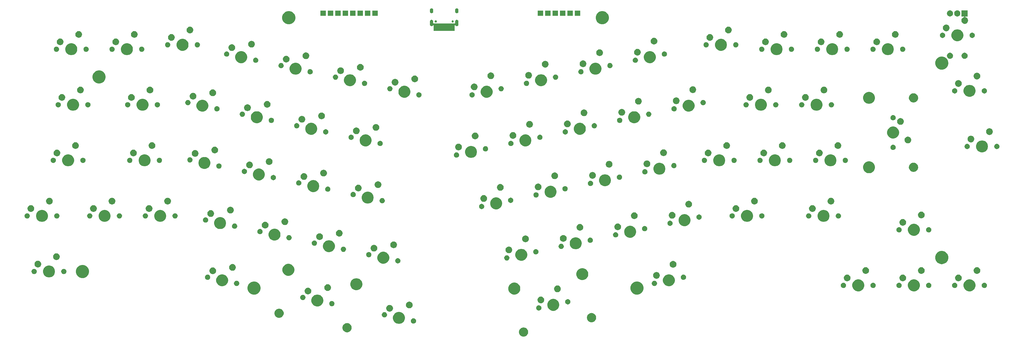
<source format=gts>
G04 #@! TF.GenerationSoftware,KiCad,Pcbnew,(5.1.5-0-10_14)*
G04 #@! TF.CreationDate,2020-08-30T20:07:43+03:00*
G04 #@! TF.ProjectId,arisu,61726973-752e-46b6-9963-61645f706362,1.1*
G04 #@! TF.SameCoordinates,Original*
G04 #@! TF.FileFunction,Soldermask,Top*
G04 #@! TF.FilePolarity,Negative*
%FSLAX46Y46*%
G04 Gerber Fmt 4.6, Leading zero omitted, Abs format (unit mm)*
G04 Created by KiCad (PCBNEW (5.1.5-0-10_14)) date 2020-08-30 20:07:43*
%MOMM*%
%LPD*%
G04 APERTURE LIST*
%ADD10C,0.100000*%
G04 APERTURE END LIST*
D10*
G36*
X202465774Y-134131810D02*
G01*
X202694393Y-134177284D01*
X202981207Y-134296087D01*
X203239333Y-134468561D01*
X203458850Y-134688078D01*
X203631324Y-134946204D01*
X203750127Y-135233018D01*
X203810691Y-135537498D01*
X203810691Y-135847942D01*
X203750127Y-136152422D01*
X203631324Y-136439236D01*
X203458850Y-136697362D01*
X203239333Y-136916879D01*
X202981207Y-137089353D01*
X202694393Y-137208156D01*
X202465774Y-137253630D01*
X202389915Y-137268720D01*
X202079467Y-137268720D01*
X202003608Y-137253630D01*
X201774989Y-137208156D01*
X201488175Y-137089353D01*
X201230049Y-136916879D01*
X201010532Y-136697362D01*
X200838058Y-136439236D01*
X200719255Y-136152422D01*
X200658691Y-135847942D01*
X200658691Y-135537498D01*
X200719255Y-135233018D01*
X200838058Y-134946204D01*
X201010532Y-134688078D01*
X201230049Y-134468561D01*
X201488175Y-134296087D01*
X201774989Y-134177284D01*
X202003608Y-134131810D01*
X202079467Y-134116720D01*
X202389915Y-134116720D01*
X202465774Y-134131810D01*
G37*
G36*
X142020250Y-132645583D02*
G01*
X142257066Y-132692688D01*
X142543880Y-132811491D01*
X142802006Y-132983965D01*
X143021523Y-133203482D01*
X143193997Y-133461608D01*
X143312800Y-133748422D01*
X143373364Y-134052902D01*
X143373364Y-134363346D01*
X143312800Y-134667826D01*
X143193997Y-134954640D01*
X143021523Y-135212766D01*
X142802006Y-135432283D01*
X142543880Y-135604757D01*
X142257066Y-135723560D01*
X142028447Y-135769034D01*
X141952588Y-135784124D01*
X141642140Y-135784124D01*
X141566281Y-135769034D01*
X141337662Y-135723560D01*
X141050848Y-135604757D01*
X140792722Y-135432283D01*
X140573205Y-135212766D01*
X140400731Y-134954640D01*
X140281928Y-134667826D01*
X140221364Y-134363346D01*
X140221364Y-134052902D01*
X140281928Y-133748422D01*
X140400731Y-133461608D01*
X140573205Y-133203482D01*
X140792722Y-132983965D01*
X141050848Y-132811491D01*
X141337662Y-132692688D01*
X141574478Y-132645583D01*
X141642140Y-132632124D01*
X141952588Y-132632124D01*
X142020250Y-132645583D01*
G37*
G36*
X160161617Y-128855828D02*
G01*
X160445369Y-128973362D01*
X160534876Y-129010437D01*
X160870799Y-129234894D01*
X161156479Y-129520574D01*
X161265060Y-129683076D01*
X161380937Y-129856499D01*
X161535545Y-130229756D01*
X161614363Y-130626003D01*
X161614363Y-131030017D01*
X161535545Y-131426264D01*
X161382619Y-131795460D01*
X161380936Y-131799523D01*
X161156479Y-132135446D01*
X160870799Y-132421126D01*
X160534876Y-132645583D01*
X160534875Y-132645584D01*
X160534874Y-132645584D01*
X160161617Y-132800192D01*
X159765370Y-132879010D01*
X159361356Y-132879010D01*
X158965109Y-132800192D01*
X158591852Y-132645584D01*
X158591851Y-132645584D01*
X158591850Y-132645583D01*
X158255927Y-132421126D01*
X157970247Y-132135446D01*
X157745790Y-131799523D01*
X157744107Y-131795460D01*
X157591181Y-131426264D01*
X157512363Y-131030017D01*
X157512363Y-130626003D01*
X157591181Y-130229756D01*
X157745789Y-129856499D01*
X157861667Y-129683076D01*
X157970247Y-129520574D01*
X158255927Y-129234894D01*
X158591850Y-129010437D01*
X158681357Y-128973362D01*
X158965109Y-128855828D01*
X159361356Y-128777010D01*
X159765370Y-128777010D01*
X160161617Y-128855828D01*
G37*
G36*
X164645865Y-130988128D02*
G01*
X164795165Y-131017825D01*
X164959137Y-131085745D01*
X165106707Y-131184348D01*
X165232206Y-131309847D01*
X165330809Y-131457417D01*
X165398729Y-131621389D01*
X165433353Y-131795460D01*
X165433353Y-131972942D01*
X165398729Y-132147013D01*
X165330809Y-132310985D01*
X165232206Y-132458555D01*
X165106707Y-132584054D01*
X164959137Y-132682657D01*
X164795165Y-132750577D01*
X164645865Y-132780274D01*
X164621095Y-132785201D01*
X164443611Y-132785201D01*
X164418841Y-132780274D01*
X164269541Y-132750577D01*
X164105569Y-132682657D01*
X163957999Y-132584054D01*
X163832500Y-132458555D01*
X163733897Y-132310985D01*
X163665977Y-132147013D01*
X163631353Y-131972942D01*
X163631353Y-131795460D01*
X163665977Y-131621389D01*
X163733897Y-131457417D01*
X163832500Y-131309847D01*
X163957999Y-131184348D01*
X164105569Y-131085745D01*
X164269541Y-131017825D01*
X164418841Y-130988128D01*
X164443611Y-130983201D01*
X164621095Y-130983201D01*
X164645865Y-130988128D01*
G37*
G36*
X225745687Y-129183512D02*
G01*
X225974306Y-129228986D01*
X226261120Y-129347789D01*
X226519246Y-129520263D01*
X226738763Y-129739780D01*
X226911237Y-129997906D01*
X227030040Y-130284720D01*
X227042263Y-130346172D01*
X227086840Y-130570274D01*
X227090604Y-130589200D01*
X227090604Y-130899644D01*
X227030040Y-131204124D01*
X226911237Y-131490938D01*
X226738763Y-131749064D01*
X226519246Y-131968581D01*
X226261120Y-132141055D01*
X225974306Y-132259858D01*
X225745687Y-132305332D01*
X225669828Y-132320422D01*
X225359380Y-132320422D01*
X225283521Y-132305332D01*
X225054902Y-132259858D01*
X224768088Y-132141055D01*
X224509962Y-131968581D01*
X224290445Y-131749064D01*
X224117971Y-131490938D01*
X223999168Y-131204124D01*
X223938604Y-130899644D01*
X223938604Y-130589200D01*
X223942369Y-130570274D01*
X223986945Y-130346172D01*
X223999168Y-130284720D01*
X224117971Y-129997906D01*
X224290445Y-129739780D01*
X224509962Y-129520263D01*
X224768088Y-129347789D01*
X225054902Y-129228986D01*
X225283521Y-129183512D01*
X225359380Y-129168422D01*
X225669828Y-129168422D01*
X225745687Y-129183512D01*
G37*
G36*
X118748534Y-127698916D02*
G01*
X118977153Y-127744390D01*
X119263967Y-127863193D01*
X119522093Y-128035667D01*
X119741610Y-128255184D01*
X119914084Y-128513310D01*
X120032887Y-128800124D01*
X120093451Y-129104604D01*
X120093451Y-129415048D01*
X120032887Y-129719528D01*
X119914084Y-130006342D01*
X119741610Y-130264468D01*
X119522093Y-130483985D01*
X119263967Y-130656459D01*
X118977153Y-130775262D01*
X118748534Y-130820736D01*
X118672675Y-130835826D01*
X118362227Y-130835826D01*
X118286368Y-130820736D01*
X118057749Y-130775262D01*
X117770935Y-130656459D01*
X117512809Y-130483985D01*
X117293292Y-130264468D01*
X117120818Y-130006342D01*
X117002015Y-129719528D01*
X116941451Y-129415048D01*
X116941451Y-129104604D01*
X117002015Y-128800124D01*
X117120818Y-128513310D01*
X117293292Y-128255184D01*
X117512809Y-128035667D01*
X117770935Y-127863193D01*
X118057749Y-127744390D01*
X118286368Y-127698916D01*
X118362227Y-127683826D01*
X118672675Y-127683826D01*
X118748534Y-127698916D01*
G37*
G36*
X154707885Y-128875745D02*
G01*
X154857185Y-128905442D01*
X155021157Y-128973362D01*
X155168727Y-129071965D01*
X155294226Y-129197464D01*
X155392829Y-129345034D01*
X155460749Y-129509006D01*
X155495373Y-129683077D01*
X155495373Y-129860559D01*
X155460749Y-130034630D01*
X155392829Y-130198602D01*
X155294226Y-130346172D01*
X155168727Y-130471671D01*
X155021157Y-130570274D01*
X154857185Y-130638194D01*
X154707885Y-130667891D01*
X154683115Y-130672818D01*
X154505631Y-130672818D01*
X154480861Y-130667891D01*
X154331561Y-130638194D01*
X154167589Y-130570274D01*
X154020019Y-130471671D01*
X153894520Y-130346172D01*
X153795917Y-130198602D01*
X153727997Y-130034630D01*
X153693373Y-129860559D01*
X153693373Y-129683077D01*
X153727997Y-129509006D01*
X153795917Y-129345034D01*
X153894520Y-129197464D01*
X154020019Y-129071965D01*
X154167589Y-128973362D01*
X154331561Y-128905442D01*
X154480861Y-128875745D01*
X154505631Y-128870818D01*
X154683115Y-128870818D01*
X154707885Y-128875745D01*
G37*
G36*
X156589265Y-126422487D02*
G01*
X156700450Y-126444603D01*
X156835349Y-126500480D01*
X156898720Y-126526729D01*
X156909919Y-126531368D01*
X157098436Y-126657331D01*
X157258756Y-126817651D01*
X157360413Y-126969792D01*
X157384720Y-127006170D01*
X157471484Y-127215638D01*
X157515716Y-127438006D01*
X157515716Y-127664736D01*
X157493600Y-127775920D01*
X157471484Y-127887105D01*
X157384719Y-128096574D01*
X157258756Y-128285091D01*
X157098436Y-128445411D01*
X156909919Y-128571374D01*
X156700450Y-128658139D01*
X156589265Y-128680255D01*
X156478081Y-128702371D01*
X156251351Y-128702371D01*
X156140167Y-128680255D01*
X156028982Y-128658139D01*
X155819513Y-128571374D01*
X155630996Y-128445411D01*
X155470676Y-128285091D01*
X155344713Y-128096574D01*
X155257948Y-127887105D01*
X155235832Y-127775920D01*
X155213716Y-127664736D01*
X155213716Y-127438006D01*
X155257948Y-127215638D01*
X155344712Y-127006170D01*
X155369019Y-126969792D01*
X155470676Y-126817651D01*
X155630996Y-126657331D01*
X155819513Y-126531368D01*
X155830713Y-126526729D01*
X155894083Y-126500480D01*
X156028982Y-126444603D01*
X156140167Y-126422487D01*
X156251351Y-126400371D01*
X156478081Y-126400371D01*
X156589265Y-126422487D01*
G37*
G36*
X213017520Y-124399356D02*
G01*
X213390777Y-124553964D01*
X213390779Y-124553965D01*
X213726702Y-124778422D01*
X214012382Y-125064102D01*
X214215962Y-125368780D01*
X214236840Y-125400027D01*
X214391448Y-125773284D01*
X214470266Y-126169531D01*
X214470266Y-126573545D01*
X214391448Y-126969792D01*
X214238522Y-127338988D01*
X214236839Y-127343051D01*
X214012382Y-127678974D01*
X213726702Y-127964654D01*
X213390779Y-128189111D01*
X213390778Y-128189112D01*
X213390777Y-128189112D01*
X213017520Y-128343720D01*
X212621273Y-128422538D01*
X212217259Y-128422538D01*
X211821012Y-128343720D01*
X211447755Y-128189112D01*
X211447754Y-128189112D01*
X211447753Y-128189111D01*
X211111830Y-127964654D01*
X210826150Y-127678974D01*
X210601693Y-127343051D01*
X210600010Y-127338988D01*
X210447084Y-126969792D01*
X210368266Y-126573545D01*
X210368266Y-126169531D01*
X210447084Y-125773284D01*
X210601692Y-125400027D01*
X210622571Y-125368780D01*
X210826150Y-125064102D01*
X211111830Y-124778422D01*
X211447753Y-124553965D01*
X211447755Y-124553964D01*
X211821012Y-124399356D01*
X212217259Y-124320538D01*
X212621273Y-124320538D01*
X213017520Y-124399356D01*
G37*
G36*
X207562334Y-126531367D02*
G01*
X207713088Y-126561353D01*
X207877060Y-126629273D01*
X208024630Y-126727876D01*
X208150129Y-126853375D01*
X208248732Y-127000945D01*
X208316652Y-127164917D01*
X208351276Y-127338988D01*
X208351276Y-127516470D01*
X208316652Y-127690541D01*
X208248732Y-127854513D01*
X208150129Y-128002083D01*
X208024630Y-128127582D01*
X207877060Y-128226185D01*
X207713088Y-128294105D01*
X207563788Y-128323802D01*
X207539018Y-128328729D01*
X207361534Y-128328729D01*
X207336764Y-128323802D01*
X207187464Y-128294105D01*
X207023492Y-128226185D01*
X206875922Y-128127582D01*
X206750423Y-128002083D01*
X206651820Y-127854513D01*
X206583900Y-127690541D01*
X206549276Y-127516470D01*
X206549276Y-127338988D01*
X206583900Y-127164917D01*
X206651820Y-127000945D01*
X206750423Y-126853375D01*
X206875922Y-126727876D01*
X207023492Y-126629273D01*
X207187464Y-126561353D01*
X207338218Y-126531367D01*
X207361534Y-126526729D01*
X207539018Y-126526729D01*
X207562334Y-126531367D01*
G37*
G36*
X163328598Y-125258232D02*
G01*
X163439783Y-125280348D01*
X163649252Y-125367113D01*
X163837769Y-125493076D01*
X163998089Y-125653396D01*
X164124052Y-125841913D01*
X164202737Y-126031874D01*
X164210817Y-126051383D01*
X164255049Y-126273751D01*
X164255049Y-126500481D01*
X164240516Y-126573544D01*
X164210817Y-126722850D01*
X164124052Y-126932319D01*
X163998089Y-127120836D01*
X163837769Y-127281156D01*
X163649252Y-127407119D01*
X163439783Y-127493884D01*
X163328598Y-127516000D01*
X163217414Y-127538116D01*
X162990684Y-127538116D01*
X162879500Y-127516000D01*
X162768315Y-127493884D01*
X162558846Y-127407119D01*
X162370329Y-127281156D01*
X162210009Y-127120836D01*
X162084046Y-126932319D01*
X161997281Y-126722850D01*
X161967582Y-126573544D01*
X161953049Y-126500481D01*
X161953049Y-126273751D01*
X161997281Y-126051383D01*
X162005362Y-126031874D01*
X162084046Y-125841913D01*
X162210009Y-125653396D01*
X162370329Y-125493076D01*
X162558846Y-125367113D01*
X162768315Y-125280348D01*
X162879500Y-125258232D01*
X162990684Y-125236116D01*
X163217414Y-125236116D01*
X163328598Y-125258232D01*
G37*
G36*
X132211043Y-122914760D02*
G01*
X132494795Y-123032294D01*
X132584302Y-123069369D01*
X132920225Y-123293826D01*
X133205905Y-123579506D01*
X133314486Y-123742008D01*
X133430363Y-123915431D01*
X133584971Y-124288688D01*
X133663789Y-124684935D01*
X133663789Y-125088949D01*
X133584971Y-125485196D01*
X133432045Y-125854392D01*
X133430362Y-125858455D01*
X133205905Y-126194378D01*
X132920225Y-126480058D01*
X132584302Y-126704515D01*
X132584301Y-126704516D01*
X132584300Y-126704516D01*
X132211043Y-126859124D01*
X131814796Y-126937942D01*
X131410782Y-126937942D01*
X131014535Y-126859124D01*
X130641278Y-126704516D01*
X130641277Y-126704516D01*
X130641276Y-126704515D01*
X130305353Y-126480058D01*
X130019673Y-126194378D01*
X129795216Y-125858455D01*
X129793533Y-125854392D01*
X129640607Y-125485196D01*
X129561789Y-125088949D01*
X129561789Y-124684935D01*
X129640607Y-124288688D01*
X129795215Y-123915431D01*
X129911093Y-123742008D01*
X130019673Y-123579506D01*
X130305353Y-123293826D01*
X130641276Y-123069369D01*
X130730783Y-123032294D01*
X131014535Y-122914760D01*
X131410782Y-122835942D01*
X131814796Y-122835942D01*
X132211043Y-122914760D01*
G37*
G36*
X136695291Y-125047060D02*
G01*
X136844591Y-125076757D01*
X137008563Y-125144677D01*
X137156133Y-125243280D01*
X137281632Y-125368779D01*
X137380235Y-125516349D01*
X137448155Y-125680321D01*
X137482779Y-125854392D01*
X137482779Y-126031874D01*
X137448155Y-126205945D01*
X137380235Y-126369917D01*
X137281632Y-126517487D01*
X137156133Y-126642986D01*
X137008563Y-126741589D01*
X136844591Y-126809509D01*
X136695291Y-126839206D01*
X136670521Y-126844133D01*
X136493037Y-126844133D01*
X136468267Y-126839206D01*
X136318967Y-126809509D01*
X136154995Y-126741589D01*
X136007425Y-126642986D01*
X135881926Y-126517487D01*
X135783323Y-126369917D01*
X135715403Y-126205945D01*
X135680779Y-126031874D01*
X135680779Y-125854392D01*
X135715403Y-125680321D01*
X135783323Y-125516349D01*
X135881926Y-125368779D01*
X136007425Y-125243280D01*
X136154995Y-125144677D01*
X136318967Y-125076757D01*
X136468267Y-125047060D01*
X136493037Y-125042133D01*
X136670521Y-125042133D01*
X136695291Y-125047060D01*
G37*
G36*
X217501767Y-124419274D02*
G01*
X217651067Y-124448971D01*
X217815039Y-124516891D01*
X217962609Y-124615494D01*
X218088108Y-124740993D01*
X218186711Y-124888563D01*
X218254631Y-125052535D01*
X218289255Y-125226606D01*
X218289255Y-125404088D01*
X218254631Y-125578159D01*
X218186711Y-125742131D01*
X218088108Y-125889701D01*
X217962609Y-126015200D01*
X217815039Y-126113803D01*
X217651067Y-126181723D01*
X217501767Y-126211420D01*
X217476997Y-126216347D01*
X217299513Y-126216347D01*
X217274743Y-126211420D01*
X217125443Y-126181723D01*
X216961471Y-126113803D01*
X216813901Y-126015200D01*
X216688402Y-125889701D01*
X216589799Y-125742131D01*
X216521879Y-125578159D01*
X216487255Y-125404088D01*
X216487255Y-125226606D01*
X216521879Y-125052535D01*
X216589799Y-124888563D01*
X216688402Y-124740993D01*
X216813901Y-124615494D01*
X216961471Y-124516891D01*
X217125443Y-124448971D01*
X217274743Y-124419274D01*
X217299513Y-124414347D01*
X217476997Y-124414347D01*
X217501767Y-124419274D01*
G37*
G36*
X208388977Y-123550303D02*
G01*
X208500162Y-123572419D01*
X208709631Y-123659184D01*
X208898148Y-123785147D01*
X209058468Y-123945467D01*
X209184431Y-124133984D01*
X209271196Y-124343453D01*
X209315428Y-124565823D01*
X209315428Y-124792551D01*
X209271196Y-125014921D01*
X209184431Y-125224390D01*
X209058468Y-125412907D01*
X208898148Y-125573227D01*
X208709631Y-125699190D01*
X208500162Y-125785955D01*
X208388977Y-125808071D01*
X208277793Y-125830187D01*
X208051063Y-125830187D01*
X207939879Y-125808071D01*
X207828694Y-125785955D01*
X207619225Y-125699190D01*
X207430708Y-125573227D01*
X207270388Y-125412907D01*
X207144425Y-125224390D01*
X207057660Y-125014921D01*
X207013428Y-124792551D01*
X207013428Y-124565823D01*
X207057660Y-124343453D01*
X207144425Y-124133984D01*
X207270388Y-123945467D01*
X207430708Y-123785147D01*
X207619225Y-123659184D01*
X207828694Y-123572419D01*
X207939879Y-123550303D01*
X208051063Y-123528187D01*
X208277793Y-123528187D01*
X208388977Y-123550303D01*
G37*
G36*
X126757311Y-122934677D02*
G01*
X126906611Y-122964374D01*
X127070583Y-123032294D01*
X127218153Y-123130897D01*
X127343652Y-123256396D01*
X127442255Y-123403966D01*
X127510175Y-123567938D01*
X127544799Y-123742009D01*
X127544799Y-123919491D01*
X127510175Y-124093562D01*
X127442255Y-124257534D01*
X127343652Y-124405104D01*
X127218153Y-124530603D01*
X127070583Y-124629206D01*
X126906611Y-124697126D01*
X126757311Y-124726823D01*
X126732541Y-124731750D01*
X126555057Y-124731750D01*
X126530287Y-124726823D01*
X126380987Y-124697126D01*
X126217015Y-124629206D01*
X126069445Y-124530603D01*
X125943946Y-124405104D01*
X125845343Y-124257534D01*
X125777423Y-124093562D01*
X125742799Y-123919491D01*
X125742799Y-123742009D01*
X125777423Y-123567938D01*
X125845343Y-123403966D01*
X125943946Y-123256396D01*
X126069445Y-123130897D01*
X126217015Y-123032294D01*
X126380987Y-122964374D01*
X126530287Y-122934677D01*
X126555057Y-122929750D01*
X126732541Y-122929750D01*
X126757311Y-122934677D01*
G37*
G36*
X110235316Y-118369144D02*
G01*
X110616029Y-118444872D01*
X111025685Y-118614557D01*
X111394365Y-118860902D01*
X111707902Y-119174439D01*
X111954247Y-119543119D01*
X112123932Y-119952775D01*
X112210436Y-120387664D01*
X112210436Y-120831072D01*
X112123932Y-121265961D01*
X111954247Y-121675617D01*
X111707902Y-122044297D01*
X111394365Y-122357834D01*
X111025685Y-122604179D01*
X110616029Y-122773864D01*
X110235316Y-122849592D01*
X110181141Y-122860368D01*
X109737731Y-122860368D01*
X109683556Y-122849592D01*
X109302843Y-122773864D01*
X108893187Y-122604179D01*
X108524507Y-122357834D01*
X108210970Y-122044297D01*
X107964625Y-121675617D01*
X107794940Y-121265961D01*
X107708436Y-120831072D01*
X107708436Y-120387664D01*
X107794940Y-119952775D01*
X107964625Y-119543119D01*
X108210970Y-119174439D01*
X108524507Y-118860902D01*
X108893187Y-118614557D01*
X109302843Y-118444872D01*
X109683556Y-118369144D01*
X109737731Y-118358368D01*
X110181141Y-118358368D01*
X110235316Y-118369144D01*
G37*
G36*
X241336146Y-118368496D02*
G01*
X241716859Y-118444224D01*
X242126515Y-118613909D01*
X242495195Y-118860254D01*
X242808732Y-119173791D01*
X243055077Y-119542471D01*
X243224762Y-119952127D01*
X243285376Y-120256856D01*
X243311266Y-120387015D01*
X243311266Y-120830425D01*
X243302084Y-120876584D01*
X243224762Y-121265313D01*
X243055077Y-121674969D01*
X242808732Y-122043649D01*
X242495195Y-122357186D01*
X242126515Y-122603531D01*
X241716859Y-122773216D01*
X241336146Y-122848944D01*
X241281971Y-122859720D01*
X240838561Y-122859720D01*
X240784386Y-122848944D01*
X240403673Y-122773216D01*
X239994017Y-122603531D01*
X239625337Y-122357186D01*
X239311800Y-122043649D01*
X239065455Y-121674969D01*
X238895770Y-121265313D01*
X238818448Y-120876584D01*
X238809266Y-120830425D01*
X238809266Y-120387015D01*
X238835156Y-120256856D01*
X238895770Y-119952127D01*
X239065455Y-119542471D01*
X239311800Y-119173791D01*
X239625337Y-118860254D01*
X239994017Y-118613909D01*
X240403673Y-118444224D01*
X240784386Y-118368496D01*
X240838561Y-118357720D01*
X241281971Y-118357720D01*
X241336146Y-118368496D01*
G37*
G36*
X199664371Y-118813569D02*
G01*
X200037628Y-118968177D01*
X200037630Y-118968178D01*
X200373553Y-119192635D01*
X200659233Y-119478315D01*
X200880640Y-119809673D01*
X200883691Y-119814240D01*
X201038299Y-120187497D01*
X201117117Y-120583744D01*
X201117117Y-120987758D01*
X201038299Y-121384005D01*
X200917509Y-121675617D01*
X200883690Y-121757264D01*
X200659233Y-122093187D01*
X200373553Y-122378867D01*
X200037630Y-122603324D01*
X200037629Y-122603325D01*
X200037628Y-122603325D01*
X199664371Y-122757933D01*
X199268124Y-122836751D01*
X198864110Y-122836751D01*
X198467863Y-122757933D01*
X198094606Y-122603325D01*
X198094605Y-122603325D01*
X198094604Y-122603324D01*
X197758681Y-122378867D01*
X197473001Y-122093187D01*
X197248544Y-121757264D01*
X197214725Y-121675617D01*
X197093935Y-121384005D01*
X197015117Y-120987758D01*
X197015117Y-120583744D01*
X197093935Y-120187497D01*
X197248543Y-119814240D01*
X197251595Y-119809673D01*
X197473001Y-119478315D01*
X197758681Y-119192635D01*
X198094604Y-118968178D01*
X198094606Y-118968177D01*
X198467863Y-118813569D01*
X198864110Y-118734751D01*
X199268124Y-118734751D01*
X199664371Y-118813569D01*
G37*
G36*
X128636378Y-120480959D02*
G01*
X128749876Y-120503535D01*
X128859346Y-120548879D01*
X128943518Y-120583744D01*
X128959345Y-120590300D01*
X129147862Y-120716263D01*
X129308182Y-120876583D01*
X129434145Y-121065100D01*
X129520910Y-121274569D01*
X129565142Y-121496939D01*
X129565142Y-121723667D01*
X129520910Y-121946037D01*
X129434145Y-122155506D01*
X129308182Y-122344023D01*
X129147862Y-122504343D01*
X128959345Y-122630306D01*
X128749876Y-122717071D01*
X128638691Y-122739187D01*
X128527507Y-122761303D01*
X128300777Y-122761303D01*
X128189593Y-122739187D01*
X128078408Y-122717071D01*
X127868939Y-122630306D01*
X127680422Y-122504343D01*
X127520102Y-122344023D01*
X127394139Y-122155506D01*
X127307374Y-121946037D01*
X127263142Y-121723667D01*
X127263142Y-121496939D01*
X127307374Y-121274569D01*
X127394139Y-121065100D01*
X127520102Y-120876583D01*
X127680422Y-120716263D01*
X127868939Y-120590300D01*
X127884767Y-120583744D01*
X127968938Y-120548879D01*
X128078408Y-120503535D01*
X128191906Y-120480959D01*
X128300777Y-120459303D01*
X128527507Y-120459303D01*
X128636378Y-120480959D01*
G37*
G36*
X214072118Y-119745569D02*
G01*
X214183303Y-119767685D01*
X214392772Y-119854450D01*
X214581289Y-119980413D01*
X214741609Y-120140733D01*
X214867572Y-120329250D01*
X214954337Y-120538719D01*
X214998569Y-120761089D01*
X214998569Y-120987817D01*
X214954337Y-121210187D01*
X214867572Y-121419656D01*
X214741609Y-121608173D01*
X214581289Y-121768493D01*
X214392772Y-121894456D01*
X214183303Y-121981221D01*
X214072118Y-122003337D01*
X213960934Y-122025453D01*
X213734204Y-122025453D01*
X213623020Y-122003337D01*
X213511835Y-121981221D01*
X213302366Y-121894456D01*
X213113849Y-121768493D01*
X212953529Y-121608173D01*
X212827566Y-121419656D01*
X212740801Y-121210187D01*
X212696569Y-120987817D01*
X212696569Y-120761089D01*
X212740801Y-120538719D01*
X212827566Y-120329250D01*
X212953529Y-120140733D01*
X213113849Y-119980413D01*
X213302366Y-119854450D01*
X213511835Y-119767685D01*
X213623020Y-119745569D01*
X213734204Y-119723453D01*
X213960934Y-119723453D01*
X214072118Y-119745569D01*
G37*
G36*
X317473203Y-117710321D02*
G01*
X317712968Y-117809635D01*
X317846462Y-117864930D01*
X318182385Y-118089387D01*
X318468065Y-118375067D01*
X318687116Y-118702899D01*
X318692523Y-118710992D01*
X318847131Y-119084249D01*
X318925949Y-119480496D01*
X318925949Y-119884510D01*
X318847131Y-120280757D01*
X318718914Y-120590300D01*
X318692522Y-120654016D01*
X318468065Y-120989939D01*
X318182385Y-121275619D01*
X317846462Y-121500076D01*
X317846461Y-121500077D01*
X317846460Y-121500077D01*
X317473203Y-121654685D01*
X317076956Y-121733503D01*
X316672942Y-121733503D01*
X316276695Y-121654685D01*
X315903438Y-121500077D01*
X315903437Y-121500077D01*
X315903436Y-121500076D01*
X315567513Y-121275619D01*
X315281833Y-120989939D01*
X315057376Y-120654016D01*
X315030984Y-120590300D01*
X314902767Y-120280757D01*
X314823949Y-119884510D01*
X314823949Y-119480496D01*
X314902767Y-119084249D01*
X315057375Y-118710992D01*
X315062783Y-118702899D01*
X315281833Y-118375067D01*
X315567513Y-118089387D01*
X315903436Y-117864930D01*
X316036930Y-117809635D01*
X316276695Y-117710321D01*
X316672942Y-117631503D01*
X317076956Y-117631503D01*
X317473203Y-117710321D01*
G37*
G36*
X336523203Y-117710321D02*
G01*
X336762968Y-117809635D01*
X336896462Y-117864930D01*
X337232385Y-118089387D01*
X337518065Y-118375067D01*
X337737116Y-118702899D01*
X337742523Y-118710992D01*
X337897131Y-119084249D01*
X337975949Y-119480496D01*
X337975949Y-119884510D01*
X337897131Y-120280757D01*
X337768914Y-120590300D01*
X337742522Y-120654016D01*
X337518065Y-120989939D01*
X337232385Y-121275619D01*
X336896462Y-121500076D01*
X336896461Y-121500077D01*
X336896460Y-121500077D01*
X336523203Y-121654685D01*
X336126956Y-121733503D01*
X335722942Y-121733503D01*
X335326695Y-121654685D01*
X334953438Y-121500077D01*
X334953437Y-121500077D01*
X334953436Y-121500076D01*
X334617513Y-121275619D01*
X334331833Y-120989939D01*
X334107376Y-120654016D01*
X334080984Y-120590300D01*
X333952767Y-120280757D01*
X333873949Y-119884510D01*
X333873949Y-119480496D01*
X333952767Y-119084249D01*
X334107375Y-118710992D01*
X334112783Y-118702899D01*
X334331833Y-118375067D01*
X334617513Y-118089387D01*
X334953436Y-117864930D01*
X335086930Y-117809635D01*
X335326695Y-117710321D01*
X335722942Y-117631503D01*
X336126956Y-117631503D01*
X336523203Y-117710321D01*
G37*
G36*
X355573203Y-117710321D02*
G01*
X355812968Y-117809635D01*
X355946462Y-117864930D01*
X356282385Y-118089387D01*
X356568065Y-118375067D01*
X356787116Y-118702899D01*
X356792523Y-118710992D01*
X356947131Y-119084249D01*
X357025949Y-119480496D01*
X357025949Y-119884510D01*
X356947131Y-120280757D01*
X356818914Y-120590300D01*
X356792522Y-120654016D01*
X356568065Y-120989939D01*
X356282385Y-121275619D01*
X355946462Y-121500076D01*
X355946461Y-121500077D01*
X355946460Y-121500077D01*
X355573203Y-121654685D01*
X355176956Y-121733503D01*
X354772942Y-121733503D01*
X354376695Y-121654685D01*
X354003438Y-121500077D01*
X354003437Y-121500077D01*
X354003436Y-121500076D01*
X353667513Y-121275619D01*
X353381833Y-120989939D01*
X353157376Y-120654016D01*
X353130984Y-120590300D01*
X353002767Y-120280757D01*
X352923949Y-119884510D01*
X352923949Y-119480496D01*
X353002767Y-119084249D01*
X353157375Y-118710992D01*
X353162783Y-118702899D01*
X353381833Y-118375067D01*
X353667513Y-118089387D01*
X354003436Y-117864930D01*
X354136930Y-117809635D01*
X354376695Y-117710321D01*
X354772942Y-117631503D01*
X355176956Y-117631503D01*
X355573203Y-117710321D01*
G37*
G36*
X135378024Y-119317163D02*
G01*
X135489209Y-119339279D01*
X135698678Y-119426044D01*
X135887195Y-119552007D01*
X136047515Y-119712327D01*
X136173478Y-119900844D01*
X136260243Y-120110313D01*
X136304475Y-120332683D01*
X136304475Y-120559411D01*
X136260243Y-120781781D01*
X136220975Y-120876583D01*
X136174925Y-120987758D01*
X136173478Y-120991250D01*
X136047515Y-121179767D01*
X135887195Y-121340087D01*
X135698678Y-121466050D01*
X135489209Y-121552815D01*
X135378024Y-121574931D01*
X135266840Y-121597047D01*
X135040110Y-121597047D01*
X134928926Y-121574931D01*
X134817741Y-121552815D01*
X134608272Y-121466050D01*
X134419755Y-121340087D01*
X134259435Y-121179767D01*
X134133472Y-120991250D01*
X134132026Y-120987758D01*
X134085975Y-120876583D01*
X134046707Y-120781781D01*
X134002475Y-120559411D01*
X134002475Y-120332683D01*
X134046707Y-120110313D01*
X134133472Y-119900844D01*
X134259435Y-119712327D01*
X134419755Y-119552007D01*
X134608272Y-119426044D01*
X134817741Y-119339279D01*
X134928926Y-119317163D01*
X135040110Y-119295047D01*
X135266840Y-119295047D01*
X135378024Y-119317163D01*
G37*
G36*
X145564192Y-117328972D02*
G01*
X145937449Y-117483580D01*
X145937451Y-117483581D01*
X146273374Y-117708038D01*
X146559054Y-117993718D01*
X146771299Y-118311364D01*
X146783512Y-118329643D01*
X146938120Y-118702900D01*
X147016938Y-119099147D01*
X147016938Y-119503161D01*
X146938120Y-119899408D01*
X146790060Y-120256856D01*
X146783511Y-120272667D01*
X146559054Y-120608590D01*
X146273374Y-120894270D01*
X145937451Y-121118727D01*
X145937450Y-121118728D01*
X145937449Y-121118728D01*
X145564192Y-121273336D01*
X145167945Y-121352154D01*
X144763931Y-121352154D01*
X144367684Y-121273336D01*
X143994427Y-121118728D01*
X143994426Y-121118728D01*
X143994425Y-121118727D01*
X143658502Y-120894270D01*
X143372822Y-120608590D01*
X143148365Y-120272667D01*
X143141816Y-120256856D01*
X142993756Y-119899408D01*
X142914938Y-119503161D01*
X142914938Y-119099147D01*
X142993756Y-118702900D01*
X143148364Y-118329643D01*
X143160578Y-118311364D01*
X143372822Y-117993718D01*
X143658502Y-117708038D01*
X143994425Y-117483581D01*
X143994427Y-117483580D01*
X144367684Y-117328972D01*
X144763931Y-117250154D01*
X145167945Y-117250154D01*
X145564192Y-117328972D01*
G37*
G36*
X311908461Y-118786430D02*
G01*
X312057761Y-118816127D01*
X312221733Y-118884047D01*
X312369303Y-118982650D01*
X312494802Y-119108149D01*
X312593405Y-119255719D01*
X312661325Y-119419691D01*
X312691022Y-119568991D01*
X312695949Y-119593761D01*
X312695949Y-119771245D01*
X312691022Y-119796015D01*
X312661325Y-119945315D01*
X312593405Y-120109287D01*
X312494802Y-120256857D01*
X312369303Y-120382356D01*
X312221733Y-120480959D01*
X312057761Y-120548879D01*
X311908461Y-120578576D01*
X311883691Y-120583503D01*
X311706207Y-120583503D01*
X311681437Y-120578576D01*
X311532137Y-120548879D01*
X311368165Y-120480959D01*
X311220595Y-120382356D01*
X311095096Y-120256857D01*
X310996493Y-120109287D01*
X310928573Y-119945315D01*
X310898876Y-119796015D01*
X310893949Y-119771245D01*
X310893949Y-119593761D01*
X310898876Y-119568991D01*
X310928573Y-119419691D01*
X310996493Y-119255719D01*
X311095096Y-119108149D01*
X311220595Y-118982650D01*
X311368165Y-118884047D01*
X311532137Y-118816127D01*
X311681437Y-118786430D01*
X311706207Y-118781503D01*
X311883691Y-118781503D01*
X311908461Y-118786430D01*
G37*
G36*
X322068461Y-118786430D02*
G01*
X322217761Y-118816127D01*
X322381733Y-118884047D01*
X322529303Y-118982650D01*
X322654802Y-119108149D01*
X322753405Y-119255719D01*
X322821325Y-119419691D01*
X322851022Y-119568991D01*
X322855949Y-119593761D01*
X322855949Y-119771245D01*
X322851022Y-119796015D01*
X322821325Y-119945315D01*
X322753405Y-120109287D01*
X322654802Y-120256857D01*
X322529303Y-120382356D01*
X322381733Y-120480959D01*
X322217761Y-120548879D01*
X322068461Y-120578576D01*
X322043691Y-120583503D01*
X321866207Y-120583503D01*
X321841437Y-120578576D01*
X321692137Y-120548879D01*
X321528165Y-120480959D01*
X321380595Y-120382356D01*
X321255096Y-120256857D01*
X321156493Y-120109287D01*
X321088573Y-119945315D01*
X321058876Y-119796015D01*
X321053949Y-119771245D01*
X321053949Y-119593761D01*
X321058876Y-119568991D01*
X321088573Y-119419691D01*
X321156493Y-119255719D01*
X321255096Y-119108149D01*
X321380595Y-118982650D01*
X321528165Y-118884047D01*
X321692137Y-118816127D01*
X321841437Y-118786430D01*
X321866207Y-118781503D01*
X322043691Y-118781503D01*
X322068461Y-118786430D01*
G37*
G36*
X330958461Y-118786430D02*
G01*
X331107761Y-118816127D01*
X331271733Y-118884047D01*
X331419303Y-118982650D01*
X331544802Y-119108149D01*
X331643405Y-119255719D01*
X331711325Y-119419691D01*
X331741022Y-119568991D01*
X331745949Y-119593761D01*
X331745949Y-119771245D01*
X331741022Y-119796015D01*
X331711325Y-119945315D01*
X331643405Y-120109287D01*
X331544802Y-120256857D01*
X331419303Y-120382356D01*
X331271733Y-120480959D01*
X331107761Y-120548879D01*
X330958461Y-120578576D01*
X330933691Y-120583503D01*
X330756207Y-120583503D01*
X330731437Y-120578576D01*
X330582137Y-120548879D01*
X330418165Y-120480959D01*
X330270595Y-120382356D01*
X330145096Y-120256857D01*
X330046493Y-120109287D01*
X329978573Y-119945315D01*
X329948876Y-119796015D01*
X329943949Y-119771245D01*
X329943949Y-119593761D01*
X329948876Y-119568991D01*
X329978573Y-119419691D01*
X330046493Y-119255719D01*
X330145096Y-119108149D01*
X330270595Y-118982650D01*
X330418165Y-118884047D01*
X330582137Y-118816127D01*
X330731437Y-118786430D01*
X330756207Y-118781503D01*
X330933691Y-118781503D01*
X330958461Y-118786430D01*
G37*
G36*
X341118461Y-118786430D02*
G01*
X341267761Y-118816127D01*
X341431733Y-118884047D01*
X341579303Y-118982650D01*
X341704802Y-119108149D01*
X341803405Y-119255719D01*
X341871325Y-119419691D01*
X341901022Y-119568991D01*
X341905949Y-119593761D01*
X341905949Y-119771245D01*
X341901022Y-119796015D01*
X341871325Y-119945315D01*
X341803405Y-120109287D01*
X341704802Y-120256857D01*
X341579303Y-120382356D01*
X341431733Y-120480959D01*
X341267761Y-120548879D01*
X341118461Y-120578576D01*
X341093691Y-120583503D01*
X340916207Y-120583503D01*
X340891437Y-120578576D01*
X340742137Y-120548879D01*
X340578165Y-120480959D01*
X340430595Y-120382356D01*
X340305096Y-120256857D01*
X340206493Y-120109287D01*
X340138573Y-119945315D01*
X340108876Y-119796015D01*
X340103949Y-119771245D01*
X340103949Y-119593761D01*
X340108876Y-119568991D01*
X340138573Y-119419691D01*
X340206493Y-119255719D01*
X340305096Y-119108149D01*
X340430595Y-118982650D01*
X340578165Y-118884047D01*
X340742137Y-118816127D01*
X340891437Y-118786430D01*
X340916207Y-118781503D01*
X341093691Y-118781503D01*
X341118461Y-118786430D01*
G37*
G36*
X350008461Y-118786430D02*
G01*
X350157761Y-118816127D01*
X350321733Y-118884047D01*
X350469303Y-118982650D01*
X350594802Y-119108149D01*
X350693405Y-119255719D01*
X350761325Y-119419691D01*
X350791022Y-119568991D01*
X350795949Y-119593761D01*
X350795949Y-119771245D01*
X350791022Y-119796015D01*
X350761325Y-119945315D01*
X350693405Y-120109287D01*
X350594802Y-120256857D01*
X350469303Y-120382356D01*
X350321733Y-120480959D01*
X350157761Y-120548879D01*
X350008461Y-120578576D01*
X349983691Y-120583503D01*
X349806207Y-120583503D01*
X349781437Y-120578576D01*
X349632137Y-120548879D01*
X349468165Y-120480959D01*
X349320595Y-120382356D01*
X349195096Y-120256857D01*
X349096493Y-120109287D01*
X349028573Y-119945315D01*
X348998876Y-119796015D01*
X348993949Y-119771245D01*
X348993949Y-119593761D01*
X348998876Y-119568991D01*
X349028573Y-119419691D01*
X349096493Y-119255719D01*
X349195096Y-119108149D01*
X349320595Y-118982650D01*
X349468165Y-118884047D01*
X349632137Y-118816127D01*
X349781437Y-118786430D01*
X349806207Y-118781503D01*
X349983691Y-118781503D01*
X350008461Y-118786430D01*
G37*
G36*
X360168461Y-118786430D02*
G01*
X360317761Y-118816127D01*
X360481733Y-118884047D01*
X360629303Y-118982650D01*
X360754802Y-119108149D01*
X360853405Y-119255719D01*
X360921325Y-119419691D01*
X360951022Y-119568991D01*
X360955949Y-119593761D01*
X360955949Y-119771245D01*
X360951022Y-119796015D01*
X360921325Y-119945315D01*
X360853405Y-120109287D01*
X360754802Y-120256857D01*
X360629303Y-120382356D01*
X360481733Y-120480959D01*
X360317761Y-120548879D01*
X360168461Y-120578576D01*
X360143691Y-120583503D01*
X359966207Y-120583503D01*
X359941437Y-120578576D01*
X359792137Y-120548879D01*
X359628165Y-120480959D01*
X359480595Y-120382356D01*
X359355096Y-120256857D01*
X359256493Y-120109287D01*
X359188573Y-119945315D01*
X359158876Y-119796015D01*
X359153949Y-119771245D01*
X359153949Y-119593761D01*
X359158876Y-119568991D01*
X359188573Y-119419691D01*
X359256493Y-119255719D01*
X359355096Y-119108149D01*
X359480595Y-118982650D01*
X359628165Y-118884047D01*
X359792137Y-118816127D01*
X359941437Y-118786430D01*
X359966207Y-118781503D01*
X360143691Y-118781503D01*
X360168461Y-118786430D01*
G37*
G36*
X99602052Y-115983507D02*
G01*
X99975309Y-116138115D01*
X99975311Y-116138116D01*
X100311234Y-116362573D01*
X100596914Y-116648253D01*
X100775023Y-116914811D01*
X100821372Y-116984178D01*
X100975980Y-117357435D01*
X101054798Y-117753682D01*
X101054798Y-118157696D01*
X100975980Y-118553943D01*
X100821646Y-118926539D01*
X100821371Y-118927202D01*
X100596914Y-119263125D01*
X100311234Y-119548805D01*
X99975311Y-119773262D01*
X99975310Y-119773263D01*
X99975309Y-119773263D01*
X99602052Y-119927871D01*
X99205805Y-120006689D01*
X98801791Y-120006689D01*
X98405544Y-119927871D01*
X98032287Y-119773263D01*
X98032286Y-119773263D01*
X98032285Y-119773262D01*
X97696362Y-119548805D01*
X97410682Y-119263125D01*
X97186225Y-118927202D01*
X97185950Y-118926539D01*
X97031616Y-118553943D01*
X96952798Y-118157696D01*
X96952798Y-117753682D01*
X97031616Y-117357435D01*
X97186224Y-116984178D01*
X97232574Y-116914811D01*
X97410682Y-116648253D01*
X97696362Y-116362573D01*
X98032285Y-116138116D01*
X98032287Y-116138115D01*
X98405544Y-115983507D01*
X98801791Y-115904689D01*
X99205805Y-115904689D01*
X99602052Y-115983507D01*
G37*
G36*
X252614156Y-115982844D02*
G01*
X252987413Y-116137452D01*
X252987415Y-116137453D01*
X253323338Y-116361910D01*
X253609018Y-116647590D01*
X253787570Y-116914811D01*
X253833476Y-116983515D01*
X253988084Y-117356772D01*
X254066902Y-117753019D01*
X254066902Y-118157033D01*
X253988084Y-118553280D01*
X253835158Y-118922476D01*
X253833475Y-118926539D01*
X253609018Y-119262462D01*
X253323338Y-119548142D01*
X252987415Y-119772599D01*
X252987414Y-119772600D01*
X252987413Y-119772600D01*
X252614156Y-119927208D01*
X252217909Y-120006026D01*
X251813895Y-120006026D01*
X251417648Y-119927208D01*
X251044391Y-119772600D01*
X251044390Y-119772600D01*
X251044389Y-119772599D01*
X250708466Y-119548142D01*
X250422786Y-119262462D01*
X250198329Y-118926539D01*
X250196646Y-118922476D01*
X250043720Y-118553280D01*
X249964902Y-118157033D01*
X249964902Y-117753019D01*
X250043720Y-117356772D01*
X250198328Y-116983515D01*
X250244235Y-116914811D01*
X250422786Y-116647590D01*
X250708466Y-116361910D01*
X251044389Y-116137453D01*
X251044391Y-116137452D01*
X251417648Y-115982844D01*
X251813895Y-115904026D01*
X252217909Y-115904026D01*
X252614156Y-115982844D01*
G37*
G36*
X104086300Y-118115808D02*
G01*
X104235600Y-118145505D01*
X104399572Y-118213425D01*
X104547142Y-118312028D01*
X104672641Y-118437527D01*
X104771244Y-118585097D01*
X104839164Y-118749069D01*
X104873788Y-118923140D01*
X104873788Y-119100622D01*
X104839164Y-119274693D01*
X104771244Y-119438665D01*
X104672641Y-119586235D01*
X104547142Y-119711734D01*
X104399572Y-119810337D01*
X104235600Y-119878257D01*
X104086300Y-119907954D01*
X104061530Y-119912881D01*
X103884046Y-119912881D01*
X103859276Y-119907954D01*
X103709976Y-119878257D01*
X103546004Y-119810337D01*
X103398434Y-119711734D01*
X103272935Y-119586235D01*
X103174332Y-119438665D01*
X103106412Y-119274693D01*
X103071788Y-119100622D01*
X103071788Y-118923140D01*
X103106412Y-118749069D01*
X103174332Y-118585097D01*
X103272935Y-118437527D01*
X103398434Y-118312028D01*
X103546004Y-118213425D01*
X103709976Y-118145505D01*
X103859276Y-118115808D01*
X103884046Y-118110881D01*
X104061530Y-118110881D01*
X104086300Y-118115808D01*
G37*
G36*
X247160424Y-118115144D02*
G01*
X247309724Y-118144841D01*
X247473696Y-118212761D01*
X247621266Y-118311364D01*
X247746765Y-118436863D01*
X247845368Y-118584433D01*
X247913288Y-118748405D01*
X247947912Y-118922476D01*
X247947912Y-119099958D01*
X247913288Y-119274029D01*
X247845368Y-119438001D01*
X247746765Y-119585571D01*
X247621266Y-119711070D01*
X247473696Y-119809673D01*
X247309724Y-119877593D01*
X247160424Y-119907290D01*
X247135654Y-119912217D01*
X246958170Y-119912217D01*
X246933400Y-119907290D01*
X246784100Y-119877593D01*
X246620128Y-119809673D01*
X246472558Y-119711070D01*
X246347059Y-119585571D01*
X246248456Y-119438001D01*
X246180536Y-119274029D01*
X246145912Y-119099958D01*
X246145912Y-118922476D01*
X246180536Y-118748405D01*
X246248456Y-118584433D01*
X246347059Y-118436863D01*
X246472558Y-118311364D01*
X246620128Y-118212761D01*
X246784100Y-118144841D01*
X246933400Y-118115144D01*
X246958170Y-118110217D01*
X247135654Y-118110217D01*
X247160424Y-118115144D01*
G37*
G36*
X313289498Y-116013619D02*
G01*
X313400683Y-116035735D01*
X313610152Y-116122500D01*
X313798669Y-116248463D01*
X313958989Y-116408783D01*
X314084952Y-116597300D01*
X314171717Y-116806769D01*
X314172154Y-116808966D01*
X314209436Y-116996393D01*
X314215949Y-117029139D01*
X314215949Y-117255867D01*
X314171717Y-117478237D01*
X314084952Y-117687706D01*
X313958989Y-117876223D01*
X313798669Y-118036543D01*
X313610152Y-118162506D01*
X313400683Y-118249271D01*
X313289498Y-118271387D01*
X313178314Y-118293503D01*
X312951584Y-118293503D01*
X312840400Y-118271387D01*
X312729215Y-118249271D01*
X312519746Y-118162506D01*
X312331229Y-118036543D01*
X312170909Y-117876223D01*
X312044946Y-117687706D01*
X311958181Y-117478237D01*
X311913949Y-117255867D01*
X311913949Y-117029139D01*
X311920463Y-116996393D01*
X311957744Y-116808966D01*
X311958181Y-116806769D01*
X312044946Y-116597300D01*
X312170909Y-116408783D01*
X312331229Y-116248463D01*
X312519746Y-116122500D01*
X312729215Y-116035735D01*
X312840400Y-116013619D01*
X312951584Y-115991503D01*
X313178314Y-115991503D01*
X313289498Y-116013619D01*
G37*
G36*
X332339498Y-116013619D02*
G01*
X332450683Y-116035735D01*
X332660152Y-116122500D01*
X332848669Y-116248463D01*
X333008989Y-116408783D01*
X333134952Y-116597300D01*
X333221717Y-116806769D01*
X333222154Y-116808966D01*
X333259436Y-116996393D01*
X333265949Y-117029139D01*
X333265949Y-117255867D01*
X333221717Y-117478237D01*
X333134952Y-117687706D01*
X333008989Y-117876223D01*
X332848669Y-118036543D01*
X332660152Y-118162506D01*
X332450683Y-118249271D01*
X332339498Y-118271387D01*
X332228314Y-118293503D01*
X332001584Y-118293503D01*
X331890400Y-118271387D01*
X331779215Y-118249271D01*
X331569746Y-118162506D01*
X331381229Y-118036543D01*
X331220909Y-117876223D01*
X331094946Y-117687706D01*
X331008181Y-117478237D01*
X330963949Y-117255867D01*
X330963949Y-117029139D01*
X330970463Y-116996393D01*
X331007744Y-116808966D01*
X331008181Y-116806769D01*
X331094946Y-116597300D01*
X331220909Y-116408783D01*
X331381229Y-116248463D01*
X331569746Y-116122500D01*
X331779215Y-116035735D01*
X331890400Y-116013619D01*
X332001584Y-115991503D01*
X332228314Y-115991503D01*
X332339498Y-116013619D01*
G37*
G36*
X351389498Y-116013619D02*
G01*
X351500683Y-116035735D01*
X351710152Y-116122500D01*
X351898669Y-116248463D01*
X352058989Y-116408783D01*
X352184952Y-116597300D01*
X352271717Y-116806769D01*
X352272154Y-116808966D01*
X352309436Y-116996393D01*
X352315949Y-117029139D01*
X352315949Y-117255867D01*
X352271717Y-117478237D01*
X352184952Y-117687706D01*
X352058989Y-117876223D01*
X351898669Y-118036543D01*
X351710152Y-118162506D01*
X351500683Y-118249271D01*
X351389498Y-118271387D01*
X351278314Y-118293503D01*
X351051584Y-118293503D01*
X350940400Y-118271387D01*
X350829215Y-118249271D01*
X350619746Y-118162506D01*
X350431229Y-118036543D01*
X350270909Y-117876223D01*
X350144946Y-117687706D01*
X350058181Y-117478237D01*
X350013949Y-117255867D01*
X350013949Y-117029139D01*
X350020463Y-116996393D01*
X350057744Y-116808966D01*
X350058181Y-116806769D01*
X350144946Y-116597300D01*
X350270909Y-116408783D01*
X350431229Y-116248463D01*
X350619746Y-116122500D01*
X350829215Y-116035735D01*
X350940400Y-116013619D01*
X351051584Y-115991503D01*
X351278314Y-115991503D01*
X351389498Y-116013619D01*
G37*
G36*
X222944284Y-113865271D02*
G01*
X223317541Y-114019879D01*
X223317543Y-114019880D01*
X223653466Y-114244337D01*
X223939146Y-114530017D01*
X224114476Y-114792416D01*
X224163604Y-114865942D01*
X224318212Y-115239199D01*
X224397030Y-115635446D01*
X224397030Y-116039460D01*
X224318212Y-116435707D01*
X224164513Y-116806769D01*
X224163603Y-116808966D01*
X223939146Y-117144889D01*
X223653466Y-117430569D01*
X223317543Y-117655026D01*
X223317542Y-117655027D01*
X223317541Y-117655027D01*
X222944284Y-117809635D01*
X222548037Y-117888453D01*
X222144023Y-117888453D01*
X221747776Y-117809635D01*
X221374519Y-117655027D01*
X221374518Y-117655027D01*
X221374517Y-117655026D01*
X221038594Y-117430569D01*
X220752914Y-117144889D01*
X220528457Y-116808966D01*
X220527547Y-116806769D01*
X220373848Y-116435707D01*
X220295030Y-116039460D01*
X220295030Y-115635446D01*
X220373848Y-115239199D01*
X220528456Y-114865942D01*
X220577585Y-114792416D01*
X220752914Y-114530017D01*
X221038594Y-114244337D01*
X221374517Y-114019880D01*
X221374519Y-114019879D01*
X221747776Y-113865271D01*
X222144023Y-113786453D01*
X222548037Y-113786453D01*
X222944284Y-113865271D01*
G37*
G36*
X94148320Y-116003425D02*
G01*
X94297620Y-116033122D01*
X94461592Y-116101042D01*
X94609162Y-116199645D01*
X94734661Y-116325144D01*
X94833264Y-116472714D01*
X94901184Y-116636686D01*
X94921251Y-116737573D01*
X94935452Y-116808964D01*
X94935808Y-116810757D01*
X94935808Y-116988239D01*
X94901184Y-117162310D01*
X94833264Y-117326282D01*
X94734661Y-117473852D01*
X94609162Y-117599351D01*
X94461592Y-117697954D01*
X94297620Y-117765874D01*
X94148320Y-117795571D01*
X94123550Y-117800498D01*
X93946066Y-117800498D01*
X93921296Y-117795571D01*
X93771996Y-117765874D01*
X93608024Y-117697954D01*
X93460454Y-117599351D01*
X93334955Y-117473852D01*
X93236352Y-117326282D01*
X93168432Y-117162310D01*
X93133808Y-116988239D01*
X93133808Y-116810757D01*
X93134165Y-116808964D01*
X93148365Y-116737573D01*
X93168432Y-116636686D01*
X93236352Y-116472714D01*
X93334955Y-116325144D01*
X93460454Y-116199645D01*
X93608024Y-116101042D01*
X93771996Y-116033122D01*
X93921296Y-116003425D01*
X93946066Y-115998498D01*
X94123550Y-115998498D01*
X94148320Y-116003425D01*
G37*
G36*
X257098404Y-116002761D02*
G01*
X257247704Y-116032458D01*
X257411676Y-116100378D01*
X257559246Y-116198981D01*
X257684745Y-116324480D01*
X257783348Y-116472050D01*
X257851268Y-116636022D01*
X257871467Y-116737573D01*
X257885668Y-116808964D01*
X257885892Y-116810093D01*
X257885892Y-116987575D01*
X257851268Y-117161646D01*
X257783348Y-117325618D01*
X257684745Y-117473188D01*
X257559246Y-117598687D01*
X257411676Y-117697290D01*
X257247704Y-117765210D01*
X257098404Y-117794907D01*
X257073634Y-117799834D01*
X256896150Y-117799834D01*
X256871380Y-117794907D01*
X256722080Y-117765210D01*
X256558108Y-117697290D01*
X256410538Y-117598687D01*
X256285039Y-117473188D01*
X256186436Y-117325618D01*
X256118516Y-117161646D01*
X256083892Y-116987575D01*
X256083892Y-116810093D01*
X256084117Y-116808964D01*
X256098317Y-116737573D01*
X256118516Y-116636022D01*
X256186436Y-116472050D01*
X256285039Y-116324480D01*
X256410538Y-116198981D01*
X256558108Y-116100378D01*
X256722080Y-116032458D01*
X256871380Y-116002761D01*
X256896150Y-115997834D01*
X257073634Y-115997834D01*
X257098404Y-116002761D01*
G37*
G36*
X247926371Y-115122006D02*
G01*
X248096798Y-115155906D01*
X248244914Y-115217258D01*
X248297883Y-115239198D01*
X248306267Y-115242671D01*
X248494784Y-115368634D01*
X248655104Y-115528954D01*
X248781067Y-115717471D01*
X248858341Y-115904026D01*
X248867832Y-115926941D01*
X248912064Y-116149309D01*
X248912064Y-116376039D01*
X248900195Y-116435707D01*
X248867832Y-116598408D01*
X248781067Y-116807877D01*
X248655104Y-116996394D01*
X248494784Y-117156714D01*
X248306267Y-117282677D01*
X248096798Y-117369442D01*
X247985613Y-117391558D01*
X247874429Y-117413674D01*
X247647699Y-117413674D01*
X247536515Y-117391558D01*
X247425330Y-117369442D01*
X247215861Y-117282677D01*
X247027344Y-117156714D01*
X246867024Y-116996394D01*
X246741061Y-116807877D01*
X246654296Y-116598408D01*
X246621933Y-116435707D01*
X246610064Y-116376039D01*
X246610064Y-116149309D01*
X246654296Y-115926941D01*
X246663788Y-115904026D01*
X246741061Y-115717471D01*
X246867024Y-115528954D01*
X247027344Y-115368634D01*
X247215861Y-115242671D01*
X247224246Y-115239198D01*
X247277214Y-115217258D01*
X247425330Y-115155906D01*
X247595757Y-115122006D01*
X247647699Y-115111674D01*
X247874429Y-115111674D01*
X247926371Y-115122006D01*
G37*
G36*
X51473380Y-112679776D02*
G01*
X51854093Y-112755504D01*
X52263749Y-112925189D01*
X52632429Y-113171534D01*
X52945966Y-113485071D01*
X53192311Y-113853751D01*
X53361996Y-114263407D01*
X53448500Y-114698296D01*
X53448500Y-115141704D01*
X53361996Y-115576593D01*
X53192311Y-115986249D01*
X52945966Y-116354929D01*
X52632429Y-116668466D01*
X52263749Y-116914811D01*
X51854093Y-117084496D01*
X51491025Y-117156714D01*
X51419205Y-117171000D01*
X50975795Y-117171000D01*
X50903975Y-117156714D01*
X50540907Y-117084496D01*
X50131251Y-116914811D01*
X49762571Y-116668466D01*
X49449034Y-116354929D01*
X49202689Y-115986249D01*
X49033004Y-115576593D01*
X48946500Y-115141704D01*
X48946500Y-114698296D01*
X49033004Y-114263407D01*
X49202689Y-113853751D01*
X49449034Y-113485071D01*
X49762571Y-113171534D01*
X50131251Y-112925189D01*
X50540907Y-112755504D01*
X50921620Y-112679776D01*
X50975795Y-112669000D01*
X51419205Y-112669000D01*
X51473380Y-112679776D01*
G37*
G36*
X40308254Y-112947818D02*
G01*
X40681511Y-113102426D01*
X40681513Y-113102427D01*
X41017436Y-113326884D01*
X41303116Y-113612564D01*
X41471970Y-113865271D01*
X41527574Y-113948489D01*
X41682182Y-114321746D01*
X41761000Y-114717993D01*
X41761000Y-115122007D01*
X41682182Y-115518254D01*
X41527574Y-115891511D01*
X41527573Y-115891513D01*
X41303116Y-116227436D01*
X41017436Y-116513116D01*
X40681513Y-116737573D01*
X40681512Y-116737574D01*
X40681511Y-116737574D01*
X40308254Y-116892182D01*
X39912007Y-116971000D01*
X39507993Y-116971000D01*
X39111746Y-116892182D01*
X38738489Y-116737574D01*
X38738488Y-116737574D01*
X38738487Y-116737573D01*
X38402564Y-116513116D01*
X38116884Y-116227436D01*
X37892427Y-115891513D01*
X37892426Y-115891511D01*
X37737818Y-115518254D01*
X37659000Y-115122007D01*
X37659000Y-114717993D01*
X37737818Y-114321746D01*
X37892426Y-113948489D01*
X37948031Y-113865271D01*
X38116884Y-113612564D01*
X38402564Y-113326884D01*
X38738487Y-113102427D01*
X38738489Y-113102426D01*
X39111746Y-112947818D01*
X39507993Y-112869000D01*
X39912007Y-112869000D01*
X40308254Y-112947818D01*
G37*
G36*
X122284279Y-112380674D02*
G01*
X122559784Y-112494792D01*
X122657538Y-112535283D01*
X122993461Y-112759740D01*
X123279141Y-113045420D01*
X123467210Y-113326884D01*
X123503599Y-113381345D01*
X123658207Y-113754602D01*
X123737025Y-114150849D01*
X123737025Y-114554863D01*
X123658207Y-114951110D01*
X123503599Y-115324367D01*
X123503598Y-115324369D01*
X123279141Y-115660292D01*
X122993461Y-115945972D01*
X122657538Y-116170429D01*
X122657537Y-116170430D01*
X122657536Y-116170430D01*
X122284279Y-116325038D01*
X121888032Y-116403856D01*
X121484018Y-116403856D01*
X121087771Y-116325038D01*
X120714514Y-116170430D01*
X120714513Y-116170430D01*
X120714512Y-116170429D01*
X120378589Y-115945972D01*
X120092909Y-115660292D01*
X119868452Y-115324369D01*
X119868451Y-115324367D01*
X119713843Y-114951110D01*
X119635025Y-114554863D01*
X119635025Y-114150849D01*
X119713843Y-113754602D01*
X119868451Y-113381345D01*
X119904841Y-113326884D01*
X120092909Y-113045420D01*
X120378589Y-112759740D01*
X120714512Y-112535283D01*
X120812266Y-112494792D01*
X121087771Y-112380674D01*
X121484018Y-112301856D01*
X121888032Y-112301856D01*
X122284279Y-112380674D01*
G37*
G36*
X96029700Y-113550167D02*
G01*
X96140885Y-113572283D01*
X96350354Y-113659048D01*
X96538871Y-113785011D01*
X96699191Y-113945331D01*
X96825154Y-114133848D01*
X96825155Y-114133850D01*
X96850567Y-114195201D01*
X96902984Y-114321745D01*
X96911919Y-114343318D01*
X96956151Y-114565686D01*
X96956151Y-114792416D01*
X96941526Y-114865940D01*
X96911919Y-115014785D01*
X96825154Y-115224254D01*
X96699191Y-115412771D01*
X96538871Y-115573091D01*
X96350354Y-115699054D01*
X96350353Y-115699055D01*
X96350352Y-115699055D01*
X96289001Y-115724467D01*
X96140885Y-115785819D01*
X96029700Y-115807935D01*
X95918516Y-115830051D01*
X95691786Y-115830051D01*
X95580602Y-115807935D01*
X95469417Y-115785819D01*
X95321301Y-115724467D01*
X95259950Y-115699055D01*
X95259949Y-115699055D01*
X95259948Y-115699054D01*
X95071431Y-115573091D01*
X94911111Y-115412771D01*
X94785148Y-115224254D01*
X94698383Y-115014785D01*
X94668776Y-114865940D01*
X94654151Y-114792416D01*
X94654151Y-114565686D01*
X94698383Y-114343318D01*
X94707319Y-114321745D01*
X94759735Y-114195201D01*
X94785147Y-114133850D01*
X94785148Y-114133848D01*
X94911111Y-113945331D01*
X95071431Y-113785011D01*
X95259948Y-113659048D01*
X95469417Y-113572283D01*
X95580602Y-113550167D01*
X95691786Y-113528051D01*
X95918516Y-113528051D01*
X96029700Y-113550167D01*
G37*
G36*
X44903512Y-114023927D02*
G01*
X45052812Y-114053624D01*
X45216784Y-114121544D01*
X45364354Y-114220147D01*
X45489853Y-114345646D01*
X45588456Y-114493216D01*
X45656376Y-114657188D01*
X45691000Y-114831259D01*
X45691000Y-115008741D01*
X45656376Y-115182812D01*
X45588456Y-115346784D01*
X45489853Y-115494354D01*
X45364354Y-115619853D01*
X45216784Y-115718456D01*
X45052812Y-115786376D01*
X44903512Y-115816073D01*
X44878742Y-115821000D01*
X44701258Y-115821000D01*
X44676488Y-115816073D01*
X44527188Y-115786376D01*
X44363216Y-115718456D01*
X44215646Y-115619853D01*
X44090147Y-115494354D01*
X43991544Y-115346784D01*
X43923624Y-115182812D01*
X43889000Y-115008741D01*
X43889000Y-114831259D01*
X43923624Y-114657188D01*
X43991544Y-114493216D01*
X44090147Y-114345646D01*
X44215646Y-114220147D01*
X44363216Y-114121544D01*
X44527188Y-114053624D01*
X44676488Y-114023927D01*
X44701258Y-114019000D01*
X44878742Y-114019000D01*
X44903512Y-114023927D01*
G37*
G36*
X34743512Y-114023927D02*
G01*
X34892812Y-114053624D01*
X35056784Y-114121544D01*
X35204354Y-114220147D01*
X35329853Y-114345646D01*
X35428456Y-114493216D01*
X35496376Y-114657188D01*
X35531000Y-114831259D01*
X35531000Y-115008741D01*
X35496376Y-115182812D01*
X35428456Y-115346784D01*
X35329853Y-115494354D01*
X35204354Y-115619853D01*
X35056784Y-115718456D01*
X34892812Y-115786376D01*
X34743512Y-115816073D01*
X34718742Y-115821000D01*
X34541258Y-115821000D01*
X34516488Y-115816073D01*
X34367188Y-115786376D01*
X34203216Y-115718456D01*
X34055646Y-115619853D01*
X33930147Y-115494354D01*
X33831544Y-115346784D01*
X33763624Y-115182812D01*
X33729000Y-115008741D01*
X33729000Y-114831259D01*
X33763624Y-114657188D01*
X33831544Y-114493216D01*
X33930147Y-114345646D01*
X34055646Y-114220147D01*
X34203216Y-114121544D01*
X34367188Y-114053624D01*
X34516488Y-114023927D01*
X34541258Y-114019000D01*
X34718742Y-114019000D01*
X34743512Y-114023927D01*
G37*
G36*
X357739498Y-113473619D02*
G01*
X357850683Y-113495735D01*
X358060152Y-113582500D01*
X358248669Y-113708463D01*
X358408989Y-113868783D01*
X358534952Y-114057300D01*
X358621717Y-114266769D01*
X358665949Y-114489139D01*
X358665949Y-114715867D01*
X358621717Y-114938237D01*
X358534952Y-115147706D01*
X358408989Y-115336223D01*
X358248669Y-115496543D01*
X358060152Y-115622506D01*
X357850683Y-115709271D01*
X357739498Y-115731387D01*
X357628314Y-115753503D01*
X357401584Y-115753503D01*
X357290400Y-115731387D01*
X357179215Y-115709271D01*
X356969746Y-115622506D01*
X356781229Y-115496543D01*
X356620909Y-115336223D01*
X356494946Y-115147706D01*
X356408181Y-114938237D01*
X356363949Y-114715867D01*
X356363949Y-114489139D01*
X356408181Y-114266769D01*
X356494946Y-114057300D01*
X356620909Y-113868783D01*
X356781229Y-113708463D01*
X356969746Y-113582500D01*
X357179215Y-113495735D01*
X357290400Y-113473619D01*
X357401584Y-113451503D01*
X357628314Y-113451503D01*
X357739498Y-113473619D01*
G37*
G36*
X338689498Y-113473619D02*
G01*
X338800683Y-113495735D01*
X339010152Y-113582500D01*
X339198669Y-113708463D01*
X339358989Y-113868783D01*
X339484952Y-114057300D01*
X339571717Y-114266769D01*
X339615949Y-114489139D01*
X339615949Y-114715867D01*
X339571717Y-114938237D01*
X339484952Y-115147706D01*
X339358989Y-115336223D01*
X339198669Y-115496543D01*
X339010152Y-115622506D01*
X338800683Y-115709271D01*
X338689498Y-115731387D01*
X338578314Y-115753503D01*
X338351584Y-115753503D01*
X338240400Y-115731387D01*
X338129215Y-115709271D01*
X337919746Y-115622506D01*
X337731229Y-115496543D01*
X337570909Y-115336223D01*
X337444946Y-115147706D01*
X337358181Y-114938237D01*
X337313949Y-114715867D01*
X337313949Y-114489139D01*
X337358181Y-114266769D01*
X337444946Y-114057300D01*
X337570909Y-113868783D01*
X337731229Y-113708463D01*
X337919746Y-113582500D01*
X338129215Y-113495735D01*
X338240400Y-113473619D01*
X338351584Y-113451503D01*
X338578314Y-113451503D01*
X338689498Y-113473619D01*
G37*
G36*
X319639498Y-113473619D02*
G01*
X319750683Y-113495735D01*
X319960152Y-113582500D01*
X320148669Y-113708463D01*
X320308989Y-113868783D01*
X320434952Y-114057300D01*
X320521717Y-114266769D01*
X320565949Y-114489139D01*
X320565949Y-114715867D01*
X320521717Y-114938237D01*
X320434952Y-115147706D01*
X320308989Y-115336223D01*
X320148669Y-115496543D01*
X319960152Y-115622506D01*
X319750683Y-115709271D01*
X319639498Y-115731387D01*
X319528314Y-115753503D01*
X319301584Y-115753503D01*
X319190400Y-115731387D01*
X319079215Y-115709271D01*
X318869746Y-115622506D01*
X318681229Y-115496543D01*
X318520909Y-115336223D01*
X318394946Y-115147706D01*
X318308181Y-114938237D01*
X318263949Y-114715867D01*
X318263949Y-114489139D01*
X318308181Y-114266769D01*
X318394946Y-114057300D01*
X318520909Y-113868783D01*
X318681229Y-113708463D01*
X318869746Y-113582500D01*
X319079215Y-113495735D01*
X319190400Y-113473619D01*
X319301584Y-113451503D01*
X319528314Y-113451503D01*
X319639498Y-113473619D01*
G37*
G36*
X102742705Y-112380674D02*
G01*
X102880218Y-112408027D01*
X103089687Y-112494792D01*
X103278204Y-112620755D01*
X103438524Y-112781075D01*
X103564487Y-112969592D01*
X103564488Y-112969594D01*
X103578384Y-113003143D01*
X103651252Y-113179061D01*
X103695484Y-113401431D01*
X103695484Y-113628159D01*
X103651252Y-113850529D01*
X103564487Y-114059998D01*
X103438524Y-114248515D01*
X103278204Y-114408835D01*
X103089687Y-114534798D01*
X102880218Y-114621563D01*
X102769033Y-114643679D01*
X102657849Y-114665795D01*
X102431119Y-114665795D01*
X102319935Y-114643679D01*
X102208750Y-114621563D01*
X101999281Y-114534798D01*
X101810764Y-114408835D01*
X101650444Y-114248515D01*
X101524481Y-114059998D01*
X101437716Y-113850529D01*
X101393484Y-113628159D01*
X101393484Y-113401431D01*
X101437716Y-113179061D01*
X101510584Y-113003143D01*
X101524480Y-112969594D01*
X101524481Y-112969592D01*
X101650444Y-112781075D01*
X101810764Y-112620755D01*
X101999281Y-112494792D01*
X102208750Y-112408027D01*
X102346263Y-112380674D01*
X102431119Y-112363795D01*
X102657849Y-112363795D01*
X102742705Y-112380674D01*
G37*
G36*
X253668754Y-111329056D02*
G01*
X253779939Y-111351172D01*
X253989408Y-111437937D01*
X254177925Y-111563900D01*
X254338245Y-111724220D01*
X254464208Y-111912737D01*
X254464209Y-111912739D01*
X254489621Y-111974090D01*
X254550973Y-112122206D01*
X254553826Y-112136548D01*
X254595205Y-112344575D01*
X254595205Y-112571305D01*
X254550973Y-112793673D01*
X254478105Y-112969594D01*
X254464208Y-113003143D01*
X254338245Y-113191660D01*
X254177925Y-113351980D01*
X253989408Y-113477943D01*
X253779939Y-113564708D01*
X253690497Y-113582499D01*
X253557570Y-113608940D01*
X253330840Y-113608940D01*
X253197913Y-113582499D01*
X253108471Y-113564708D01*
X252899002Y-113477943D01*
X252710485Y-113351980D01*
X252550165Y-113191660D01*
X252424202Y-113003143D01*
X252410306Y-112969594D01*
X252337437Y-112793673D01*
X252293205Y-112571305D01*
X252293205Y-112344575D01*
X252334584Y-112136548D01*
X252337437Y-112122206D01*
X252398789Y-111974090D01*
X252424201Y-111912739D01*
X252424202Y-111912737D01*
X252550165Y-111724220D01*
X252710485Y-111563900D01*
X252899002Y-111437937D01*
X253108471Y-111351172D01*
X253219656Y-111329056D01*
X253330840Y-111306940D01*
X253557570Y-111306940D01*
X253668754Y-111329056D01*
G37*
G36*
X36124549Y-111251116D02*
G01*
X36235734Y-111273232D01*
X36317112Y-111306940D01*
X36442589Y-111358914D01*
X36445203Y-111359997D01*
X36633720Y-111485960D01*
X36794040Y-111646280D01*
X36846118Y-111724221D01*
X36920004Y-111834799D01*
X36924033Y-111844526D01*
X37006768Y-112044266D01*
X37051000Y-112266636D01*
X37051000Y-112493364D01*
X37006768Y-112715734D01*
X36920003Y-112925203D01*
X36794040Y-113113720D01*
X36633720Y-113274040D01*
X36445203Y-113400003D01*
X36235734Y-113486768D01*
X36124549Y-113508884D01*
X36013365Y-113531000D01*
X35786635Y-113531000D01*
X35675451Y-113508884D01*
X35564266Y-113486768D01*
X35354797Y-113400003D01*
X35166280Y-113274040D01*
X35005960Y-113113720D01*
X34879997Y-112925203D01*
X34793232Y-112715734D01*
X34749000Y-112493364D01*
X34749000Y-112266636D01*
X34793232Y-112044266D01*
X34875967Y-111844526D01*
X34879996Y-111834799D01*
X34953882Y-111724221D01*
X35005960Y-111646280D01*
X35166280Y-111485960D01*
X35354797Y-111359997D01*
X35357412Y-111358914D01*
X35482888Y-111306940D01*
X35564266Y-111273232D01*
X35675451Y-111251116D01*
X35786635Y-111229000D01*
X36013365Y-111229000D01*
X36124549Y-111251116D01*
G37*
G36*
X345717850Y-107915692D02*
G01*
X346106542Y-107993007D01*
X346516198Y-108162692D01*
X346884878Y-108409037D01*
X347198415Y-108722574D01*
X347444760Y-109091254D01*
X347614445Y-109500910D01*
X347685403Y-109857642D01*
X347700949Y-109935798D01*
X347700949Y-110379208D01*
X347696058Y-110403796D01*
X347614445Y-110814096D01*
X347444760Y-111223752D01*
X347198415Y-111592432D01*
X346884878Y-111905969D01*
X346516198Y-112152314D01*
X346106542Y-112321999D01*
X345725829Y-112397727D01*
X345671654Y-112408503D01*
X345228244Y-112408503D01*
X345174069Y-112397727D01*
X344793356Y-112321999D01*
X344383700Y-112152314D01*
X344015020Y-111905969D01*
X343701483Y-111592432D01*
X343455138Y-111223752D01*
X343285453Y-110814096D01*
X343203840Y-110403796D01*
X343198949Y-110379208D01*
X343198949Y-109935798D01*
X343214495Y-109857642D01*
X343285453Y-109500910D01*
X343455138Y-109091254D01*
X343701483Y-108722574D01*
X344015020Y-108409037D01*
X344383700Y-108162692D01*
X344793356Y-107993007D01*
X345182048Y-107915692D01*
X345228244Y-107906503D01*
X345671654Y-107906503D01*
X345717850Y-107915692D01*
G37*
G36*
X154805480Y-108241799D02*
G01*
X155089232Y-108359333D01*
X155178739Y-108396408D01*
X155514662Y-108620865D01*
X155800342Y-108906545D01*
X155933802Y-109106281D01*
X156024800Y-109242470D01*
X156179408Y-109615727D01*
X156258226Y-110011974D01*
X156258226Y-110415988D01*
X156179408Y-110812235D01*
X156026482Y-111181431D01*
X156024799Y-111185494D01*
X155800342Y-111521417D01*
X155514662Y-111807097D01*
X155178739Y-112031554D01*
X155178738Y-112031555D01*
X155178737Y-112031555D01*
X154805480Y-112186163D01*
X154409233Y-112264981D01*
X154005219Y-112264981D01*
X153608972Y-112186163D01*
X153235715Y-112031555D01*
X153235714Y-112031555D01*
X153235713Y-112031554D01*
X152899790Y-111807097D01*
X152614110Y-111521417D01*
X152389653Y-111185494D01*
X152387970Y-111181431D01*
X152235044Y-110812235D01*
X152156226Y-110415988D01*
X152156226Y-110011974D01*
X152235044Y-109615727D01*
X152389652Y-109242470D01*
X152480651Y-109106281D01*
X152614110Y-108906545D01*
X152899790Y-108620865D01*
X153235713Y-108396408D01*
X153325220Y-108359333D01*
X153608972Y-108241799D01*
X154005219Y-108162981D01*
X154409233Y-108162981D01*
X154805480Y-108241799D01*
G37*
G36*
X159289728Y-110374099D02*
G01*
X159439028Y-110403796D01*
X159603000Y-110471716D01*
X159750570Y-110570319D01*
X159876069Y-110695818D01*
X159974672Y-110843388D01*
X160042592Y-111007360D01*
X160070108Y-111145694D01*
X160077216Y-111181430D01*
X160077216Y-111358914D01*
X160072289Y-111383684D01*
X160042592Y-111532984D01*
X159974672Y-111696956D01*
X159876069Y-111844526D01*
X159750570Y-111970025D01*
X159603000Y-112068628D01*
X159439028Y-112136548D01*
X159289728Y-112166245D01*
X159264958Y-112171172D01*
X159087474Y-112171172D01*
X159062704Y-112166245D01*
X158913404Y-112136548D01*
X158749432Y-112068628D01*
X158601862Y-111970025D01*
X158476363Y-111844526D01*
X158377760Y-111696956D01*
X158309840Y-111532984D01*
X158280143Y-111383684D01*
X158275216Y-111358914D01*
X158275216Y-111181430D01*
X158282324Y-111145694D01*
X158309840Y-111007360D01*
X158377760Y-110843388D01*
X158476363Y-110695818D01*
X158601862Y-110570319D01*
X158749432Y-110471716D01*
X158913404Y-110403796D01*
X159062704Y-110374099D01*
X159087474Y-110369172D01*
X159264958Y-110369172D01*
X159289728Y-110374099D01*
G37*
G36*
X202069134Y-107250946D02*
G01*
X202424603Y-107398186D01*
X202442393Y-107405555D01*
X202778316Y-107630012D01*
X203063996Y-107915692D01*
X203281895Y-108241800D01*
X203288454Y-108251617D01*
X203443062Y-108624874D01*
X203521880Y-109021121D01*
X203521880Y-109425135D01*
X203443062Y-109821382D01*
X203290136Y-110190578D01*
X203288453Y-110194641D01*
X203063996Y-110530564D01*
X202778316Y-110816244D01*
X202442393Y-111040701D01*
X202442392Y-111040702D01*
X202442391Y-111040702D01*
X202069134Y-111195310D01*
X201672887Y-111274128D01*
X201268873Y-111274128D01*
X200872626Y-111195310D01*
X200499369Y-111040702D01*
X200499368Y-111040702D01*
X200499367Y-111040701D01*
X200163444Y-110816244D01*
X199877764Y-110530564D01*
X199653307Y-110194641D01*
X199651624Y-110190578D01*
X199498698Y-109821382D01*
X199419880Y-109425135D01*
X199419880Y-109021121D01*
X199498698Y-108624874D01*
X199653306Y-108251617D01*
X199659866Y-108241800D01*
X199877764Y-107915692D01*
X200163444Y-107630012D01*
X200499367Y-107405555D01*
X200517157Y-107398186D01*
X200872626Y-107250946D01*
X201268873Y-107172128D01*
X201672887Y-107172128D01*
X202069134Y-107250946D01*
G37*
G36*
X196615402Y-109383246D02*
G01*
X196764702Y-109412943D01*
X196928674Y-109480863D01*
X197076244Y-109579466D01*
X197201743Y-109704965D01*
X197300346Y-109852535D01*
X197368266Y-110016507D01*
X197402890Y-110190578D01*
X197402890Y-110368060D01*
X197368266Y-110542131D01*
X197300346Y-110706103D01*
X197201743Y-110853673D01*
X197076244Y-110979172D01*
X196928674Y-111077775D01*
X196764702Y-111145695D01*
X196615402Y-111175392D01*
X196590632Y-111180319D01*
X196413148Y-111180319D01*
X196388378Y-111175392D01*
X196239078Y-111145695D01*
X196075106Y-111077775D01*
X195927536Y-110979172D01*
X195802037Y-110853673D01*
X195703434Y-110706103D01*
X195635514Y-110542131D01*
X195600890Y-110368060D01*
X195600890Y-110190578D01*
X195635514Y-110016507D01*
X195703434Y-109852535D01*
X195802037Y-109704965D01*
X195927536Y-109579466D01*
X196075106Y-109480863D01*
X196239078Y-109412943D01*
X196388378Y-109383246D01*
X196413148Y-109378319D01*
X196590632Y-109378319D01*
X196615402Y-109383246D01*
G37*
G36*
X42474549Y-108711116D02*
G01*
X42585734Y-108733232D01*
X42795203Y-108819997D01*
X42983720Y-108945960D01*
X43144040Y-109106280D01*
X43270003Y-109294797D01*
X43355379Y-109500912D01*
X43356768Y-109504267D01*
X43396690Y-109704965D01*
X43401000Y-109726636D01*
X43401000Y-109953364D01*
X43356768Y-110175734D01*
X43350619Y-110190578D01*
X43277104Y-110368061D01*
X43270003Y-110385203D01*
X43144040Y-110573720D01*
X42983720Y-110734040D01*
X42795203Y-110860003D01*
X42585734Y-110946768D01*
X42474549Y-110968884D01*
X42363365Y-110991000D01*
X42136635Y-110991000D01*
X42025451Y-110968884D01*
X41914266Y-110946768D01*
X41704797Y-110860003D01*
X41516280Y-110734040D01*
X41355960Y-110573720D01*
X41229997Y-110385203D01*
X41222897Y-110368061D01*
X41149381Y-110190578D01*
X41143232Y-110175734D01*
X41099000Y-109953364D01*
X41099000Y-109726636D01*
X41103311Y-109704965D01*
X41143232Y-109504267D01*
X41144622Y-109500912D01*
X41229997Y-109294797D01*
X41355960Y-109106280D01*
X41516280Y-108945960D01*
X41704797Y-108819997D01*
X41914266Y-108733232D01*
X42025451Y-108711116D01*
X42136635Y-108689000D01*
X42363365Y-108689000D01*
X42474549Y-108711116D01*
G37*
G36*
X149351748Y-108261716D02*
G01*
X149501048Y-108291413D01*
X149665020Y-108359333D01*
X149812590Y-108457936D01*
X149938089Y-108583435D01*
X150036692Y-108731005D01*
X150104612Y-108894977D01*
X150139236Y-109069048D01*
X150139236Y-109246530D01*
X150104612Y-109420601D01*
X150036692Y-109584573D01*
X149938089Y-109732143D01*
X149812590Y-109857642D01*
X149665020Y-109956245D01*
X149501048Y-110024165D01*
X149351748Y-110053862D01*
X149326978Y-110058789D01*
X149149494Y-110058789D01*
X149124724Y-110053862D01*
X148975424Y-110024165D01*
X148811452Y-109956245D01*
X148663882Y-109857642D01*
X148538383Y-109732143D01*
X148439780Y-109584573D01*
X148371860Y-109420601D01*
X148337236Y-109246530D01*
X148337236Y-109069048D01*
X148371860Y-108894977D01*
X148439780Y-108731005D01*
X148538383Y-108583435D01*
X148663882Y-108457936D01*
X148811452Y-108359333D01*
X148975424Y-108291413D01*
X149124724Y-108261716D01*
X149149494Y-108256789D01*
X149326978Y-108256789D01*
X149351748Y-108261716D01*
G37*
G36*
X206553382Y-107270864D02*
G01*
X206702682Y-107300561D01*
X206866654Y-107368481D01*
X207014224Y-107467084D01*
X207139723Y-107592583D01*
X207238326Y-107740153D01*
X207306246Y-107904125D01*
X207334090Y-108044110D01*
X207339405Y-108070828D01*
X207340870Y-108078196D01*
X207340870Y-108255678D01*
X207306246Y-108429749D01*
X207238326Y-108593721D01*
X207139723Y-108741291D01*
X207014224Y-108866790D01*
X206866654Y-108965393D01*
X206702682Y-109033313D01*
X206553382Y-109063010D01*
X206528612Y-109067937D01*
X206351128Y-109067937D01*
X206326358Y-109063010D01*
X206177058Y-109033313D01*
X206013086Y-108965393D01*
X205865516Y-108866790D01*
X205740017Y-108741291D01*
X205641414Y-108593721D01*
X205573494Y-108429749D01*
X205538870Y-108255678D01*
X205538870Y-108078196D01*
X205540336Y-108070828D01*
X205545650Y-108044110D01*
X205573494Y-107904125D01*
X205641414Y-107740153D01*
X205740017Y-107592583D01*
X205865516Y-107467084D01*
X206013086Y-107368481D01*
X206177058Y-107300561D01*
X206326358Y-107270864D01*
X206351128Y-107265937D01*
X206528612Y-107265937D01*
X206553382Y-107270864D01*
G37*
G36*
X197440591Y-106401893D02*
G01*
X197551776Y-106424009D01*
X197699892Y-106485361D01*
X197751666Y-106506806D01*
X197761245Y-106510774D01*
X197949762Y-106636737D01*
X198110082Y-106797057D01*
X198236045Y-106985574D01*
X198322810Y-107195043D01*
X198367042Y-107417413D01*
X198367042Y-107644141D01*
X198322810Y-107866511D01*
X198285185Y-107957345D01*
X198238180Y-108070827D01*
X198236045Y-108075980D01*
X198110082Y-108264497D01*
X197949762Y-108424817D01*
X197761245Y-108550780D01*
X197551776Y-108637545D01*
X197440591Y-108659661D01*
X197329407Y-108681777D01*
X197102677Y-108681777D01*
X196991493Y-108659661D01*
X196880308Y-108637545D01*
X196670839Y-108550780D01*
X196482322Y-108424817D01*
X196322002Y-108264497D01*
X196196039Y-108075980D01*
X196193905Y-108070827D01*
X196146899Y-107957345D01*
X196109274Y-107866511D01*
X196065042Y-107644141D01*
X196065042Y-107417413D01*
X196109274Y-107195043D01*
X196196039Y-106985574D01*
X196322002Y-106797057D01*
X196482322Y-106636737D01*
X196670839Y-106510774D01*
X196680419Y-106506806D01*
X196732192Y-106485361D01*
X196880308Y-106424009D01*
X196991493Y-106401893D01*
X197102677Y-106379777D01*
X197329407Y-106379777D01*
X197440591Y-106401893D01*
G37*
G36*
X136171770Y-104281072D02*
G01*
X136455522Y-104398606D01*
X136545029Y-104435681D01*
X136880952Y-104660138D01*
X137166632Y-104945818D01*
X137275213Y-105108320D01*
X137391090Y-105281743D01*
X137545698Y-105655000D01*
X137624516Y-106051247D01*
X137624516Y-106455261D01*
X137545698Y-106851508D01*
X137392772Y-107220704D01*
X137391089Y-107224767D01*
X137166632Y-107560690D01*
X136880952Y-107846370D01*
X136545029Y-108070827D01*
X136545028Y-108070828D01*
X136545027Y-108070828D01*
X136171770Y-108225436D01*
X135775523Y-108304254D01*
X135371509Y-108304254D01*
X134975262Y-108225436D01*
X134602005Y-108070828D01*
X134602004Y-108070828D01*
X134602003Y-108070827D01*
X134266080Y-107846370D01*
X133980400Y-107560690D01*
X133755943Y-107224767D01*
X133754260Y-107220704D01*
X133601334Y-106851508D01*
X133522516Y-106455261D01*
X133522516Y-106051247D01*
X133601334Y-105655000D01*
X133755942Y-105281743D01*
X133871820Y-105108320D01*
X133980400Y-104945818D01*
X134266080Y-104660138D01*
X134602003Y-104435681D01*
X134691510Y-104398606D01*
X134975262Y-104281072D01*
X135371509Y-104202254D01*
X135775523Y-104202254D01*
X136171770Y-104281072D01*
G37*
G36*
X140656018Y-106413372D02*
G01*
X140805318Y-106443069D01*
X140969290Y-106510989D01*
X141116860Y-106609592D01*
X141242359Y-106735091D01*
X141340962Y-106882661D01*
X141408882Y-107046633D01*
X141433844Y-107172128D01*
X141443506Y-107220703D01*
X141443506Y-107398187D01*
X141442040Y-107405555D01*
X141408882Y-107572257D01*
X141340962Y-107736229D01*
X141242359Y-107883799D01*
X141116860Y-108009298D01*
X140969290Y-108107901D01*
X140805318Y-108175821D01*
X140656018Y-108205518D01*
X140631248Y-108210445D01*
X140453764Y-108210445D01*
X140428994Y-108205518D01*
X140279694Y-108175821D01*
X140115722Y-108107901D01*
X139968152Y-108009298D01*
X139842653Y-107883799D01*
X139744050Y-107736229D01*
X139676130Y-107572257D01*
X139642972Y-107405555D01*
X139641506Y-107398187D01*
X139641506Y-107220703D01*
X139651168Y-107172128D01*
X139676130Y-107046633D01*
X139744050Y-106882661D01*
X139842653Y-106735091D01*
X139968152Y-106609592D01*
X140115722Y-106510989D01*
X140279694Y-106443069D01*
X140428994Y-106413372D01*
X140453764Y-106408445D01*
X140631248Y-106408445D01*
X140656018Y-106413372D01*
G37*
G36*
X151233128Y-105808458D02*
G01*
X151344313Y-105830574D01*
X151553782Y-105917339D01*
X151742299Y-106043302D01*
X151902619Y-106203622D01*
X152028582Y-106392139D01*
X152115347Y-106601608D01*
X152128379Y-106667127D01*
X152159579Y-106823977D01*
X152159579Y-107050707D01*
X152153755Y-107079984D01*
X152115347Y-107273076D01*
X152028582Y-107482545D01*
X151902619Y-107671062D01*
X151742299Y-107831382D01*
X151553782Y-107957345D01*
X151344313Y-108044110D01*
X151233128Y-108066226D01*
X151121944Y-108088342D01*
X150895214Y-108088342D01*
X150784030Y-108066226D01*
X150672845Y-108044110D01*
X150463376Y-107957345D01*
X150274859Y-107831382D01*
X150114539Y-107671062D01*
X149988576Y-107482545D01*
X149901811Y-107273076D01*
X149863403Y-107079984D01*
X149857579Y-107050707D01*
X149857579Y-106823977D01*
X149888779Y-106667127D01*
X149901811Y-106601608D01*
X149988576Y-106392139D01*
X150114539Y-106203622D01*
X150274859Y-106043302D01*
X150463376Y-105917339D01*
X150672845Y-105830574D01*
X150784030Y-105808458D01*
X150895214Y-105786342D01*
X151121944Y-105786342D01*
X151233128Y-105808458D01*
G37*
G36*
X220702846Y-103290228D02*
G01*
X221076103Y-103444836D01*
X221076105Y-103444837D01*
X221412028Y-103669294D01*
X221697708Y-103954974D01*
X221915601Y-104281073D01*
X221922166Y-104290899D01*
X222076774Y-104664156D01*
X222155592Y-105060403D01*
X222155592Y-105464417D01*
X222076774Y-105860664D01*
X221923848Y-106229860D01*
X221922165Y-106233923D01*
X221697708Y-106569846D01*
X221412028Y-106855526D01*
X221076105Y-107079983D01*
X221076104Y-107079984D01*
X221076103Y-107079984D01*
X220702846Y-107234592D01*
X220306599Y-107313410D01*
X219902585Y-107313410D01*
X219506338Y-107234592D01*
X219133081Y-107079984D01*
X219133080Y-107079984D01*
X219133079Y-107079983D01*
X218797156Y-106855526D01*
X218511476Y-106569846D01*
X218287019Y-106233923D01*
X218285336Y-106229860D01*
X218132410Y-105860664D01*
X218053592Y-105464417D01*
X218053592Y-105060403D01*
X218132410Y-104664156D01*
X218287018Y-104290899D01*
X218293584Y-104281073D01*
X218511476Y-103954974D01*
X218797156Y-103669294D01*
X219133079Y-103444837D01*
X219133081Y-103444836D01*
X219506338Y-103290228D01*
X219902585Y-103211410D01*
X220306599Y-103211410D01*
X220702846Y-103290228D01*
G37*
G36*
X215249114Y-105422528D02*
G01*
X215398414Y-105452225D01*
X215562386Y-105520145D01*
X215709956Y-105618748D01*
X215835455Y-105744247D01*
X215934058Y-105891817D01*
X216001978Y-106055789D01*
X216036602Y-106229860D01*
X216036602Y-106407342D01*
X216001978Y-106581413D01*
X215934058Y-106745385D01*
X215835455Y-106892955D01*
X215709956Y-107018454D01*
X215562386Y-107117057D01*
X215398414Y-107184977D01*
X215249114Y-107214674D01*
X215224344Y-107219601D01*
X215046860Y-107219601D01*
X215022090Y-107214674D01*
X214872790Y-107184977D01*
X214708818Y-107117057D01*
X214561248Y-107018454D01*
X214435749Y-106892955D01*
X214337146Y-106745385D01*
X214269226Y-106581413D01*
X214234602Y-106407342D01*
X214234602Y-106229860D01*
X214269226Y-106055789D01*
X214337146Y-105891817D01*
X214435749Y-105744247D01*
X214561248Y-105618748D01*
X214708818Y-105520145D01*
X214872790Y-105452225D01*
X215022090Y-105422528D01*
X215046860Y-105417601D01*
X215224344Y-105417601D01*
X215249114Y-105422528D01*
G37*
G36*
X157916145Y-104633001D02*
G01*
X158083646Y-104666319D01*
X158293115Y-104753084D01*
X158481632Y-104879047D01*
X158641952Y-105039367D01*
X158767915Y-105227884D01*
X158767916Y-105227886D01*
X158854680Y-105437354D01*
X158897973Y-105654999D01*
X158898912Y-105659723D01*
X158898912Y-105886451D01*
X158854680Y-106108821D01*
X158767915Y-106318290D01*
X158641952Y-106506807D01*
X158481632Y-106667127D01*
X158293115Y-106793090D01*
X158293114Y-106793091D01*
X158293113Y-106793091D01*
X158231762Y-106818503D01*
X158083646Y-106879855D01*
X157972461Y-106901971D01*
X157861277Y-106924087D01*
X157634547Y-106924087D01*
X157523363Y-106901971D01*
X157412178Y-106879855D01*
X157264062Y-106818503D01*
X157202711Y-106793091D01*
X157202710Y-106793091D01*
X157202709Y-106793090D01*
X157014192Y-106667127D01*
X156853872Y-106506807D01*
X156727909Y-106318290D01*
X156641144Y-106108821D01*
X156596912Y-105886451D01*
X156596912Y-105659723D01*
X156597852Y-105654999D01*
X156641144Y-105437354D01*
X156727908Y-105227886D01*
X156727909Y-105227884D01*
X156853872Y-105039367D01*
X157014192Y-104879047D01*
X157202709Y-104753084D01*
X157412178Y-104666319D01*
X157579679Y-104633001D01*
X157634547Y-104622087D01*
X157861277Y-104622087D01*
X157916145Y-104633001D01*
G37*
G36*
X130718038Y-104300989D02*
G01*
X130867338Y-104330686D01*
X131031310Y-104398606D01*
X131178880Y-104497209D01*
X131304379Y-104622708D01*
X131402982Y-104770278D01*
X131470902Y-104934250D01*
X131505526Y-105108321D01*
X131505526Y-105285803D01*
X131470902Y-105459874D01*
X131402982Y-105623846D01*
X131304379Y-105771416D01*
X131178880Y-105896915D01*
X131031310Y-105995518D01*
X130867338Y-106063438D01*
X130718038Y-106093135D01*
X130693268Y-106098062D01*
X130515784Y-106098062D01*
X130491014Y-106093135D01*
X130341714Y-106063438D01*
X130177742Y-105995518D01*
X130030172Y-105896915D01*
X129904673Y-105771416D01*
X129806070Y-105623846D01*
X129738150Y-105459874D01*
X129703526Y-105285803D01*
X129703526Y-105108321D01*
X129738150Y-104934250D01*
X129806070Y-104770278D01*
X129904673Y-104622708D01*
X130030172Y-104497209D01*
X130177742Y-104398606D01*
X130341714Y-104330686D01*
X130491014Y-104300989D01*
X130515784Y-104296062D01*
X130693268Y-104296062D01*
X130718038Y-104300989D01*
G37*
G36*
X225187094Y-103310146D02*
G01*
X225336394Y-103339843D01*
X225500366Y-103407763D01*
X225647936Y-103506366D01*
X225773435Y-103631865D01*
X225872038Y-103779435D01*
X225939958Y-103943407D01*
X225967800Y-104083383D01*
X225973115Y-104110100D01*
X225974582Y-104117478D01*
X225974582Y-104294960D01*
X225939958Y-104469031D01*
X225872038Y-104633003D01*
X225773435Y-104780573D01*
X225647936Y-104906072D01*
X225500366Y-105004675D01*
X225336394Y-105072595D01*
X225187094Y-105102292D01*
X225162324Y-105107219D01*
X224984840Y-105107219D01*
X224960070Y-105102292D01*
X224810770Y-105072595D01*
X224646798Y-105004675D01*
X224499228Y-104906072D01*
X224373729Y-104780573D01*
X224275126Y-104633003D01*
X224207206Y-104469031D01*
X224172582Y-104294960D01*
X224172582Y-104117478D01*
X224174050Y-104110100D01*
X224179364Y-104083383D01*
X224207206Y-103943407D01*
X224275126Y-103779435D01*
X224373729Y-103631865D01*
X224499228Y-103506366D01*
X224646798Y-103407763D01*
X224810770Y-103339843D01*
X224960070Y-103310146D01*
X224984840Y-103305219D01*
X225162324Y-103305219D01*
X225187094Y-103310146D01*
G37*
G36*
X203123732Y-102597159D02*
G01*
X203234917Y-102619275D01*
X203444386Y-102706040D01*
X203632903Y-102832003D01*
X203793223Y-102992323D01*
X203919186Y-103180840D01*
X203985048Y-103339844D01*
X204005951Y-103390310D01*
X204050183Y-103612678D01*
X204050183Y-103839408D01*
X204040986Y-103885643D01*
X204005951Y-104061777D01*
X203919186Y-104271246D01*
X203793223Y-104459763D01*
X203632903Y-104620083D01*
X203444386Y-104746046D01*
X203234917Y-104832811D01*
X203123732Y-104854927D01*
X203012548Y-104877043D01*
X202785818Y-104877043D01*
X202674634Y-104854927D01*
X202563449Y-104832811D01*
X202353980Y-104746046D01*
X202165463Y-104620083D01*
X202005143Y-104459763D01*
X201879180Y-104271246D01*
X201792415Y-104061777D01*
X201757380Y-103885643D01*
X201748183Y-103839408D01*
X201748183Y-103612678D01*
X201792415Y-103390310D01*
X201813319Y-103339844D01*
X201879180Y-103180840D01*
X202005143Y-102992323D01*
X202165463Y-102832003D01*
X202353980Y-102706040D01*
X202563449Y-102619275D01*
X202674634Y-102597159D01*
X202785818Y-102575043D01*
X203012548Y-102575043D01*
X203123732Y-102597159D01*
G37*
G36*
X216025221Y-102431412D02*
G01*
X216185488Y-102463291D01*
X216394957Y-102550056D01*
X216583474Y-102676019D01*
X216743794Y-102836339D01*
X216869757Y-103024856D01*
X216956522Y-103234325D01*
X217000754Y-103456695D01*
X217000754Y-103683423D01*
X216956522Y-103905793D01*
X216869757Y-104115262D01*
X216743794Y-104303779D01*
X216583474Y-104464099D01*
X216394957Y-104590062D01*
X216185488Y-104676827D01*
X216074303Y-104698943D01*
X215963119Y-104721059D01*
X215736389Y-104721059D01*
X215625205Y-104698943D01*
X215514020Y-104676827D01*
X215304551Y-104590062D01*
X215116034Y-104464099D01*
X214955714Y-104303779D01*
X214829751Y-104115262D01*
X214742986Y-103905793D01*
X214698754Y-103683423D01*
X214698754Y-103456695D01*
X214742986Y-103234325D01*
X214829751Y-103024856D01*
X214955714Y-102836339D01*
X215116034Y-102676019D01*
X215304551Y-102550056D01*
X215514020Y-102463291D01*
X215674287Y-102431412D01*
X215736389Y-102419059D01*
X215963119Y-102419059D01*
X216025221Y-102431412D01*
G37*
G36*
X117538061Y-100320345D02*
G01*
X117821813Y-100437879D01*
X117911320Y-100474954D01*
X118247243Y-100699411D01*
X118532923Y-100985091D01*
X118681103Y-101206857D01*
X118757381Y-101321016D01*
X118911989Y-101694273D01*
X118990807Y-102090520D01*
X118990807Y-102494534D01*
X118911989Y-102890781D01*
X118759063Y-103259977D01*
X118757380Y-103264040D01*
X118532923Y-103599963D01*
X118247243Y-103885643D01*
X117911320Y-104110100D01*
X117911319Y-104110101D01*
X117911318Y-104110101D01*
X117538061Y-104264709D01*
X117141814Y-104343527D01*
X116737800Y-104343527D01*
X116341553Y-104264709D01*
X115968296Y-104110101D01*
X115968295Y-104110101D01*
X115968294Y-104110100D01*
X115632371Y-103885643D01*
X115346691Y-103599963D01*
X115122234Y-103264040D01*
X115120551Y-103259977D01*
X114967625Y-102890781D01*
X114888807Y-102494534D01*
X114888807Y-102090520D01*
X114967625Y-101694273D01*
X115122233Y-101321016D01*
X115198512Y-101206857D01*
X115346691Y-100985091D01*
X115632371Y-100699411D01*
X115968294Y-100474954D01*
X116057801Y-100437879D01*
X116341553Y-100320345D01*
X116737800Y-100241527D01*
X117141814Y-100241527D01*
X117538061Y-100320345D01*
G37*
G36*
X122009393Y-102450076D02*
G01*
X122171609Y-102482342D01*
X122335581Y-102550262D01*
X122483151Y-102648865D01*
X122608650Y-102774364D01*
X122707253Y-102921934D01*
X122775173Y-103085906D01*
X122802692Y-103224259D01*
X122809797Y-103259976D01*
X122809797Y-103437460D01*
X122805971Y-103456694D01*
X122775173Y-103611530D01*
X122707253Y-103775502D01*
X122608650Y-103923072D01*
X122483151Y-104048571D01*
X122335581Y-104147174D01*
X122171609Y-104215094D01*
X122022309Y-104244791D01*
X121997539Y-104249718D01*
X121820055Y-104249718D01*
X121795285Y-104244791D01*
X121645985Y-104215094D01*
X121482013Y-104147174D01*
X121334443Y-104048571D01*
X121208944Y-103923072D01*
X121110341Y-103775502D01*
X121042421Y-103611530D01*
X121011623Y-103456694D01*
X121007797Y-103437460D01*
X121007797Y-103259976D01*
X121014902Y-103224259D01*
X121042421Y-103085906D01*
X121110341Y-102921934D01*
X121208944Y-102774364D01*
X121334443Y-102648865D01*
X121482013Y-102550262D01*
X121645985Y-102482342D01*
X121808201Y-102450076D01*
X121820055Y-102447718D01*
X121997539Y-102447718D01*
X122009393Y-102450076D01*
G37*
G36*
X132599418Y-101847731D02*
G01*
X132710603Y-101869847D01*
X132920072Y-101956612D01*
X133108589Y-102082575D01*
X133268909Y-102242895D01*
X133386618Y-102419059D01*
X133394873Y-102431414D01*
X133401174Y-102446626D01*
X133473276Y-102620695D01*
X133481637Y-102640882D01*
X133525869Y-102863250D01*
X133525869Y-103089980D01*
X133520043Y-103119267D01*
X133481637Y-103312349D01*
X133470248Y-103339844D01*
X133401273Y-103506366D01*
X133394872Y-103521818D01*
X133268909Y-103710335D01*
X133108589Y-103870655D01*
X132920072Y-103996618D01*
X132710603Y-104083383D01*
X132599418Y-104105499D01*
X132488234Y-104127615D01*
X132261504Y-104127615D01*
X132150320Y-104105499D01*
X132039135Y-104083383D01*
X131829666Y-103996618D01*
X131641149Y-103870655D01*
X131480829Y-103710335D01*
X131354866Y-103521818D01*
X131348466Y-103506366D01*
X131279490Y-103339844D01*
X131268101Y-103312349D01*
X131229695Y-103119267D01*
X131223869Y-103089980D01*
X131223869Y-102863250D01*
X131268101Y-102640882D01*
X131276463Y-102620695D01*
X131348564Y-102446626D01*
X131354865Y-102431414D01*
X131363120Y-102419059D01*
X131480829Y-102242895D01*
X131641149Y-102082575D01*
X131829666Y-101956612D01*
X132039135Y-101869847D01*
X132150320Y-101847731D01*
X132261504Y-101825615D01*
X132488234Y-101825615D01*
X132599418Y-101847731D01*
G37*
G36*
X239336557Y-99329511D02*
G01*
X239691985Y-99476734D01*
X239709816Y-99484120D01*
X240045739Y-99708577D01*
X240331419Y-99994257D01*
X240542744Y-100310526D01*
X240555877Y-100330182D01*
X240710485Y-100703439D01*
X240789303Y-101099686D01*
X240789303Y-101503700D01*
X240710485Y-101899947D01*
X240557559Y-102269143D01*
X240555876Y-102273206D01*
X240331419Y-102609129D01*
X240045739Y-102894809D01*
X239709816Y-103119266D01*
X239709815Y-103119267D01*
X239709814Y-103119267D01*
X239336557Y-103273875D01*
X238940310Y-103352693D01*
X238536296Y-103352693D01*
X238140049Y-103273875D01*
X237766792Y-103119267D01*
X237766791Y-103119267D01*
X237766790Y-103119266D01*
X237430867Y-102894809D01*
X237145187Y-102609129D01*
X236920730Y-102273206D01*
X236919047Y-102269143D01*
X236766121Y-101899947D01*
X236687303Y-101503700D01*
X236687303Y-101099686D01*
X236766121Y-100703439D01*
X236920729Y-100330182D01*
X236933863Y-100310526D01*
X237145187Y-99994257D01*
X237430867Y-99708577D01*
X237766790Y-99484120D01*
X237784621Y-99476734D01*
X238140049Y-99329511D01*
X238536296Y-99250693D01*
X238940310Y-99250693D01*
X239336557Y-99329511D01*
G37*
G36*
X233882825Y-101461811D02*
G01*
X234032125Y-101491508D01*
X234196097Y-101559428D01*
X234343667Y-101658031D01*
X234469166Y-101783530D01*
X234567769Y-101931100D01*
X234635689Y-102095072D01*
X234646235Y-102148094D01*
X234670313Y-102269142D01*
X234670313Y-102446626D01*
X234666998Y-102463291D01*
X234635689Y-102620696D01*
X234567769Y-102784668D01*
X234469166Y-102932238D01*
X234343667Y-103057737D01*
X234196097Y-103156340D01*
X234032125Y-103224260D01*
X233882825Y-103253957D01*
X233858055Y-103258884D01*
X233680571Y-103258884D01*
X233655801Y-103253957D01*
X233506501Y-103224260D01*
X233342529Y-103156340D01*
X233194959Y-103057737D01*
X233069460Y-102932238D01*
X232970857Y-102784668D01*
X232902937Y-102620696D01*
X232871628Y-102463291D01*
X232868313Y-102446626D01*
X232868313Y-102269142D01*
X232892391Y-102148094D01*
X232902937Y-102095072D01*
X232970857Y-101931100D01*
X233069460Y-101783530D01*
X233194959Y-101658031D01*
X233342529Y-101559428D01*
X233506501Y-101491508D01*
X233655801Y-101461811D01*
X233680571Y-101456884D01*
X233858055Y-101456884D01*
X233882825Y-101461811D01*
G37*
G36*
X139282485Y-100672284D02*
G01*
X139449936Y-100705592D01*
X139659405Y-100792357D01*
X139847922Y-100918320D01*
X140008242Y-101078640D01*
X140134205Y-101267157D01*
X140220970Y-101476626D01*
X140237440Y-101559428D01*
X140265202Y-101698995D01*
X140265202Y-101925725D01*
X140259058Y-101956611D01*
X140220970Y-102148094D01*
X140134205Y-102357563D01*
X140008242Y-102546080D01*
X139847922Y-102706400D01*
X139659405Y-102832363D01*
X139449936Y-102919128D01*
X139384032Y-102932237D01*
X139227567Y-102963360D01*
X139000837Y-102963360D01*
X138844372Y-102932237D01*
X138778468Y-102919128D01*
X138568999Y-102832363D01*
X138380482Y-102706400D01*
X138220162Y-102546080D01*
X138094199Y-102357563D01*
X138007434Y-102148094D01*
X137969346Y-101956611D01*
X137963202Y-101925725D01*
X137963202Y-101698995D01*
X137990964Y-101559428D01*
X138007434Y-101476626D01*
X138094199Y-101267157D01*
X138220162Y-101078640D01*
X138380482Y-100918320D01*
X138568999Y-100792357D01*
X138778468Y-100705592D01*
X138945919Y-100672284D01*
X139000837Y-100661360D01*
X139227567Y-100661360D01*
X139282485Y-100672284D01*
G37*
G36*
X336523203Y-98660321D02*
G01*
X336896460Y-98814929D01*
X336896462Y-98814930D01*
X337232385Y-99039387D01*
X337518065Y-99325067D01*
X337632264Y-99495977D01*
X337742523Y-99660992D01*
X337897131Y-100034249D01*
X337975949Y-100430496D01*
X337975949Y-100834510D01*
X337897131Y-101230757D01*
X337760991Y-101559428D01*
X337742522Y-101604016D01*
X337518065Y-101939939D01*
X337232385Y-102225619D01*
X336896462Y-102450076D01*
X336896461Y-102450077D01*
X336896460Y-102450077D01*
X336523203Y-102604685D01*
X336126956Y-102683503D01*
X335722942Y-102683503D01*
X335326695Y-102604685D01*
X334953438Y-102450077D01*
X334953437Y-102450077D01*
X334953436Y-102450076D01*
X334617513Y-102225619D01*
X334331833Y-101939939D01*
X334107376Y-101604016D01*
X334088907Y-101559428D01*
X333952767Y-101230757D01*
X333873949Y-100834510D01*
X333873949Y-100430496D01*
X333952767Y-100034249D01*
X334107375Y-99660992D01*
X334217635Y-99495977D01*
X334331833Y-99325067D01*
X334617513Y-99039387D01*
X334953436Y-98814930D01*
X334953438Y-98814929D01*
X335326695Y-98660321D01*
X335722942Y-98581503D01*
X336126956Y-98581503D01*
X336523203Y-98660321D01*
G37*
G36*
X112084329Y-100340262D02*
G01*
X112233629Y-100369959D01*
X112397601Y-100437879D01*
X112545171Y-100536482D01*
X112670670Y-100661981D01*
X112769273Y-100809551D01*
X112837193Y-100973523D01*
X112871817Y-101147594D01*
X112871817Y-101325076D01*
X112837193Y-101499147D01*
X112769273Y-101663119D01*
X112670670Y-101810689D01*
X112545171Y-101936188D01*
X112397601Y-102034791D01*
X112233629Y-102102711D01*
X112084329Y-102132408D01*
X112059559Y-102137335D01*
X111882075Y-102137335D01*
X111857305Y-102132408D01*
X111708005Y-102102711D01*
X111544033Y-102034791D01*
X111396463Y-101936188D01*
X111270964Y-101810689D01*
X111172361Y-101663119D01*
X111104441Y-101499147D01*
X111069817Y-101325076D01*
X111069817Y-101147594D01*
X111104441Y-100973523D01*
X111172361Y-100809551D01*
X111270964Y-100661981D01*
X111396463Y-100536482D01*
X111544033Y-100437879D01*
X111708005Y-100369959D01*
X111857305Y-100340262D01*
X111882075Y-100335335D01*
X112059559Y-100335335D01*
X112084329Y-100340262D01*
G37*
G36*
X341118461Y-99736430D02*
G01*
X341267761Y-99766127D01*
X341431733Y-99834047D01*
X341579303Y-99932650D01*
X341704802Y-100058149D01*
X341803405Y-100205719D01*
X341871325Y-100369691D01*
X341905949Y-100543762D01*
X341905949Y-100721244D01*
X341871325Y-100895315D01*
X341803405Y-101059287D01*
X341704802Y-101206857D01*
X341579303Y-101332356D01*
X341431733Y-101430959D01*
X341267761Y-101498879D01*
X341118461Y-101528576D01*
X341093691Y-101533503D01*
X340916207Y-101533503D01*
X340891437Y-101528576D01*
X340742137Y-101498879D01*
X340578165Y-101430959D01*
X340430595Y-101332356D01*
X340305096Y-101206857D01*
X340206493Y-101059287D01*
X340138573Y-100895315D01*
X340103949Y-100721244D01*
X340103949Y-100543762D01*
X340138573Y-100369691D01*
X340206493Y-100205719D01*
X340305096Y-100058149D01*
X340430595Y-99932650D01*
X340578165Y-99834047D01*
X340742137Y-99766127D01*
X340891437Y-99736430D01*
X340916207Y-99731503D01*
X341093691Y-99731503D01*
X341118461Y-99736430D01*
G37*
G36*
X330958461Y-99736430D02*
G01*
X331107761Y-99766127D01*
X331271733Y-99834047D01*
X331419303Y-99932650D01*
X331544802Y-100058149D01*
X331643405Y-100205719D01*
X331711325Y-100369691D01*
X331745949Y-100543762D01*
X331745949Y-100721244D01*
X331711325Y-100895315D01*
X331643405Y-101059287D01*
X331544802Y-101206857D01*
X331419303Y-101332356D01*
X331271733Y-101430959D01*
X331107761Y-101498879D01*
X330958461Y-101528576D01*
X330933691Y-101533503D01*
X330756207Y-101533503D01*
X330731437Y-101528576D01*
X330582137Y-101498879D01*
X330418165Y-101430959D01*
X330270595Y-101332356D01*
X330145096Y-101206857D01*
X330046493Y-101059287D01*
X329978573Y-100895315D01*
X329943949Y-100721244D01*
X329943949Y-100543762D01*
X329978573Y-100369691D01*
X330046493Y-100205719D01*
X330145096Y-100058149D01*
X330270595Y-99932650D01*
X330418165Y-99834047D01*
X330582137Y-99766127D01*
X330731437Y-99736430D01*
X330756207Y-99731503D01*
X330933691Y-99731503D01*
X330958461Y-99736430D01*
G37*
G36*
X243820805Y-99349429D02*
G01*
X243970105Y-99379126D01*
X244134077Y-99447046D01*
X244281647Y-99545649D01*
X244407146Y-99671148D01*
X244505749Y-99818718D01*
X244573669Y-99982690D01*
X244608293Y-100156761D01*
X244608293Y-100334243D01*
X244573669Y-100508314D01*
X244505749Y-100672286D01*
X244407146Y-100819856D01*
X244281647Y-100945355D01*
X244134077Y-101043958D01*
X243970105Y-101111878D01*
X243820805Y-101141575D01*
X243796035Y-101146502D01*
X243618551Y-101146502D01*
X243593781Y-101141575D01*
X243444481Y-101111878D01*
X243280509Y-101043958D01*
X243132939Y-100945355D01*
X243007440Y-100819856D01*
X242908837Y-100672286D01*
X242840917Y-100508314D01*
X242806293Y-100334243D01*
X242806293Y-100156761D01*
X242840917Y-99982690D01*
X242908837Y-99818718D01*
X243007440Y-99671148D01*
X243132939Y-99545649D01*
X243280509Y-99447046D01*
X243444481Y-99379126D01*
X243593781Y-99349429D01*
X243618551Y-99344502D01*
X243796035Y-99344502D01*
X243820805Y-99349429D01*
G37*
G36*
X221757444Y-98636441D02*
G01*
X221868629Y-98658557D01*
X222078098Y-98745322D01*
X222266615Y-98871285D01*
X222426935Y-99031605D01*
X222552898Y-99220122D01*
X222618760Y-99379126D01*
X222639663Y-99429592D01*
X222665820Y-99561089D01*
X222683895Y-99651961D01*
X222683895Y-99878689D01*
X222639663Y-100101059D01*
X222581479Y-100241527D01*
X222555610Y-100303982D01*
X222552898Y-100310528D01*
X222426935Y-100499045D01*
X222266615Y-100659365D01*
X222078098Y-100785328D01*
X221868629Y-100872093D01*
X221757444Y-100894209D01*
X221646260Y-100916325D01*
X221419530Y-100916325D01*
X221308346Y-100894209D01*
X221197161Y-100872093D01*
X220987692Y-100785328D01*
X220799175Y-100659365D01*
X220638855Y-100499045D01*
X220512892Y-100310528D01*
X220510181Y-100303982D01*
X220484311Y-100241527D01*
X220426127Y-100101059D01*
X220381895Y-99878689D01*
X220381895Y-99651961D01*
X220399971Y-99561089D01*
X220426127Y-99429592D01*
X220447031Y-99379126D01*
X220512892Y-99220122D01*
X220638855Y-99031605D01*
X220799175Y-98871285D01*
X220987692Y-98745322D01*
X221197161Y-98658557D01*
X221308346Y-98636441D01*
X221419530Y-98614325D01*
X221646260Y-98614325D01*
X221757444Y-98636441D01*
G37*
G36*
X234658882Y-98470685D02*
G01*
X234819199Y-98502574D01*
X234894602Y-98533807D01*
X235009751Y-98581503D01*
X235028668Y-98589339D01*
X235217185Y-98715302D01*
X235377505Y-98875622D01*
X235503468Y-99064139D01*
X235590233Y-99273608D01*
X235634465Y-99495978D01*
X235634465Y-99722706D01*
X235590233Y-99945076D01*
X235543396Y-100058150D01*
X235505610Y-100149375D01*
X235503468Y-100154545D01*
X235377505Y-100343062D01*
X235217185Y-100503382D01*
X235028668Y-100629345D01*
X234819199Y-100716110D01*
X234708014Y-100738226D01*
X234596830Y-100760342D01*
X234370100Y-100760342D01*
X234258916Y-100738226D01*
X234147731Y-100716110D01*
X233938262Y-100629345D01*
X233749745Y-100503382D01*
X233589425Y-100343062D01*
X233463462Y-100154545D01*
X233461321Y-100149375D01*
X233423534Y-100058150D01*
X233376697Y-99945076D01*
X233332465Y-99722706D01*
X233332465Y-99495978D01*
X233376697Y-99273608D01*
X233463462Y-99064139D01*
X233589425Y-98875622D01*
X233749745Y-98715302D01*
X233938262Y-98589339D01*
X233957180Y-98581503D01*
X234072328Y-98533807D01*
X234147731Y-98502574D01*
X234308048Y-98470685D01*
X234370100Y-98458342D01*
X234596830Y-98458342D01*
X234658882Y-98470685D01*
G37*
G36*
X98904351Y-96359619D02*
G01*
X99188103Y-96477153D01*
X99277610Y-96514228D01*
X99613533Y-96738685D01*
X99899213Y-97024365D01*
X100087685Y-97306432D01*
X100123671Y-97360290D01*
X100278279Y-97733547D01*
X100357097Y-98129794D01*
X100357097Y-98533808D01*
X100278279Y-98930055D01*
X100125353Y-99299251D01*
X100123670Y-99303314D01*
X99899213Y-99639237D01*
X99613533Y-99924917D01*
X99277610Y-100149374D01*
X99277609Y-100149375D01*
X99277608Y-100149375D01*
X98904351Y-100303983D01*
X98508104Y-100382801D01*
X98104090Y-100382801D01*
X97707843Y-100303983D01*
X97334586Y-100149375D01*
X97334585Y-100149375D01*
X97334584Y-100149374D01*
X96998661Y-99924917D01*
X96712981Y-99639237D01*
X96488524Y-99303314D01*
X96486841Y-99299251D01*
X96333915Y-98930055D01*
X96255097Y-98533808D01*
X96255097Y-98129794D01*
X96333915Y-97733547D01*
X96488523Y-97360290D01*
X96524510Y-97306432D01*
X96712981Y-97024365D01*
X96998661Y-96738685D01*
X97334584Y-96514228D01*
X97424091Y-96477153D01*
X97707843Y-96359619D01*
X98104090Y-96280801D01*
X98508104Y-96280801D01*
X98904351Y-96359619D01*
G37*
G36*
X103388599Y-98491919D02*
G01*
X103537899Y-98521616D01*
X103701871Y-98589536D01*
X103849441Y-98688139D01*
X103974940Y-98813638D01*
X104073543Y-98961208D01*
X104141463Y-99125180D01*
X104176087Y-99299251D01*
X104176087Y-99476733D01*
X104141463Y-99650804D01*
X104073543Y-99814776D01*
X103974940Y-99962346D01*
X103849441Y-100087845D01*
X103701871Y-100186448D01*
X103537899Y-100254368D01*
X103388599Y-100284065D01*
X103363829Y-100288992D01*
X103186345Y-100288992D01*
X103161575Y-100284065D01*
X103012275Y-100254368D01*
X102848303Y-100186448D01*
X102700733Y-100087845D01*
X102575234Y-99962346D01*
X102476631Y-99814776D01*
X102408711Y-99650804D01*
X102374087Y-99476733D01*
X102374087Y-99299251D01*
X102408711Y-99125180D01*
X102476631Y-98961208D01*
X102575234Y-98813638D01*
X102700733Y-98688139D01*
X102848303Y-98589536D01*
X103012275Y-98521616D01*
X103161575Y-98491919D01*
X103186345Y-98486992D01*
X103363829Y-98486992D01*
X103388599Y-98491919D01*
G37*
G36*
X113965709Y-97887004D02*
G01*
X114076894Y-97909120D01*
X114286363Y-97995885D01*
X114474880Y-98121848D01*
X114635200Y-98282168D01*
X114761163Y-98470685D01*
X114847928Y-98680154D01*
X114854919Y-98715302D01*
X114892160Y-98902523D01*
X114892160Y-99129253D01*
X114870044Y-99240437D01*
X114847928Y-99351622D01*
X114761163Y-99561091D01*
X114635200Y-99749608D01*
X114474880Y-99909928D01*
X114286363Y-100035891D01*
X114286362Y-100035892D01*
X114286361Y-100035892D01*
X114232625Y-100058150D01*
X114076894Y-100122656D01*
X113965709Y-100144772D01*
X113854525Y-100166888D01*
X113627795Y-100166888D01*
X113516611Y-100144772D01*
X113405426Y-100122656D01*
X113249695Y-100058150D01*
X113195959Y-100035892D01*
X113195958Y-100035892D01*
X113195957Y-100035891D01*
X113007440Y-99909928D01*
X112847120Y-99749608D01*
X112721157Y-99561091D01*
X112634392Y-99351622D01*
X112612276Y-99240437D01*
X112590160Y-99129253D01*
X112590160Y-98902523D01*
X112627401Y-98715302D01*
X112634392Y-98680154D01*
X112721157Y-98470685D01*
X112847120Y-98282168D01*
X113007440Y-98121848D01*
X113195957Y-97995885D01*
X113405426Y-97909120D01*
X113516611Y-97887004D01*
X113627795Y-97864888D01*
X113854525Y-97864888D01*
X113965709Y-97887004D01*
G37*
G36*
X257970269Y-95368793D02*
G01*
X258343526Y-95523401D01*
X258343528Y-95523402D01*
X258679451Y-95747859D01*
X258965131Y-96033539D01*
X259183012Y-96359620D01*
X259189589Y-96369464D01*
X259344197Y-96742721D01*
X259423015Y-97138968D01*
X259423015Y-97542982D01*
X259344197Y-97939229D01*
X259191271Y-98308425D01*
X259189588Y-98312488D01*
X258965131Y-98648411D01*
X258679451Y-98934091D01*
X258343528Y-99158548D01*
X258343527Y-99158549D01*
X258343526Y-99158549D01*
X257970269Y-99313157D01*
X257574022Y-99391975D01*
X257170008Y-99391975D01*
X256773761Y-99313157D01*
X256400504Y-99158549D01*
X256400503Y-99158549D01*
X256400502Y-99158548D01*
X256064579Y-98934091D01*
X255778899Y-98648411D01*
X255554442Y-98312488D01*
X255552759Y-98308425D01*
X255399833Y-97939229D01*
X255321015Y-97542982D01*
X255321015Y-97138968D01*
X255399833Y-96742721D01*
X255554441Y-96369464D01*
X255561019Y-96359620D01*
X255778899Y-96033539D01*
X256064579Y-95747859D01*
X256400502Y-95523402D01*
X256400504Y-95523401D01*
X256773761Y-95368793D01*
X257170008Y-95289975D01*
X257574022Y-95289975D01*
X257970269Y-95368793D01*
G37*
G36*
X252516537Y-97501093D02*
G01*
X252665837Y-97530790D01*
X252829809Y-97598710D01*
X252977379Y-97697313D01*
X253102878Y-97822812D01*
X253201481Y-97970382D01*
X253269401Y-98134354D01*
X253304025Y-98308425D01*
X253304025Y-98485907D01*
X253269401Y-98659978D01*
X253201481Y-98823950D01*
X253102878Y-98971520D01*
X252977379Y-99097019D01*
X252829809Y-99195622D01*
X252665837Y-99263542D01*
X252516537Y-99293239D01*
X252491767Y-99298166D01*
X252314283Y-99298166D01*
X252289513Y-99293239D01*
X252140213Y-99263542D01*
X251976241Y-99195622D01*
X251828671Y-99097019D01*
X251703172Y-98971520D01*
X251604569Y-98823950D01*
X251536649Y-98659978D01*
X251502025Y-98485907D01*
X251502025Y-98308425D01*
X251536649Y-98134354D01*
X251604569Y-97970382D01*
X251703172Y-97822812D01*
X251828671Y-97697313D01*
X251976241Y-97598710D01*
X252140213Y-97530790D01*
X252289513Y-97501093D01*
X252314283Y-97496166D01*
X252491767Y-97496166D01*
X252516537Y-97501093D01*
G37*
G36*
X332299224Y-96955608D02*
G01*
X332450683Y-96985735D01*
X332660152Y-97072500D01*
X332848669Y-97198463D01*
X333008989Y-97358783D01*
X333134952Y-97547300D01*
X333214054Y-97738268D01*
X333221717Y-97756770D01*
X333265218Y-97975461D01*
X333265949Y-97979139D01*
X333265949Y-98205867D01*
X333221717Y-98428237D01*
X333134952Y-98637706D01*
X333008989Y-98826223D01*
X332848669Y-98986543D01*
X332660152Y-99112506D01*
X332450683Y-99199271D01*
X332339498Y-99221387D01*
X332228314Y-99243503D01*
X332001584Y-99243503D01*
X331890400Y-99221387D01*
X331779215Y-99199271D01*
X331569746Y-99112506D01*
X331381229Y-98986543D01*
X331220909Y-98826223D01*
X331094946Y-98637706D01*
X331008181Y-98428237D01*
X330963949Y-98205867D01*
X330963949Y-97979139D01*
X330964681Y-97975461D01*
X331008181Y-97756770D01*
X331015845Y-97738268D01*
X331094946Y-97547300D01*
X331220909Y-97358783D01*
X331381229Y-97198463D01*
X331569746Y-97072500D01*
X331779215Y-96985735D01*
X331930674Y-96955608D01*
X332001584Y-96941503D01*
X332228314Y-96941503D01*
X332299224Y-96955608D01*
G37*
G36*
X120705042Y-96722749D02*
G01*
X120816227Y-96744865D01*
X121025696Y-96831630D01*
X121214213Y-96957593D01*
X121374533Y-97117913D01*
X121500496Y-97306430D01*
X121565398Y-97463116D01*
X121587261Y-97515900D01*
X121631493Y-97738268D01*
X121631493Y-97964998D01*
X121628680Y-97979138D01*
X121587261Y-98187367D01*
X121500496Y-98396836D01*
X121374533Y-98585353D01*
X121214213Y-98745673D01*
X121025696Y-98871636D01*
X120816227Y-98958401D01*
X120750278Y-98971519D01*
X120593858Y-99002633D01*
X120367128Y-99002633D01*
X120210708Y-98971519D01*
X120144759Y-98958401D01*
X119935290Y-98871636D01*
X119746773Y-98745673D01*
X119586453Y-98585353D01*
X119460490Y-98396836D01*
X119373725Y-98187367D01*
X119332306Y-97979138D01*
X119329493Y-97964998D01*
X119329493Y-97738268D01*
X119373725Y-97515900D01*
X119395589Y-97463116D01*
X119460490Y-97306430D01*
X119586453Y-97117913D01*
X119746773Y-96957593D01*
X119935290Y-96831630D01*
X120144759Y-96744865D01*
X120255944Y-96722749D01*
X120367128Y-96700633D01*
X120593858Y-96700633D01*
X120705042Y-96722749D01*
G37*
G36*
X93450619Y-96379536D02*
G01*
X93599919Y-96409233D01*
X93763891Y-96477153D01*
X93911461Y-96575756D01*
X94036960Y-96701255D01*
X94135563Y-96848825D01*
X94203483Y-97012797D01*
X94231004Y-97151159D01*
X94237892Y-97185784D01*
X94238107Y-97186868D01*
X94238107Y-97364350D01*
X94203483Y-97538421D01*
X94135563Y-97702393D01*
X94036960Y-97849963D01*
X93911461Y-97975462D01*
X93763891Y-98074065D01*
X93599919Y-98141985D01*
X93450619Y-98171682D01*
X93425849Y-98176609D01*
X93248365Y-98176609D01*
X93223595Y-98171682D01*
X93074295Y-98141985D01*
X92910323Y-98074065D01*
X92762753Y-97975462D01*
X92637254Y-97849963D01*
X92538651Y-97702393D01*
X92470731Y-97538421D01*
X92436107Y-97364350D01*
X92436107Y-97186868D01*
X92436323Y-97185784D01*
X92443210Y-97151159D01*
X92470731Y-97012797D01*
X92538651Y-96848825D01*
X92637254Y-96701255D01*
X92762753Y-96575756D01*
X92910323Y-96477153D01*
X93074295Y-96409233D01*
X93223595Y-96379536D01*
X93248365Y-96374609D01*
X93425849Y-96374609D01*
X93450619Y-96379536D01*
G37*
G36*
X78398254Y-93897818D02*
G01*
X78771511Y-94052426D01*
X78771513Y-94052427D01*
X79107436Y-94276884D01*
X79393116Y-94562564D01*
X79617572Y-94898485D01*
X79617574Y-94898489D01*
X79772182Y-95271746D01*
X79851000Y-95667993D01*
X79851000Y-96072007D01*
X79772182Y-96468254D01*
X79634924Y-96799624D01*
X79617573Y-96841513D01*
X79393116Y-97177436D01*
X79107436Y-97463116D01*
X78771513Y-97687573D01*
X78771512Y-97687574D01*
X78771511Y-97687574D01*
X78398254Y-97842182D01*
X78002007Y-97921000D01*
X77597993Y-97921000D01*
X77201746Y-97842182D01*
X76828489Y-97687574D01*
X76828488Y-97687574D01*
X76828487Y-97687573D01*
X76492564Y-97463116D01*
X76206884Y-97177436D01*
X75982427Y-96841513D01*
X75965076Y-96799624D01*
X75827818Y-96468254D01*
X75749000Y-96072007D01*
X75749000Y-95667993D01*
X75827818Y-95271746D01*
X75982426Y-94898489D01*
X75982429Y-94898485D01*
X76206884Y-94562564D01*
X76492564Y-94276884D01*
X76828487Y-94052427D01*
X76828489Y-94052426D01*
X77201746Y-93897818D01*
X77597993Y-93819000D01*
X78002007Y-93819000D01*
X78398254Y-93897818D01*
G37*
G36*
X59348254Y-93897818D02*
G01*
X59721511Y-94052426D01*
X59721513Y-94052427D01*
X60057436Y-94276884D01*
X60343116Y-94562564D01*
X60567572Y-94898485D01*
X60567574Y-94898489D01*
X60722182Y-95271746D01*
X60801000Y-95667993D01*
X60801000Y-96072007D01*
X60722182Y-96468254D01*
X60584924Y-96799624D01*
X60567573Y-96841513D01*
X60343116Y-97177436D01*
X60057436Y-97463116D01*
X59721513Y-97687573D01*
X59721512Y-97687574D01*
X59721511Y-97687574D01*
X59348254Y-97842182D01*
X58952007Y-97921000D01*
X58547993Y-97921000D01*
X58151746Y-97842182D01*
X57778489Y-97687574D01*
X57778488Y-97687574D01*
X57778487Y-97687573D01*
X57442564Y-97463116D01*
X57156884Y-97177436D01*
X56932427Y-96841513D01*
X56915076Y-96799624D01*
X56777818Y-96468254D01*
X56699000Y-96072007D01*
X56699000Y-95667993D01*
X56777818Y-95271746D01*
X56932426Y-94898489D01*
X56932429Y-94898485D01*
X57156884Y-94562564D01*
X57442564Y-94276884D01*
X57778487Y-94052427D01*
X57778489Y-94052426D01*
X58151746Y-93897818D01*
X58547993Y-93819000D01*
X58952007Y-93819000D01*
X59348254Y-93897818D01*
G37*
G36*
X37917004Y-93897818D02*
G01*
X38290261Y-94052426D01*
X38290263Y-94052427D01*
X38626186Y-94276884D01*
X38911866Y-94562564D01*
X39136322Y-94898485D01*
X39136324Y-94898489D01*
X39290932Y-95271746D01*
X39369750Y-95667993D01*
X39369750Y-96072007D01*
X39290932Y-96468254D01*
X39153674Y-96799624D01*
X39136323Y-96841513D01*
X38911866Y-97177436D01*
X38626186Y-97463116D01*
X38290263Y-97687573D01*
X38290262Y-97687574D01*
X38290261Y-97687574D01*
X37917004Y-97842182D01*
X37520757Y-97921000D01*
X37116743Y-97921000D01*
X36720496Y-97842182D01*
X36347239Y-97687574D01*
X36347238Y-97687574D01*
X36347237Y-97687573D01*
X36011314Y-97463116D01*
X35725634Y-97177436D01*
X35501177Y-96841513D01*
X35483826Y-96799624D01*
X35346568Y-96468254D01*
X35267750Y-96072007D01*
X35267750Y-95667993D01*
X35346568Y-95271746D01*
X35501176Y-94898489D01*
X35501179Y-94898485D01*
X35725634Y-94562564D01*
X36011314Y-94276884D01*
X36347237Y-94052427D01*
X36347239Y-94052426D01*
X36720496Y-93897818D01*
X37116743Y-93819000D01*
X37520757Y-93819000D01*
X37917004Y-93897818D01*
G37*
G36*
X305567023Y-93897816D02*
G01*
X305940280Y-94052424D01*
X305940282Y-94052425D01*
X306276205Y-94276882D01*
X306561885Y-94562562D01*
X306733087Y-94818783D01*
X306786343Y-94898487D01*
X306940951Y-95271744D01*
X307019769Y-95667991D01*
X307019769Y-96072005D01*
X306940951Y-96468252D01*
X306815549Y-96771000D01*
X306786342Y-96841511D01*
X306561885Y-97177434D01*
X306276205Y-97463114D01*
X305940282Y-97687571D01*
X305940281Y-97687572D01*
X305940280Y-97687572D01*
X305567023Y-97842180D01*
X305170776Y-97920998D01*
X304766762Y-97920998D01*
X304370515Y-97842180D01*
X303997258Y-97687572D01*
X303997257Y-97687572D01*
X303997256Y-97687571D01*
X303661333Y-97463114D01*
X303375653Y-97177434D01*
X303151196Y-96841511D01*
X303121989Y-96771000D01*
X302996587Y-96468252D01*
X302917769Y-96072005D01*
X302917769Y-95667991D01*
X302996587Y-95271744D01*
X303151195Y-94898487D01*
X303204452Y-94818783D01*
X303375653Y-94562562D01*
X303661333Y-94276882D01*
X303997256Y-94052425D01*
X303997258Y-94052424D01*
X304370515Y-93897816D01*
X304766762Y-93818998D01*
X305170776Y-93818998D01*
X305567023Y-93897816D01*
G37*
G36*
X279373273Y-93897816D02*
G01*
X279746530Y-94052424D01*
X279746532Y-94052425D01*
X280082455Y-94276882D01*
X280368135Y-94562562D01*
X280539337Y-94818783D01*
X280592593Y-94898487D01*
X280747201Y-95271744D01*
X280826019Y-95667991D01*
X280826019Y-96072005D01*
X280747201Y-96468252D01*
X280621799Y-96771000D01*
X280592592Y-96841511D01*
X280368135Y-97177434D01*
X280082455Y-97463114D01*
X279746532Y-97687571D01*
X279746531Y-97687572D01*
X279746530Y-97687572D01*
X279373273Y-97842180D01*
X278977026Y-97920998D01*
X278573012Y-97920998D01*
X278176765Y-97842180D01*
X277803508Y-97687572D01*
X277803507Y-97687572D01*
X277803506Y-97687571D01*
X277467583Y-97463114D01*
X277181903Y-97177434D01*
X276957446Y-96841511D01*
X276928239Y-96771000D01*
X276802837Y-96468252D01*
X276724019Y-96072005D01*
X276724019Y-95667991D01*
X276802837Y-95271744D01*
X276957445Y-94898487D01*
X277010702Y-94818783D01*
X277181903Y-94562562D01*
X277467583Y-94276882D01*
X277803506Y-94052425D01*
X277803508Y-94052424D01*
X278176765Y-93897816D01*
X278573012Y-93818998D01*
X278977026Y-93818998D01*
X279373273Y-93897816D01*
G37*
G36*
X262454517Y-95388711D02*
G01*
X262603817Y-95418408D01*
X262767789Y-95486328D01*
X262915359Y-95584931D01*
X263040858Y-95710430D01*
X263139461Y-95858000D01*
X263207381Y-96021972D01*
X263235220Y-96161930D01*
X263242005Y-96196042D01*
X263242005Y-96373526D01*
X263240251Y-96382343D01*
X263207381Y-96547596D01*
X263139461Y-96711568D01*
X263040858Y-96859138D01*
X262915359Y-96984637D01*
X262767789Y-97083240D01*
X262603817Y-97151160D01*
X262471725Y-97177434D01*
X262429747Y-97185784D01*
X262252263Y-97185784D01*
X262210285Y-97177434D01*
X262078193Y-97151160D01*
X261914221Y-97083240D01*
X261766651Y-96984637D01*
X261641152Y-96859138D01*
X261542549Y-96711568D01*
X261474629Y-96547596D01*
X261441759Y-96382343D01*
X261440005Y-96373526D01*
X261440005Y-96196042D01*
X261446790Y-96161930D01*
X261474629Y-96021972D01*
X261542549Y-95858000D01*
X261641152Y-95710430D01*
X261766651Y-95584931D01*
X261914221Y-95486328D01*
X262078193Y-95418408D01*
X262227493Y-95388711D01*
X262252263Y-95383784D01*
X262429747Y-95383784D01*
X262454517Y-95388711D01*
G37*
G36*
X240391155Y-94675724D02*
G01*
X240502340Y-94697840D01*
X240711809Y-94784605D01*
X240900326Y-94910568D01*
X241060646Y-95070888D01*
X241158121Y-95216770D01*
X241186610Y-95259407D01*
X241191721Y-95271746D01*
X241252471Y-95418409D01*
X241273374Y-95468875D01*
X241312559Y-95665868D01*
X241317606Y-95691244D01*
X241317606Y-95917972D01*
X241273374Y-96140342D01*
X241186609Y-96349811D01*
X241060646Y-96538328D01*
X240900326Y-96698648D01*
X240711809Y-96824611D01*
X240502340Y-96911376D01*
X240391155Y-96933492D01*
X240279971Y-96955608D01*
X240053241Y-96955608D01*
X239942057Y-96933492D01*
X239830872Y-96911376D01*
X239621403Y-96824611D01*
X239432886Y-96698648D01*
X239272566Y-96538328D01*
X239146603Y-96349811D01*
X239059838Y-96140342D01*
X239015606Y-95917972D01*
X239015606Y-95691244D01*
X239020654Y-95665868D01*
X239059838Y-95468875D01*
X239080742Y-95418409D01*
X239141491Y-95271746D01*
X239146602Y-95259407D01*
X239175091Y-95216770D01*
X239272566Y-95070888D01*
X239432886Y-94910568D01*
X239621403Y-94784605D01*
X239830872Y-94697840D01*
X239942057Y-94675724D01*
X240053241Y-94653608D01*
X240279971Y-94653608D01*
X240391155Y-94675724D01*
G37*
G36*
X253341726Y-94519740D02*
G01*
X253452911Y-94541856D01*
X253502904Y-94562564D01*
X253652736Y-94624626D01*
X253662380Y-94628621D01*
X253850897Y-94754584D01*
X254011217Y-94914904D01*
X254137180Y-95103421D01*
X254216803Y-95295647D01*
X254223945Y-95312891D01*
X254268177Y-95535259D01*
X254268177Y-95761989D01*
X254249079Y-95858000D01*
X254223945Y-95984358D01*
X254137180Y-96193827D01*
X254011217Y-96382344D01*
X253850897Y-96542664D01*
X253662380Y-96668627D01*
X253452911Y-96755392D01*
X253374454Y-96770998D01*
X253230542Y-96799624D01*
X253003812Y-96799624D01*
X252859900Y-96770998D01*
X252781443Y-96755392D01*
X252571974Y-96668627D01*
X252383457Y-96542664D01*
X252223137Y-96382344D01*
X252097174Y-96193827D01*
X252010409Y-95984358D01*
X251985275Y-95858000D01*
X251966177Y-95761989D01*
X251966177Y-95535259D01*
X252010409Y-95312891D01*
X252017552Y-95295647D01*
X252097174Y-95103421D01*
X252223137Y-94914904D01*
X252383457Y-94754584D01*
X252571974Y-94628621D01*
X252581619Y-94624626D01*
X252731450Y-94562564D01*
X252781443Y-94541856D01*
X252892628Y-94519740D01*
X253003812Y-94497624D01*
X253230542Y-94497624D01*
X253341726Y-94519740D01*
G37*
G36*
X42512262Y-94973927D02*
G01*
X42661562Y-95003624D01*
X42825534Y-95071544D01*
X42973104Y-95170147D01*
X43098603Y-95295646D01*
X43197206Y-95443216D01*
X43265126Y-95607188D01*
X43293106Y-95747859D01*
X43299750Y-95781256D01*
X43299750Y-95958741D01*
X43265126Y-96132812D01*
X43197206Y-96296784D01*
X43098603Y-96444354D01*
X42973104Y-96569853D01*
X42825534Y-96668456D01*
X42661562Y-96736376D01*
X42512262Y-96766073D01*
X42487492Y-96771000D01*
X42310008Y-96771000D01*
X42285238Y-96766073D01*
X42135938Y-96736376D01*
X41971966Y-96668456D01*
X41824396Y-96569853D01*
X41698897Y-96444354D01*
X41600294Y-96296784D01*
X41532374Y-96132812D01*
X41497750Y-95958741D01*
X41497750Y-95781259D01*
X41497751Y-95781256D01*
X41504394Y-95747859D01*
X41532374Y-95607188D01*
X41600294Y-95443216D01*
X41698897Y-95295646D01*
X41824396Y-95170147D01*
X41971966Y-95071544D01*
X42135938Y-95003624D01*
X42285238Y-94973927D01*
X42310008Y-94969000D01*
X42487492Y-94969000D01*
X42512262Y-94973927D01*
G37*
G36*
X63943512Y-94973927D02*
G01*
X64092812Y-95003624D01*
X64256784Y-95071544D01*
X64404354Y-95170147D01*
X64529853Y-95295646D01*
X64628456Y-95443216D01*
X64696376Y-95607188D01*
X64724356Y-95747859D01*
X64731000Y-95781256D01*
X64731000Y-95958741D01*
X64696376Y-96132812D01*
X64628456Y-96296784D01*
X64529853Y-96444354D01*
X64404354Y-96569853D01*
X64256784Y-96668456D01*
X64092812Y-96736376D01*
X63943512Y-96766073D01*
X63918742Y-96771000D01*
X63741258Y-96771000D01*
X63716488Y-96766073D01*
X63567188Y-96736376D01*
X63403216Y-96668456D01*
X63255646Y-96569853D01*
X63130147Y-96444354D01*
X63031544Y-96296784D01*
X62963624Y-96132812D01*
X62929000Y-95958741D01*
X62929000Y-95781259D01*
X62929001Y-95781256D01*
X62935644Y-95747859D01*
X62963624Y-95607188D01*
X63031544Y-95443216D01*
X63130147Y-95295646D01*
X63255646Y-95170147D01*
X63403216Y-95071544D01*
X63567188Y-95003624D01*
X63716488Y-94973927D01*
X63741258Y-94969000D01*
X63918742Y-94969000D01*
X63943512Y-94973927D01*
G37*
G36*
X32352262Y-94973927D02*
G01*
X32501562Y-95003624D01*
X32665534Y-95071544D01*
X32813104Y-95170147D01*
X32938603Y-95295646D01*
X33037206Y-95443216D01*
X33105126Y-95607188D01*
X33133106Y-95747859D01*
X33139750Y-95781256D01*
X33139750Y-95958741D01*
X33105126Y-96132812D01*
X33037206Y-96296784D01*
X32938603Y-96444354D01*
X32813104Y-96569853D01*
X32665534Y-96668456D01*
X32501562Y-96736376D01*
X32352262Y-96766073D01*
X32327492Y-96771000D01*
X32150008Y-96771000D01*
X32125238Y-96766073D01*
X31975938Y-96736376D01*
X31811966Y-96668456D01*
X31664396Y-96569853D01*
X31538897Y-96444354D01*
X31440294Y-96296784D01*
X31372374Y-96132812D01*
X31337750Y-95958741D01*
X31337750Y-95781259D01*
X31337751Y-95781256D01*
X31344394Y-95747859D01*
X31372374Y-95607188D01*
X31440294Y-95443216D01*
X31538897Y-95295646D01*
X31664396Y-95170147D01*
X31811966Y-95071544D01*
X31975938Y-95003624D01*
X32125238Y-94973927D01*
X32150008Y-94969000D01*
X32327492Y-94969000D01*
X32352262Y-94973927D01*
G37*
G36*
X72833512Y-94973927D02*
G01*
X72982812Y-95003624D01*
X73146784Y-95071544D01*
X73294354Y-95170147D01*
X73419853Y-95295646D01*
X73518456Y-95443216D01*
X73586376Y-95607188D01*
X73614356Y-95747859D01*
X73621000Y-95781256D01*
X73621000Y-95958741D01*
X73586376Y-96132812D01*
X73518456Y-96296784D01*
X73419853Y-96444354D01*
X73294354Y-96569853D01*
X73146784Y-96668456D01*
X72982812Y-96736376D01*
X72833512Y-96766073D01*
X72808742Y-96771000D01*
X72631258Y-96771000D01*
X72606488Y-96766073D01*
X72457188Y-96736376D01*
X72293216Y-96668456D01*
X72145646Y-96569853D01*
X72020147Y-96444354D01*
X71921544Y-96296784D01*
X71853624Y-96132812D01*
X71819000Y-95958741D01*
X71819000Y-95781259D01*
X71819001Y-95781256D01*
X71825644Y-95747859D01*
X71853624Y-95607188D01*
X71921544Y-95443216D01*
X72020147Y-95295646D01*
X72145646Y-95170147D01*
X72293216Y-95071544D01*
X72457188Y-95003624D01*
X72606488Y-94973927D01*
X72631258Y-94969000D01*
X72808742Y-94969000D01*
X72833512Y-94973927D01*
G37*
G36*
X53783512Y-94973927D02*
G01*
X53932812Y-95003624D01*
X54096784Y-95071544D01*
X54244354Y-95170147D01*
X54369853Y-95295646D01*
X54468456Y-95443216D01*
X54536376Y-95607188D01*
X54564356Y-95747859D01*
X54571000Y-95781256D01*
X54571000Y-95958741D01*
X54536376Y-96132812D01*
X54468456Y-96296784D01*
X54369853Y-96444354D01*
X54244354Y-96569853D01*
X54096784Y-96668456D01*
X53932812Y-96736376D01*
X53783512Y-96766073D01*
X53758742Y-96771000D01*
X53581258Y-96771000D01*
X53556488Y-96766073D01*
X53407188Y-96736376D01*
X53243216Y-96668456D01*
X53095646Y-96569853D01*
X52970147Y-96444354D01*
X52871544Y-96296784D01*
X52803624Y-96132812D01*
X52769000Y-95958741D01*
X52769000Y-95781259D01*
X52769001Y-95781256D01*
X52775644Y-95747859D01*
X52803624Y-95607188D01*
X52871544Y-95443216D01*
X52970147Y-95295646D01*
X53095646Y-95170147D01*
X53243216Y-95071544D01*
X53407188Y-95003624D01*
X53556488Y-94973927D01*
X53581258Y-94969000D01*
X53758742Y-94969000D01*
X53783512Y-94973927D01*
G37*
G36*
X82993512Y-94973927D02*
G01*
X83142812Y-95003624D01*
X83306784Y-95071544D01*
X83454354Y-95170147D01*
X83579853Y-95295646D01*
X83678456Y-95443216D01*
X83746376Y-95607188D01*
X83774356Y-95747859D01*
X83781000Y-95781256D01*
X83781000Y-95958741D01*
X83746376Y-96132812D01*
X83678456Y-96296784D01*
X83579853Y-96444354D01*
X83454354Y-96569853D01*
X83306784Y-96668456D01*
X83142812Y-96736376D01*
X82993512Y-96766073D01*
X82968742Y-96771000D01*
X82791258Y-96771000D01*
X82766488Y-96766073D01*
X82617188Y-96736376D01*
X82453216Y-96668456D01*
X82305646Y-96569853D01*
X82180147Y-96444354D01*
X82081544Y-96296784D01*
X82013624Y-96132812D01*
X81979000Y-95958741D01*
X81979000Y-95781259D01*
X81979001Y-95781256D01*
X81985644Y-95747859D01*
X82013624Y-95607188D01*
X82081544Y-95443216D01*
X82180147Y-95295646D01*
X82305646Y-95170147D01*
X82453216Y-95071544D01*
X82617188Y-95003624D01*
X82766488Y-94973927D01*
X82791258Y-94969000D01*
X82968742Y-94969000D01*
X82993512Y-94973927D01*
G37*
G36*
X310162281Y-94973925D02*
G01*
X310311581Y-95003622D01*
X310475553Y-95071542D01*
X310623123Y-95170145D01*
X310748622Y-95295644D01*
X310847225Y-95443214D01*
X310915145Y-95607186D01*
X310935681Y-95710430D01*
X310949769Y-95781256D01*
X310949769Y-95958740D01*
X310944842Y-95983510D01*
X310915145Y-96132810D01*
X310847225Y-96296782D01*
X310748622Y-96444352D01*
X310623123Y-96569851D01*
X310475553Y-96668454D01*
X310311581Y-96736374D01*
X310162281Y-96766071D01*
X310137511Y-96770998D01*
X309960027Y-96770998D01*
X309935257Y-96766071D01*
X309785957Y-96736374D01*
X309621985Y-96668454D01*
X309474415Y-96569851D01*
X309348916Y-96444352D01*
X309250313Y-96296782D01*
X309182393Y-96132810D01*
X309152696Y-95983510D01*
X309147769Y-95958740D01*
X309147769Y-95781256D01*
X309161857Y-95710430D01*
X309182393Y-95607186D01*
X309250313Y-95443214D01*
X309348916Y-95295644D01*
X309474415Y-95170145D01*
X309621985Y-95071542D01*
X309785957Y-95003622D01*
X309935257Y-94973925D01*
X309960027Y-94968998D01*
X310137511Y-94968998D01*
X310162281Y-94973925D01*
G37*
G36*
X283968531Y-94973925D02*
G01*
X284117831Y-95003622D01*
X284281803Y-95071542D01*
X284429373Y-95170145D01*
X284554872Y-95295644D01*
X284653475Y-95443214D01*
X284721395Y-95607186D01*
X284741931Y-95710430D01*
X284756019Y-95781256D01*
X284756019Y-95958740D01*
X284751092Y-95983510D01*
X284721395Y-96132810D01*
X284653475Y-96296782D01*
X284554872Y-96444352D01*
X284429373Y-96569851D01*
X284281803Y-96668454D01*
X284117831Y-96736374D01*
X283968531Y-96766071D01*
X283943761Y-96770998D01*
X283766277Y-96770998D01*
X283741507Y-96766071D01*
X283592207Y-96736374D01*
X283428235Y-96668454D01*
X283280665Y-96569851D01*
X283155166Y-96444352D01*
X283056563Y-96296782D01*
X282988643Y-96132810D01*
X282958946Y-95983510D01*
X282954019Y-95958740D01*
X282954019Y-95781256D01*
X282968107Y-95710430D01*
X282988643Y-95607186D01*
X283056563Y-95443214D01*
X283155166Y-95295644D01*
X283280665Y-95170145D01*
X283428235Y-95071542D01*
X283592207Y-95003622D01*
X283741507Y-94973925D01*
X283766277Y-94968998D01*
X283943761Y-94968998D01*
X283968531Y-94973925D01*
G37*
G36*
X300002281Y-94973925D02*
G01*
X300151581Y-95003622D01*
X300315553Y-95071542D01*
X300463123Y-95170145D01*
X300588622Y-95295644D01*
X300687225Y-95443214D01*
X300755145Y-95607186D01*
X300775681Y-95710430D01*
X300789769Y-95781256D01*
X300789769Y-95958740D01*
X300784842Y-95983510D01*
X300755145Y-96132810D01*
X300687225Y-96296782D01*
X300588622Y-96444352D01*
X300463123Y-96569851D01*
X300315553Y-96668454D01*
X300151581Y-96736374D01*
X300002281Y-96766071D01*
X299977511Y-96770998D01*
X299800027Y-96770998D01*
X299775257Y-96766071D01*
X299625957Y-96736374D01*
X299461985Y-96668454D01*
X299314415Y-96569851D01*
X299188916Y-96444352D01*
X299090313Y-96296782D01*
X299022393Y-96132810D01*
X298992696Y-95983510D01*
X298987769Y-95958740D01*
X298987769Y-95781256D01*
X299001857Y-95710430D01*
X299022393Y-95607186D01*
X299090313Y-95443214D01*
X299188916Y-95295644D01*
X299314415Y-95170145D01*
X299461985Y-95071542D01*
X299625957Y-95003622D01*
X299775257Y-94973925D01*
X299800027Y-94968998D01*
X299977511Y-94968998D01*
X300002281Y-94973925D01*
G37*
G36*
X273808531Y-94973925D02*
G01*
X273957831Y-95003622D01*
X274121803Y-95071542D01*
X274269373Y-95170145D01*
X274394872Y-95295644D01*
X274493475Y-95443214D01*
X274561395Y-95607186D01*
X274581931Y-95710430D01*
X274596019Y-95781256D01*
X274596019Y-95958740D01*
X274591092Y-95983510D01*
X274561395Y-96132810D01*
X274493475Y-96296782D01*
X274394872Y-96444352D01*
X274269373Y-96569851D01*
X274121803Y-96668454D01*
X273957831Y-96736374D01*
X273808531Y-96766071D01*
X273783761Y-96770998D01*
X273606277Y-96770998D01*
X273581507Y-96766071D01*
X273432207Y-96736374D01*
X273268235Y-96668454D01*
X273120665Y-96569851D01*
X272995166Y-96444352D01*
X272896563Y-96296782D01*
X272828643Y-96132810D01*
X272798946Y-95983510D01*
X272794019Y-95958740D01*
X272794019Y-95781256D01*
X272808107Y-95710430D01*
X272828643Y-95607186D01*
X272896563Y-95443214D01*
X272995166Y-95295644D01*
X273120665Y-95170145D01*
X273268235Y-95071542D01*
X273432207Y-95003622D01*
X273581507Y-94973925D01*
X273606277Y-94968998D01*
X273783761Y-94968998D01*
X273808531Y-94973925D01*
G37*
G36*
X338689498Y-94423619D02*
G01*
X338800683Y-94445735D01*
X339010152Y-94532500D01*
X339198669Y-94658463D01*
X339358989Y-94818783D01*
X339484952Y-95007300D01*
X339571717Y-95216769D01*
X339587406Y-95295644D01*
X339615949Y-95439138D01*
X339615949Y-95665868D01*
X339610901Y-95691244D01*
X339571717Y-95888237D01*
X339484952Y-96097706D01*
X339358989Y-96286223D01*
X339198669Y-96446543D01*
X339010152Y-96572506D01*
X339010151Y-96572507D01*
X339010150Y-96572507D01*
X338948799Y-96597919D01*
X338800683Y-96659271D01*
X338689498Y-96681387D01*
X338578314Y-96703503D01*
X338351584Y-96703503D01*
X338240400Y-96681387D01*
X338129215Y-96659271D01*
X337981099Y-96597919D01*
X337919748Y-96572507D01*
X337919747Y-96572507D01*
X337919746Y-96572506D01*
X337731229Y-96446543D01*
X337570909Y-96286223D01*
X337444946Y-96097706D01*
X337358181Y-95888237D01*
X337318997Y-95691244D01*
X337313949Y-95665868D01*
X337313949Y-95439138D01*
X337342492Y-95295644D01*
X337358181Y-95216769D01*
X337444946Y-95007300D01*
X337570909Y-94818783D01*
X337731229Y-94658463D01*
X337919746Y-94532500D01*
X338129215Y-94445735D01*
X338240400Y-94423619D01*
X338351584Y-94401503D01*
X338578314Y-94401503D01*
X338689498Y-94423619D01*
G37*
G36*
X95331999Y-93926278D02*
G01*
X95443184Y-93948394D01*
X95652653Y-94035159D01*
X95841170Y-94161122D01*
X96001490Y-94321442D01*
X96108103Y-94481000D01*
X96127454Y-94509961D01*
X96214218Y-94719429D01*
X96258450Y-94941797D01*
X96258450Y-95168527D01*
X96248854Y-95216769D01*
X96214218Y-95390896D01*
X96127453Y-95600365D01*
X96001490Y-95788882D01*
X95841170Y-95949202D01*
X95652653Y-96075165D01*
X95443184Y-96161930D01*
X95331999Y-96184046D01*
X95220815Y-96206162D01*
X94994085Y-96206162D01*
X94882901Y-96184046D01*
X94771716Y-96161930D01*
X94562247Y-96075165D01*
X94373730Y-95949202D01*
X94213410Y-95788882D01*
X94087447Y-95600365D01*
X94000682Y-95390896D01*
X93966046Y-95216769D01*
X93956450Y-95168527D01*
X93956450Y-94941797D01*
X94000682Y-94719429D01*
X94087446Y-94509961D01*
X94106797Y-94481000D01*
X94213410Y-94321442D01*
X94373730Y-94161122D01*
X94562247Y-94035159D01*
X94771716Y-93948394D01*
X94882901Y-93926278D01*
X94994085Y-93904162D01*
X95220815Y-93904162D01*
X95331999Y-93926278D01*
G37*
G36*
X102071332Y-92762023D02*
G01*
X102182517Y-92784139D01*
X102330633Y-92845491D01*
X102375063Y-92863894D01*
X102391986Y-92870904D01*
X102580503Y-92996867D01*
X102740823Y-93157187D01*
X102866786Y-93345704D01*
X102953551Y-93555173D01*
X102975542Y-93665731D01*
X102997783Y-93777542D01*
X102997783Y-94004272D01*
X102985958Y-94063718D01*
X102953551Y-94226641D01*
X102866786Y-94436110D01*
X102740823Y-94624627D01*
X102580503Y-94784947D01*
X102391986Y-94910910D01*
X102391985Y-94910911D01*
X102391984Y-94910911D01*
X102330633Y-94936323D01*
X102182517Y-94997675D01*
X102071332Y-95019791D01*
X101960148Y-95041907D01*
X101733418Y-95041907D01*
X101622234Y-95019791D01*
X101511049Y-94997675D01*
X101362933Y-94936323D01*
X101301582Y-94910911D01*
X101301581Y-94910911D01*
X101301580Y-94910910D01*
X101113063Y-94784947D01*
X100952743Y-94624627D01*
X100826780Y-94436110D01*
X100740015Y-94226641D01*
X100707608Y-94063718D01*
X100695783Y-94004272D01*
X100695783Y-93777542D01*
X100718024Y-93665731D01*
X100740015Y-93555173D01*
X100826780Y-93345704D01*
X100952743Y-93157187D01*
X101113063Y-92996867D01*
X101301580Y-92870904D01*
X101318504Y-92863894D01*
X101362933Y-92845491D01*
X101511049Y-92784139D01*
X101622234Y-92762023D01*
X101733418Y-92739907D01*
X101960148Y-92739907D01*
X102071332Y-92762023D01*
G37*
G36*
X33733299Y-92201116D02*
G01*
X33844484Y-92223232D01*
X33992600Y-92284584D01*
X34053949Y-92309995D01*
X34053953Y-92309997D01*
X34242470Y-92435960D01*
X34402790Y-92596280D01*
X34528753Y-92784797D01*
X34615518Y-92994265D01*
X34615518Y-92994267D01*
X34659750Y-93216633D01*
X34659750Y-93443364D01*
X34615518Y-93665734D01*
X34528753Y-93875203D01*
X34402790Y-94063720D01*
X34242470Y-94224040D01*
X34053953Y-94350003D01*
X33844484Y-94436768D01*
X33733299Y-94458884D01*
X33622115Y-94481000D01*
X33395385Y-94481000D01*
X33284201Y-94458884D01*
X33173016Y-94436768D01*
X32963547Y-94350003D01*
X32775030Y-94224040D01*
X32614710Y-94063720D01*
X32488747Y-93875203D01*
X32401982Y-93665734D01*
X32357750Y-93443364D01*
X32357750Y-93216636D01*
X32357751Y-93216633D01*
X32401982Y-92994267D01*
X32401983Y-92994265D01*
X32488747Y-92784797D01*
X32614710Y-92596280D01*
X32775030Y-92435960D01*
X32963547Y-92309997D01*
X32963552Y-92309995D01*
X33024900Y-92284584D01*
X33173016Y-92223232D01*
X33284201Y-92201116D01*
X33395385Y-92179000D01*
X33622115Y-92179000D01*
X33733299Y-92201116D01*
G37*
G36*
X74214549Y-92201116D02*
G01*
X74325734Y-92223232D01*
X74473850Y-92284584D01*
X74535199Y-92309995D01*
X74535203Y-92309997D01*
X74723720Y-92435960D01*
X74884040Y-92596280D01*
X75010003Y-92784797D01*
X75096768Y-92994265D01*
X75096768Y-92994267D01*
X75141000Y-93216633D01*
X75141000Y-93443364D01*
X75096768Y-93665734D01*
X75010003Y-93875203D01*
X74884040Y-94063720D01*
X74723720Y-94224040D01*
X74535203Y-94350003D01*
X74325734Y-94436768D01*
X74214549Y-94458884D01*
X74103365Y-94481000D01*
X73876635Y-94481000D01*
X73765451Y-94458884D01*
X73654266Y-94436768D01*
X73444797Y-94350003D01*
X73256280Y-94224040D01*
X73095960Y-94063720D01*
X72969997Y-93875203D01*
X72883232Y-93665734D01*
X72839000Y-93443364D01*
X72839000Y-93216636D01*
X72839001Y-93216633D01*
X72883232Y-92994267D01*
X72883233Y-92994265D01*
X72969997Y-92784797D01*
X73095960Y-92596280D01*
X73256280Y-92435960D01*
X73444797Y-92309997D01*
X73444802Y-92309995D01*
X73506150Y-92284584D01*
X73654266Y-92223232D01*
X73765451Y-92201116D01*
X73876635Y-92179000D01*
X74103365Y-92179000D01*
X74214549Y-92201116D01*
G37*
G36*
X55164549Y-92201116D02*
G01*
X55275734Y-92223232D01*
X55423850Y-92284584D01*
X55485199Y-92309995D01*
X55485203Y-92309997D01*
X55673720Y-92435960D01*
X55834040Y-92596280D01*
X55960003Y-92784797D01*
X56046768Y-92994265D01*
X56046768Y-92994267D01*
X56091000Y-93216633D01*
X56091000Y-93443364D01*
X56046768Y-93665734D01*
X55960003Y-93875203D01*
X55834040Y-94063720D01*
X55673720Y-94224040D01*
X55485203Y-94350003D01*
X55275734Y-94436768D01*
X55164549Y-94458884D01*
X55053365Y-94481000D01*
X54826635Y-94481000D01*
X54715451Y-94458884D01*
X54604266Y-94436768D01*
X54394797Y-94350003D01*
X54206280Y-94224040D01*
X54045960Y-94063720D01*
X53919997Y-93875203D01*
X53833232Y-93665734D01*
X53789000Y-93443364D01*
X53789000Y-93216636D01*
X53789001Y-93216633D01*
X53833232Y-92994267D01*
X53833233Y-92994265D01*
X53919997Y-92784797D01*
X54045960Y-92596280D01*
X54206280Y-92435960D01*
X54394797Y-92309997D01*
X54394802Y-92309995D01*
X54456150Y-92284584D01*
X54604266Y-92223232D01*
X54715451Y-92201116D01*
X54826635Y-92179000D01*
X55053365Y-92179000D01*
X55164549Y-92201116D01*
G37*
G36*
X275189568Y-92201114D02*
G01*
X275300753Y-92223230D01*
X275510222Y-92309995D01*
X275698739Y-92435958D01*
X275859059Y-92596278D01*
X275985022Y-92784795D01*
X276071787Y-92994264D01*
X276072305Y-92996867D01*
X276116019Y-93216633D01*
X276116019Y-93443363D01*
X276104327Y-93502142D01*
X276071787Y-93665732D01*
X275985022Y-93875201D01*
X275859059Y-94063718D01*
X275698739Y-94224038D01*
X275510222Y-94350001D01*
X275510221Y-94350002D01*
X275510220Y-94350002D01*
X275510215Y-94350004D01*
X275300753Y-94436766D01*
X275189568Y-94458882D01*
X275078384Y-94480998D01*
X274851654Y-94480998D01*
X274740470Y-94458882D01*
X274629285Y-94436766D01*
X274419823Y-94350004D01*
X274419818Y-94350002D01*
X274419817Y-94350002D01*
X274419816Y-94350001D01*
X274231299Y-94224038D01*
X274070979Y-94063718D01*
X273945016Y-93875201D01*
X273858251Y-93665732D01*
X273825711Y-93502142D01*
X273814019Y-93443363D01*
X273814019Y-93216633D01*
X273857733Y-92996867D01*
X273858251Y-92994264D01*
X273945016Y-92784795D01*
X274070979Y-92596278D01*
X274231299Y-92435958D01*
X274419816Y-92309995D01*
X274629285Y-92223230D01*
X274740470Y-92201114D01*
X274851654Y-92178998D01*
X275078384Y-92178998D01*
X275189568Y-92201114D01*
G37*
G36*
X301383318Y-92201114D02*
G01*
X301494503Y-92223230D01*
X301703972Y-92309995D01*
X301892489Y-92435958D01*
X302052809Y-92596278D01*
X302178772Y-92784795D01*
X302265537Y-92994264D01*
X302266055Y-92996867D01*
X302309769Y-93216633D01*
X302309769Y-93443363D01*
X302298077Y-93502142D01*
X302265537Y-93665732D01*
X302178772Y-93875201D01*
X302052809Y-94063718D01*
X301892489Y-94224038D01*
X301703972Y-94350001D01*
X301703971Y-94350002D01*
X301703970Y-94350002D01*
X301703965Y-94350004D01*
X301494503Y-94436766D01*
X301383318Y-94458882D01*
X301272134Y-94480998D01*
X301045404Y-94480998D01*
X300934220Y-94458882D01*
X300823035Y-94436766D01*
X300613573Y-94350004D01*
X300613568Y-94350002D01*
X300613567Y-94350002D01*
X300613566Y-94350001D01*
X300425049Y-94224038D01*
X300264729Y-94063718D01*
X300138766Y-93875201D01*
X300052001Y-93665732D01*
X300019461Y-93502142D01*
X300007769Y-93443363D01*
X300007769Y-93216633D01*
X300051483Y-92996867D01*
X300052001Y-92994264D01*
X300138766Y-92784795D01*
X300264729Y-92596278D01*
X300425049Y-92435958D01*
X300613566Y-92309995D01*
X300823035Y-92223230D01*
X300934220Y-92201114D01*
X301045404Y-92178998D01*
X301272134Y-92178998D01*
X301383318Y-92201114D01*
G37*
G36*
X193450013Y-89607394D02*
G01*
X193823270Y-89762002D01*
X193823272Y-89762003D01*
X194159195Y-89986460D01*
X194444875Y-90272140D01*
X194644851Y-90571424D01*
X194669333Y-90608065D01*
X194823941Y-90981322D01*
X194902759Y-91377569D01*
X194902759Y-91781583D01*
X194823941Y-92177830D01*
X194671015Y-92547026D01*
X194669332Y-92551089D01*
X194444875Y-92887012D01*
X194159195Y-93172692D01*
X193823272Y-93397149D01*
X193823271Y-93397150D01*
X193823270Y-93397150D01*
X193450013Y-93551758D01*
X193053766Y-93630576D01*
X192649752Y-93630576D01*
X192253505Y-93551758D01*
X191880248Y-93397150D01*
X191880247Y-93397150D01*
X191880246Y-93397149D01*
X191544323Y-93172692D01*
X191258643Y-92887012D01*
X191034186Y-92551089D01*
X191032503Y-92547026D01*
X190879577Y-92177830D01*
X190800759Y-91781583D01*
X190800759Y-91377569D01*
X190879577Y-90981322D01*
X191034185Y-90608065D01*
X191058668Y-90571424D01*
X191258643Y-90272140D01*
X191544323Y-89986460D01*
X191880246Y-89762003D01*
X191880248Y-89762002D01*
X192253505Y-89607394D01*
X192649752Y-89528576D01*
X193053766Y-89528576D01*
X193450013Y-89607394D01*
G37*
G36*
X187996281Y-91739694D02*
G01*
X188145581Y-91769391D01*
X188309553Y-91837311D01*
X188457123Y-91935914D01*
X188582622Y-92061413D01*
X188681225Y-92208983D01*
X188749145Y-92372955D01*
X188783769Y-92547026D01*
X188783769Y-92724508D01*
X188749145Y-92898579D01*
X188681225Y-93062551D01*
X188582622Y-93210121D01*
X188457123Y-93335620D01*
X188309553Y-93434223D01*
X188145581Y-93502143D01*
X187996281Y-93531840D01*
X187971511Y-93536767D01*
X187794027Y-93536767D01*
X187769257Y-93531840D01*
X187619957Y-93502143D01*
X187455985Y-93434223D01*
X187308415Y-93335620D01*
X187182916Y-93210121D01*
X187084313Y-93062551D01*
X187016393Y-92898579D01*
X186981769Y-92724508D01*
X186981769Y-92547026D01*
X187016393Y-92372955D01*
X187084313Y-92208983D01*
X187182916Y-92061413D01*
X187308415Y-91935914D01*
X187455985Y-91837311D01*
X187619957Y-91769391D01*
X187769257Y-91739694D01*
X187794027Y-91734767D01*
X187971511Y-91734767D01*
X187996281Y-91739694D01*
G37*
G36*
X259024867Y-90715006D02*
G01*
X259136052Y-90737122D01*
X259345521Y-90823887D01*
X259534038Y-90949850D01*
X259694358Y-91110170D01*
X259820321Y-91298687D01*
X259820322Y-91298689D01*
X259844043Y-91355956D01*
X259907086Y-91508156D01*
X259910182Y-91523720D01*
X259942072Y-91684040D01*
X259951318Y-91730526D01*
X259951318Y-91957254D01*
X259907086Y-92179624D01*
X259820321Y-92389093D01*
X259694358Y-92577610D01*
X259534038Y-92737930D01*
X259345521Y-92863893D01*
X259345520Y-92863894D01*
X259345519Y-92863894D01*
X259328595Y-92870904D01*
X259136052Y-92950658D01*
X259024867Y-92972774D01*
X258913683Y-92994890D01*
X258686953Y-92994890D01*
X258575769Y-92972774D01*
X258464584Y-92950658D01*
X258272041Y-92870904D01*
X258255117Y-92863894D01*
X258255116Y-92863894D01*
X258255115Y-92863893D01*
X258066598Y-92737930D01*
X257906278Y-92577610D01*
X257780315Y-92389093D01*
X257693550Y-92179624D01*
X257649318Y-91957254D01*
X257649318Y-91730526D01*
X257658565Y-91684040D01*
X257690454Y-91523720D01*
X257693550Y-91508156D01*
X257756593Y-91355956D01*
X257780314Y-91298689D01*
X257780315Y-91298687D01*
X257906278Y-91110170D01*
X258066598Y-90949850D01*
X258255115Y-90823887D01*
X258464584Y-90737122D01*
X258575769Y-90715006D01*
X258686953Y-90692890D01*
X258913683Y-90692890D01*
X259024867Y-90715006D01*
G37*
G36*
X80543902Y-89657009D02*
G01*
X80675734Y-89683232D01*
X80776399Y-89724929D01*
X80885199Y-89769995D01*
X80885203Y-89769997D01*
X81073720Y-89895960D01*
X81234040Y-90056280D01*
X81360003Y-90244797D01*
X81446768Y-90454265D01*
X81446768Y-90454267D01*
X81491000Y-90676635D01*
X81491000Y-90903365D01*
X81481690Y-90950167D01*
X81446769Y-91125731D01*
X81446768Y-91125733D01*
X81375129Y-91298687D01*
X81360003Y-91335203D01*
X81234040Y-91523720D01*
X81073720Y-91684040D01*
X80885203Y-91810003D01*
X80675734Y-91896768D01*
X80564549Y-91918884D01*
X80453365Y-91941000D01*
X80226635Y-91941000D01*
X80115451Y-91918884D01*
X80004266Y-91896768D01*
X79794797Y-91810003D01*
X79606280Y-91684040D01*
X79445960Y-91523720D01*
X79319997Y-91335203D01*
X79304872Y-91298687D01*
X79233232Y-91125733D01*
X79233232Y-91125731D01*
X79198310Y-90950167D01*
X79189000Y-90903365D01*
X79189000Y-90676635D01*
X79233232Y-90454267D01*
X79233233Y-90454265D01*
X79319997Y-90244797D01*
X79445960Y-90056280D01*
X79606280Y-89895960D01*
X79794797Y-89769997D01*
X79794802Y-89769995D01*
X79903601Y-89724929D01*
X80004266Y-89683232D01*
X80136098Y-89657009D01*
X80226635Y-89639000D01*
X80453365Y-89639000D01*
X80543902Y-89657009D01*
G37*
G36*
X61493902Y-89657009D02*
G01*
X61625734Y-89683232D01*
X61726399Y-89724929D01*
X61835199Y-89769995D01*
X61835203Y-89769997D01*
X62023720Y-89895960D01*
X62184040Y-90056280D01*
X62310003Y-90244797D01*
X62396768Y-90454265D01*
X62396768Y-90454267D01*
X62441000Y-90676635D01*
X62441000Y-90903365D01*
X62431690Y-90950167D01*
X62396769Y-91125731D01*
X62396768Y-91125733D01*
X62325129Y-91298687D01*
X62310003Y-91335203D01*
X62184040Y-91523720D01*
X62023720Y-91684040D01*
X61835203Y-91810003D01*
X61625734Y-91896768D01*
X61514549Y-91918884D01*
X61403365Y-91941000D01*
X61176635Y-91941000D01*
X61065451Y-91918884D01*
X60954266Y-91896768D01*
X60744797Y-91810003D01*
X60556280Y-91684040D01*
X60395960Y-91523720D01*
X60269997Y-91335203D01*
X60254872Y-91298687D01*
X60183232Y-91125733D01*
X60183232Y-91125731D01*
X60148310Y-90950167D01*
X60139000Y-90903365D01*
X60139000Y-90676635D01*
X60183232Y-90454267D01*
X60183233Y-90454265D01*
X60269997Y-90244797D01*
X60395960Y-90056280D01*
X60556280Y-89895960D01*
X60744797Y-89769997D01*
X60744802Y-89769995D01*
X60853601Y-89724929D01*
X60954266Y-89683232D01*
X61086098Y-89657009D01*
X61176635Y-89639000D01*
X61403365Y-89639000D01*
X61493902Y-89657009D01*
G37*
G36*
X40062652Y-89657009D02*
G01*
X40194484Y-89683232D01*
X40295149Y-89724929D01*
X40403949Y-89769995D01*
X40403953Y-89769997D01*
X40592470Y-89895960D01*
X40752790Y-90056280D01*
X40878753Y-90244797D01*
X40965518Y-90454265D01*
X40965518Y-90454267D01*
X41009750Y-90676635D01*
X41009750Y-90903365D01*
X41000440Y-90950167D01*
X40965519Y-91125731D01*
X40965518Y-91125733D01*
X40893879Y-91298687D01*
X40878753Y-91335203D01*
X40752790Y-91523720D01*
X40592470Y-91684040D01*
X40403953Y-91810003D01*
X40194484Y-91896768D01*
X40083299Y-91918884D01*
X39972115Y-91941000D01*
X39745385Y-91941000D01*
X39634201Y-91918884D01*
X39523016Y-91896768D01*
X39313547Y-91810003D01*
X39125030Y-91684040D01*
X38964710Y-91523720D01*
X38838747Y-91335203D01*
X38823622Y-91298687D01*
X38751982Y-91125733D01*
X38751982Y-91125731D01*
X38717060Y-90950167D01*
X38707750Y-90903365D01*
X38707750Y-90676635D01*
X38751982Y-90454267D01*
X38751983Y-90454265D01*
X38838747Y-90244797D01*
X38964710Y-90056280D01*
X39125030Y-89895960D01*
X39313547Y-89769997D01*
X39313552Y-89769995D01*
X39422351Y-89724929D01*
X39523016Y-89683232D01*
X39654848Y-89657009D01*
X39745385Y-89639000D01*
X39972115Y-89639000D01*
X40062652Y-89657009D01*
G37*
G36*
X307712681Y-89657009D02*
G01*
X307844503Y-89683230D01*
X308053972Y-89769995D01*
X308242489Y-89895958D01*
X308402809Y-90056278D01*
X308518432Y-90229320D01*
X308528773Y-90244797D01*
X308535308Y-90260574D01*
X308615537Y-90454264D01*
X308637653Y-90565449D01*
X308659769Y-90676633D01*
X308659769Y-90903363D01*
X308659000Y-90907228D01*
X308615537Y-91125732D01*
X308528772Y-91335201D01*
X308402809Y-91523718D01*
X308242489Y-91684038D01*
X308053972Y-91810001D01*
X308053971Y-91810002D01*
X308053970Y-91810002D01*
X308053965Y-91810004D01*
X307844503Y-91896766D01*
X307733318Y-91918882D01*
X307622134Y-91940998D01*
X307395404Y-91940998D01*
X307284220Y-91918882D01*
X307173035Y-91896766D01*
X306963573Y-91810004D01*
X306963568Y-91810002D01*
X306963567Y-91810002D01*
X306963566Y-91810001D01*
X306775049Y-91684038D01*
X306614729Y-91523718D01*
X306488766Y-91335201D01*
X306402001Y-91125732D01*
X306358538Y-90907228D01*
X306357769Y-90903363D01*
X306357769Y-90676633D01*
X306379885Y-90565449D01*
X306402001Y-90454264D01*
X306482230Y-90260574D01*
X306488765Y-90244797D01*
X306499106Y-90229320D01*
X306614729Y-90056278D01*
X306775049Y-89895958D01*
X306963566Y-89769995D01*
X307173035Y-89683230D01*
X307304857Y-89657009D01*
X307395404Y-89638998D01*
X307622134Y-89638998D01*
X307712681Y-89657009D01*
G37*
G36*
X281518931Y-89657009D02*
G01*
X281650753Y-89683230D01*
X281860222Y-89769995D01*
X282048739Y-89895958D01*
X282209059Y-90056278D01*
X282324682Y-90229320D01*
X282335023Y-90244797D01*
X282341558Y-90260574D01*
X282421787Y-90454264D01*
X282443903Y-90565449D01*
X282466019Y-90676633D01*
X282466019Y-90903363D01*
X282465250Y-90907228D01*
X282421787Y-91125732D01*
X282335022Y-91335201D01*
X282209059Y-91523718D01*
X282048739Y-91684038D01*
X281860222Y-91810001D01*
X281860221Y-91810002D01*
X281860220Y-91810002D01*
X281860215Y-91810004D01*
X281650753Y-91896766D01*
X281539568Y-91918882D01*
X281428384Y-91940998D01*
X281201654Y-91940998D01*
X281090470Y-91918882D01*
X280979285Y-91896766D01*
X280769823Y-91810004D01*
X280769818Y-91810002D01*
X280769817Y-91810002D01*
X280769816Y-91810001D01*
X280581299Y-91684038D01*
X280420979Y-91523718D01*
X280295016Y-91335201D01*
X280208251Y-91125732D01*
X280164788Y-90907228D01*
X280164019Y-90903363D01*
X280164019Y-90676633D01*
X280186135Y-90565449D01*
X280208251Y-90454264D01*
X280288480Y-90260574D01*
X280295015Y-90244797D01*
X280305356Y-90229320D01*
X280420979Y-90056278D01*
X280581299Y-89895958D01*
X280769816Y-89769995D01*
X280979285Y-89683230D01*
X281111107Y-89657009D01*
X281201654Y-89638998D01*
X281428384Y-89638998D01*
X281518931Y-89657009D01*
G37*
G36*
X149449399Y-87627731D02*
G01*
X149733151Y-87745265D01*
X149822658Y-87782340D01*
X150158581Y-88006797D01*
X150444261Y-88292477D01*
X150643308Y-88590371D01*
X150668719Y-88628402D01*
X150823327Y-89001659D01*
X150902145Y-89397906D01*
X150902145Y-89801920D01*
X150823327Y-90198167D01*
X150670401Y-90567363D01*
X150668718Y-90571426D01*
X150444261Y-90907349D01*
X150158581Y-91193029D01*
X149822658Y-91417486D01*
X149822657Y-91417487D01*
X149822656Y-91417487D01*
X149449399Y-91572095D01*
X149053152Y-91650913D01*
X148649138Y-91650913D01*
X148252891Y-91572095D01*
X147879634Y-91417487D01*
X147879633Y-91417487D01*
X147879632Y-91417486D01*
X147543709Y-91193029D01*
X147258029Y-90907349D01*
X147033572Y-90571426D01*
X147031889Y-90567363D01*
X146878963Y-90198167D01*
X146800145Y-89801920D01*
X146800145Y-89397906D01*
X146878963Y-89001659D01*
X147033571Y-88628402D01*
X147058983Y-88590371D01*
X147258029Y-88292477D01*
X147543709Y-88006797D01*
X147879632Y-87782340D01*
X147969139Y-87745265D01*
X148252891Y-87627731D01*
X148649138Y-87548913D01*
X149053152Y-87548913D01*
X149449399Y-87627731D01*
G37*
G36*
X153933647Y-89760031D02*
G01*
X154082947Y-89789728D01*
X154246919Y-89857648D01*
X154394489Y-89956251D01*
X154519988Y-90081750D01*
X154618591Y-90229320D01*
X154686511Y-90393292D01*
X154721135Y-90567363D01*
X154721135Y-90744845D01*
X154686511Y-90918916D01*
X154618591Y-91082888D01*
X154519988Y-91230458D01*
X154394489Y-91355957D01*
X154246919Y-91454560D01*
X154082947Y-91522480D01*
X153933647Y-91552177D01*
X153908877Y-91557104D01*
X153731393Y-91557104D01*
X153706623Y-91552177D01*
X153557323Y-91522480D01*
X153393351Y-91454560D01*
X153245781Y-91355957D01*
X153120282Y-91230458D01*
X153021679Y-91082888D01*
X152953759Y-90918916D01*
X152919135Y-90744845D01*
X152919135Y-90567363D01*
X152953759Y-90393292D01*
X153021679Y-90229320D01*
X153120282Y-90081750D01*
X153245781Y-89956251D01*
X153393351Y-89857648D01*
X153557323Y-89789728D01*
X153706623Y-89760031D01*
X153731393Y-89755104D01*
X153908877Y-89755104D01*
X153933647Y-89760031D01*
G37*
G36*
X197934261Y-89627312D02*
G01*
X198083561Y-89657009D01*
X198247533Y-89724929D01*
X198395103Y-89823532D01*
X198520602Y-89949031D01*
X198619205Y-90096601D01*
X198687125Y-90260573D01*
X198721749Y-90434644D01*
X198721749Y-90612126D01*
X198687125Y-90786197D01*
X198619205Y-90950169D01*
X198520602Y-91097739D01*
X198395103Y-91223238D01*
X198247533Y-91321841D01*
X198083561Y-91389761D01*
X197944174Y-91417486D01*
X197909491Y-91424385D01*
X197732007Y-91424385D01*
X197697324Y-91417486D01*
X197557937Y-91389761D01*
X197393965Y-91321841D01*
X197246395Y-91223238D01*
X197120896Y-91097739D01*
X197022293Y-90950169D01*
X196954373Y-90786197D01*
X196919749Y-90612126D01*
X196919749Y-90434644D01*
X196954373Y-90260573D01*
X197022293Y-90096601D01*
X197120896Y-89949031D01*
X197246395Y-89823532D01*
X197393965Y-89724929D01*
X197557937Y-89657009D01*
X197707237Y-89627312D01*
X197732007Y-89622385D01*
X197909491Y-89622385D01*
X197934261Y-89627312D01*
G37*
G36*
X188821470Y-88758341D02*
G01*
X188932655Y-88780457D01*
X189142124Y-88867222D01*
X189330641Y-88993185D01*
X189490961Y-89153505D01*
X189616924Y-89342022D01*
X189703689Y-89551491D01*
X189711556Y-89591040D01*
X189747921Y-89773860D01*
X189747921Y-90000590D01*
X189736843Y-90056281D01*
X189703689Y-90222959D01*
X189616924Y-90432428D01*
X189490961Y-90620945D01*
X189330641Y-90781265D01*
X189142124Y-90907228D01*
X188932655Y-90993993D01*
X188821470Y-91016109D01*
X188710286Y-91038225D01*
X188483556Y-91038225D01*
X188372372Y-91016109D01*
X188261187Y-90993993D01*
X188051718Y-90907228D01*
X187863201Y-90781265D01*
X187702881Y-90620945D01*
X187576918Y-90432428D01*
X187490153Y-90222959D01*
X187456999Y-90056281D01*
X187445921Y-90000590D01*
X187445921Y-89773860D01*
X187482286Y-89591040D01*
X187490153Y-89551491D01*
X187576918Y-89342022D01*
X187702881Y-89153505D01*
X187863201Y-88993185D01*
X188051718Y-88867222D01*
X188261187Y-88780457D01*
X188372372Y-88758341D01*
X188483556Y-88736225D01*
X188710286Y-88736225D01*
X188821470Y-88758341D01*
G37*
G36*
X212083724Y-85646676D02*
G01*
X212440306Y-85794377D01*
X212456983Y-85801285D01*
X212792906Y-86025742D01*
X213078586Y-86311422D01*
X213289913Y-86627694D01*
X213303044Y-86647347D01*
X213457652Y-87020604D01*
X213536470Y-87416851D01*
X213536470Y-87820865D01*
X213457652Y-88217112D01*
X213304726Y-88586308D01*
X213303043Y-88590371D01*
X213078586Y-88926294D01*
X212792906Y-89211974D01*
X212456983Y-89436431D01*
X212456982Y-89436432D01*
X212456981Y-89436432D01*
X212083724Y-89591040D01*
X211687477Y-89669858D01*
X211283463Y-89669858D01*
X210887216Y-89591040D01*
X210513959Y-89436432D01*
X210513958Y-89436432D01*
X210513957Y-89436431D01*
X210178034Y-89211974D01*
X209892354Y-88926294D01*
X209667897Y-88590371D01*
X209666214Y-88586308D01*
X209513288Y-88217112D01*
X209434470Y-87820865D01*
X209434470Y-87416851D01*
X209513288Y-87020604D01*
X209667896Y-86647347D01*
X209681028Y-86627694D01*
X209892354Y-86311422D01*
X210178034Y-86025742D01*
X210513957Y-85801285D01*
X210530634Y-85794377D01*
X210887216Y-85646676D01*
X211283463Y-85567858D01*
X211687477Y-85567858D01*
X212083724Y-85646676D01*
G37*
G36*
X206629992Y-87778976D02*
G01*
X206779292Y-87808673D01*
X206943264Y-87876593D01*
X207090834Y-87975196D01*
X207216333Y-88100695D01*
X207314936Y-88248265D01*
X207382856Y-88412237D01*
X207417480Y-88586308D01*
X207417480Y-88763790D01*
X207382856Y-88937861D01*
X207314936Y-89101833D01*
X207216333Y-89249403D01*
X207090834Y-89374902D01*
X206943264Y-89473505D01*
X206779292Y-89541425D01*
X206629992Y-89571122D01*
X206605222Y-89576049D01*
X206427738Y-89576049D01*
X206402968Y-89571122D01*
X206253668Y-89541425D01*
X206089696Y-89473505D01*
X205942126Y-89374902D01*
X205816627Y-89249403D01*
X205718024Y-89101833D01*
X205650104Y-88937861D01*
X205615480Y-88763790D01*
X205615480Y-88586308D01*
X205650104Y-88412237D01*
X205718024Y-88248265D01*
X205816627Y-88100695D01*
X205942126Y-87975196D01*
X206089696Y-87876593D01*
X206253668Y-87808673D01*
X206402968Y-87778976D01*
X206427738Y-87774049D01*
X206605222Y-87774049D01*
X206629992Y-87778976D01*
G37*
G36*
X143995667Y-87647648D02*
G01*
X144144967Y-87677345D01*
X144308939Y-87745265D01*
X144456509Y-87843868D01*
X144582008Y-87969367D01*
X144680611Y-88116937D01*
X144748531Y-88280909D01*
X144783155Y-88454980D01*
X144783155Y-88632462D01*
X144748531Y-88806533D01*
X144680611Y-88970505D01*
X144582008Y-89118075D01*
X144456509Y-89243574D01*
X144308939Y-89342177D01*
X144144967Y-89410097D01*
X143995667Y-89439794D01*
X143970897Y-89444721D01*
X143793413Y-89444721D01*
X143768643Y-89439794D01*
X143619343Y-89410097D01*
X143455371Y-89342177D01*
X143307801Y-89243574D01*
X143182302Y-89118075D01*
X143083699Y-88970505D01*
X143015779Y-88806533D01*
X142981155Y-88632462D01*
X142981155Y-88454980D01*
X143015779Y-88280909D01*
X143083699Y-88116937D01*
X143182302Y-87969367D01*
X143307801Y-87843868D01*
X143455371Y-87745265D01*
X143619343Y-87677345D01*
X143768643Y-87647648D01*
X143793413Y-87642721D01*
X143970897Y-87642721D01*
X143995667Y-87647648D01*
G37*
G36*
X130815689Y-83667004D02*
G01*
X131099441Y-83784538D01*
X131188948Y-83821613D01*
X131524871Y-84046070D01*
X131810551Y-84331750D01*
X132006890Y-84625591D01*
X132035009Y-84667675D01*
X132189617Y-85040932D01*
X132268435Y-85437179D01*
X132268435Y-85841193D01*
X132189617Y-86237440D01*
X132036691Y-86606636D01*
X132035008Y-86610699D01*
X131810551Y-86946622D01*
X131524871Y-87232302D01*
X131188948Y-87456759D01*
X131188947Y-87456760D01*
X131188946Y-87456760D01*
X130815689Y-87611368D01*
X130419442Y-87690186D01*
X130015428Y-87690186D01*
X129619181Y-87611368D01*
X129245924Y-87456760D01*
X129245923Y-87456760D01*
X129245922Y-87456759D01*
X128909999Y-87232302D01*
X128624319Y-86946622D01*
X128399862Y-86610699D01*
X128398179Y-86606636D01*
X128245253Y-86237440D01*
X128166435Y-85841193D01*
X128166435Y-85437179D01*
X128245253Y-85040932D01*
X128399861Y-84667675D01*
X128427981Y-84625591D01*
X128624319Y-84331750D01*
X128909999Y-84046070D01*
X129245922Y-83821613D01*
X129335429Y-83784538D01*
X129619181Y-83667004D01*
X130015428Y-83588186D01*
X130419442Y-83588186D01*
X130815689Y-83667004D01*
G37*
G36*
X135299937Y-85799304D02*
G01*
X135449237Y-85829001D01*
X135613209Y-85896921D01*
X135760779Y-85995524D01*
X135886278Y-86121023D01*
X135984881Y-86268593D01*
X136052801Y-86432565D01*
X136087425Y-86606636D01*
X136087425Y-86784118D01*
X136052801Y-86958189D01*
X135984881Y-87122161D01*
X135886278Y-87269731D01*
X135760779Y-87395230D01*
X135613209Y-87493833D01*
X135449237Y-87561753D01*
X135299937Y-87591450D01*
X135275167Y-87596377D01*
X135097683Y-87596377D01*
X135072913Y-87591450D01*
X134923613Y-87561753D01*
X134759641Y-87493833D01*
X134612071Y-87395230D01*
X134486572Y-87269731D01*
X134387969Y-87122161D01*
X134320049Y-86958189D01*
X134285425Y-86784118D01*
X134285425Y-86606636D01*
X134320049Y-86432565D01*
X134387969Y-86268593D01*
X134486572Y-86121023D01*
X134612071Y-85995524D01*
X134759641Y-85896921D01*
X134923613Y-85829001D01*
X135072913Y-85799304D01*
X135097683Y-85794377D01*
X135275167Y-85794377D01*
X135299937Y-85799304D01*
G37*
G36*
X145847190Y-85188451D02*
G01*
X145988232Y-85216506D01*
X146197701Y-85303271D01*
X146386218Y-85429234D01*
X146546538Y-85589554D01*
X146672501Y-85778071D01*
X146751639Y-85969126D01*
X146759266Y-85987541D01*
X146800703Y-86195856D01*
X146803498Y-86209910D01*
X146803498Y-86436638D01*
X146759266Y-86659008D01*
X146672501Y-86868477D01*
X146546538Y-87056994D01*
X146386218Y-87217314D01*
X146197701Y-87343277D01*
X145988232Y-87430042D01*
X145877047Y-87452158D01*
X145765863Y-87474274D01*
X145539133Y-87474274D01*
X145427949Y-87452158D01*
X145316764Y-87430042D01*
X145107295Y-87343277D01*
X144918778Y-87217314D01*
X144758458Y-87056994D01*
X144632495Y-86868477D01*
X144545730Y-86659008D01*
X144501498Y-86436638D01*
X144501498Y-86209910D01*
X144504294Y-86195856D01*
X144545730Y-85987541D01*
X144553358Y-85969126D01*
X144632495Y-85778071D01*
X144758458Y-85589554D01*
X144918778Y-85429234D01*
X145107295Y-85303271D01*
X145316764Y-85216506D01*
X145457806Y-85188451D01*
X145539133Y-85172274D01*
X145765863Y-85172274D01*
X145847190Y-85188451D01*
G37*
G36*
X216567972Y-85666594D02*
G01*
X216717272Y-85696291D01*
X216881244Y-85764211D01*
X217028814Y-85862814D01*
X217154313Y-85988313D01*
X217252916Y-86135883D01*
X217320836Y-86299855D01*
X217355460Y-86473926D01*
X217355460Y-86651408D01*
X217320836Y-86825479D01*
X217252916Y-86989451D01*
X217154313Y-87137021D01*
X217028814Y-87262520D01*
X216881244Y-87361123D01*
X216717272Y-87429043D01*
X216567972Y-87458740D01*
X216543202Y-87463667D01*
X216365718Y-87463667D01*
X216340948Y-87458740D01*
X216191648Y-87429043D01*
X216027676Y-87361123D01*
X215880106Y-87262520D01*
X215754607Y-87137021D01*
X215656004Y-86989451D01*
X215588084Y-86825479D01*
X215553460Y-86651408D01*
X215553460Y-86473926D01*
X215588084Y-86299855D01*
X215656004Y-86135883D01*
X215754607Y-85988313D01*
X215880106Y-85862814D01*
X216027676Y-85764211D01*
X216191648Y-85696291D01*
X216340948Y-85666594D01*
X216365718Y-85661667D01*
X216543202Y-85661667D01*
X216567972Y-85666594D01*
G37*
G36*
X194504611Y-84953607D02*
G01*
X194615796Y-84975723D01*
X194825265Y-85062488D01*
X195013782Y-85188451D01*
X195174102Y-85348771D01*
X195300065Y-85537288D01*
X195369211Y-85704220D01*
X195386830Y-85746758D01*
X195431062Y-85969126D01*
X195431062Y-86195856D01*
X195428266Y-86209910D01*
X195386830Y-86418225D01*
X195363758Y-86473925D01*
X195307106Y-86610697D01*
X195300065Y-86627694D01*
X195174102Y-86816211D01*
X195013782Y-86976531D01*
X194825265Y-87102494D01*
X194615796Y-87189259D01*
X194504611Y-87211375D01*
X194393427Y-87233491D01*
X194166697Y-87233491D01*
X194055513Y-87211375D01*
X193944328Y-87189259D01*
X193734859Y-87102494D01*
X193546342Y-86976531D01*
X193386022Y-86816211D01*
X193260059Y-86627694D01*
X193253019Y-86610697D01*
X193196366Y-86473925D01*
X193173294Y-86418225D01*
X193131858Y-86209910D01*
X193129062Y-86195856D01*
X193129062Y-85969126D01*
X193173294Y-85746758D01*
X193190914Y-85704220D01*
X193260059Y-85537288D01*
X193386022Y-85348771D01*
X193546342Y-85188451D01*
X193734859Y-85062488D01*
X193944328Y-84975723D01*
X194055513Y-84953607D01*
X194166697Y-84931491D01*
X194393427Y-84931491D01*
X194504611Y-84953607D01*
G37*
G36*
X207455181Y-84797623D02*
G01*
X207566366Y-84819739D01*
X207775835Y-84906504D01*
X207964352Y-85032467D01*
X208124672Y-85192787D01*
X208250635Y-85381304D01*
X208250636Y-85381306D01*
X208264254Y-85414184D01*
X208337400Y-85590773D01*
X208381632Y-85813143D01*
X208381632Y-86039871D01*
X208337400Y-86262241D01*
X208250635Y-86471710D01*
X208124672Y-86660227D01*
X207964352Y-86820547D01*
X207775835Y-86946510D01*
X207775834Y-86946511D01*
X207775833Y-86946511D01*
X207714482Y-86971923D01*
X207566366Y-87033275D01*
X207455181Y-87055391D01*
X207343997Y-87077507D01*
X207117267Y-87077507D01*
X207006083Y-87055391D01*
X206894898Y-87033275D01*
X206746782Y-86971923D01*
X206685431Y-86946511D01*
X206685430Y-86946511D01*
X206685429Y-86946510D01*
X206496912Y-86820547D01*
X206336592Y-86660227D01*
X206210629Y-86471710D01*
X206123864Y-86262241D01*
X206079632Y-86039871D01*
X206079632Y-85813143D01*
X206123864Y-85590773D01*
X206197010Y-85414184D01*
X206210628Y-85381306D01*
X206210629Y-85381304D01*
X206336592Y-85192787D01*
X206496912Y-85032467D01*
X206685429Y-84906504D01*
X206894898Y-84819739D01*
X207006083Y-84797623D01*
X207117267Y-84775507D01*
X207343997Y-84775507D01*
X207455181Y-84797623D01*
G37*
G36*
X152537672Y-84014479D02*
G01*
X152727565Y-84052251D01*
X152937034Y-84139016D01*
X153125551Y-84264979D01*
X153285871Y-84425299D01*
X153411834Y-84613816D01*
X153411835Y-84613818D01*
X153418394Y-84629654D01*
X153478809Y-84775507D01*
X153498599Y-84823286D01*
X153542831Y-85045654D01*
X153542831Y-85272384D01*
X153539588Y-85288686D01*
X153498599Y-85494753D01*
X153411834Y-85704222D01*
X153285871Y-85892739D01*
X153125551Y-86053059D01*
X152937034Y-86179022D01*
X152727565Y-86265787D01*
X152616380Y-86287903D01*
X152505196Y-86310019D01*
X152278466Y-86310019D01*
X152167282Y-86287903D01*
X152056097Y-86265787D01*
X151846628Y-86179022D01*
X151658111Y-86053059D01*
X151497791Y-85892739D01*
X151371828Y-85704222D01*
X151285063Y-85494753D01*
X151244074Y-85288686D01*
X151240831Y-85272384D01*
X151240831Y-85045654D01*
X151285063Y-84823286D01*
X151304854Y-84775507D01*
X151365268Y-84629654D01*
X151371827Y-84613818D01*
X151371828Y-84613816D01*
X151497791Y-84425299D01*
X151658111Y-84264979D01*
X151846628Y-84139016D01*
X152056097Y-84052251D01*
X152245990Y-84014479D01*
X152278466Y-84008019D01*
X152505196Y-84008019D01*
X152537672Y-84014479D01*
G37*
G36*
X230717436Y-81685959D02*
G01*
X231090693Y-81840567D01*
X231090695Y-81840568D01*
X231426618Y-82065025D01*
X231712298Y-82350705D01*
X231923623Y-82666974D01*
X231936756Y-82686630D01*
X232091364Y-83059887D01*
X232170182Y-83456134D01*
X232170182Y-83860148D01*
X232091364Y-84256395D01*
X231938438Y-84625591D01*
X231936755Y-84629654D01*
X231712298Y-84965577D01*
X231426618Y-85251257D01*
X231090695Y-85475714D01*
X231090694Y-85475715D01*
X231090693Y-85475715D01*
X230717436Y-85630323D01*
X230321189Y-85709141D01*
X229917175Y-85709141D01*
X229520928Y-85630323D01*
X229147671Y-85475715D01*
X229147670Y-85475715D01*
X229147669Y-85475714D01*
X228811746Y-85251257D01*
X228526066Y-84965577D01*
X228301609Y-84629654D01*
X228299926Y-84625591D01*
X228147000Y-84256395D01*
X228068182Y-83860148D01*
X228068182Y-83456134D01*
X228147000Y-83059887D01*
X228301608Y-82686630D01*
X228314742Y-82666974D01*
X228526066Y-82350705D01*
X228811746Y-82065025D01*
X229147669Y-81840568D01*
X229147671Y-81840567D01*
X229520928Y-81685959D01*
X229917175Y-81607141D01*
X230321189Y-81607141D01*
X230717436Y-81685959D01*
G37*
G36*
X225263704Y-83818259D02*
G01*
X225413004Y-83847956D01*
X225576976Y-83915876D01*
X225724546Y-84014479D01*
X225850045Y-84139978D01*
X225948648Y-84287548D01*
X226016568Y-84451520D01*
X226046265Y-84600820D01*
X226051192Y-84625590D01*
X226051192Y-84803074D01*
X226046265Y-84827844D01*
X226016568Y-84977144D01*
X225948648Y-85141116D01*
X225850045Y-85288686D01*
X225724546Y-85414185D01*
X225576976Y-85512788D01*
X225413004Y-85580708D01*
X225263704Y-85610405D01*
X225238934Y-85615332D01*
X225061450Y-85615332D01*
X225036680Y-85610405D01*
X224887380Y-85580708D01*
X224723408Y-85512788D01*
X224575838Y-85414185D01*
X224450339Y-85288686D01*
X224351736Y-85141116D01*
X224283816Y-84977144D01*
X224254119Y-84827844D01*
X224249192Y-84803074D01*
X224249192Y-84625590D01*
X224254119Y-84600820D01*
X224283816Y-84451520D01*
X224351736Y-84287548D01*
X224450339Y-84139978D01*
X224575838Y-84014479D01*
X224723408Y-83915876D01*
X224887380Y-83847956D01*
X225036680Y-83818259D01*
X225061450Y-83813332D01*
X225238934Y-83813332D01*
X225263704Y-83818259D01*
G37*
G36*
X125361957Y-83686921D02*
G01*
X125511257Y-83716618D01*
X125675229Y-83784538D01*
X125822799Y-83883141D01*
X125948298Y-84008640D01*
X126046901Y-84156210D01*
X126114821Y-84320182D01*
X126149445Y-84494253D01*
X126149445Y-84671735D01*
X126114821Y-84845806D01*
X126046901Y-85009778D01*
X125948298Y-85157348D01*
X125822799Y-85282847D01*
X125675229Y-85381450D01*
X125511257Y-85449370D01*
X125378813Y-85475714D01*
X125337187Y-85483994D01*
X125159703Y-85483994D01*
X125118077Y-85475714D01*
X124985633Y-85449370D01*
X124821661Y-85381450D01*
X124674091Y-85282847D01*
X124548592Y-85157348D01*
X124449989Y-85009778D01*
X124382069Y-84845806D01*
X124347445Y-84671735D01*
X124347445Y-84494253D01*
X124382069Y-84320182D01*
X124449989Y-84156210D01*
X124548592Y-84008640D01*
X124674091Y-83883141D01*
X124821661Y-83784538D01*
X124985633Y-83716618D01*
X125134933Y-83686921D01*
X125159703Y-83681994D01*
X125337187Y-83681994D01*
X125361957Y-83686921D01*
G37*
G36*
X112181979Y-79706277D02*
G01*
X112465731Y-79823811D01*
X112555238Y-79860886D01*
X112891161Y-80085343D01*
X113176841Y-80371023D01*
X113373186Y-80664873D01*
X113401299Y-80706948D01*
X113555907Y-81080205D01*
X113634725Y-81476452D01*
X113634725Y-81880466D01*
X113555907Y-82276713D01*
X113402981Y-82645909D01*
X113401298Y-82649972D01*
X113176841Y-82985895D01*
X112891161Y-83271575D01*
X112555238Y-83496032D01*
X112555237Y-83496033D01*
X112555236Y-83496033D01*
X112181979Y-83650641D01*
X111785732Y-83729459D01*
X111381718Y-83729459D01*
X110985471Y-83650641D01*
X110612214Y-83496033D01*
X110612213Y-83496033D01*
X110612212Y-83496032D01*
X110276289Y-83271575D01*
X109990609Y-82985895D01*
X109766152Y-82649972D01*
X109764469Y-82645909D01*
X109611543Y-82276713D01*
X109532725Y-81880466D01*
X109532725Y-81476452D01*
X109611543Y-81080205D01*
X109766151Y-80706948D01*
X109794265Y-80664873D01*
X109990609Y-80371023D01*
X110276289Y-80085343D01*
X110612212Y-79860886D01*
X110701719Y-79823811D01*
X110985471Y-79706277D01*
X111381718Y-79627459D01*
X111785732Y-79627459D01*
X112181979Y-79706277D01*
G37*
G36*
X116666227Y-81838577D02*
G01*
X116815527Y-81868274D01*
X116979499Y-81936194D01*
X117127069Y-82034797D01*
X117252568Y-82160296D01*
X117351171Y-82307866D01*
X117419091Y-82471838D01*
X117453715Y-82645909D01*
X117453715Y-82823391D01*
X117419091Y-82997462D01*
X117351171Y-83161434D01*
X117252568Y-83309004D01*
X117127069Y-83434503D01*
X116979499Y-83533106D01*
X116815527Y-83601026D01*
X116666227Y-83630723D01*
X116641457Y-83635650D01*
X116463973Y-83635650D01*
X116439203Y-83630723D01*
X116289903Y-83601026D01*
X116125931Y-83533106D01*
X115978361Y-83434503D01*
X115852862Y-83309004D01*
X115754259Y-83161434D01*
X115686339Y-82997462D01*
X115651715Y-82823391D01*
X115651715Y-82645909D01*
X115686339Y-82471838D01*
X115754259Y-82307866D01*
X115852862Y-82160296D01*
X115978361Y-82034797D01*
X116125931Y-81936194D01*
X116289903Y-81868274D01*
X116439203Y-81838577D01*
X116463973Y-81833650D01*
X116641457Y-81833650D01*
X116666227Y-81838577D01*
G37*
G36*
X127243337Y-81233663D02*
G01*
X127354522Y-81255779D01*
X127438440Y-81290539D01*
X127528802Y-81327968D01*
X127563991Y-81342544D01*
X127752508Y-81468507D01*
X127912828Y-81628827D01*
X128038791Y-81817344D01*
X128038792Y-81817346D01*
X128059887Y-81868274D01*
X128125556Y-82026813D01*
X128169788Y-82249183D01*
X128169788Y-82475911D01*
X128125556Y-82698281D01*
X128038791Y-82907750D01*
X127912828Y-83096267D01*
X127752508Y-83256587D01*
X127563991Y-83382550D01*
X127354522Y-83469315D01*
X127243337Y-83491431D01*
X127132153Y-83513547D01*
X126905423Y-83513547D01*
X126794239Y-83491431D01*
X126683054Y-83469315D01*
X126473585Y-83382550D01*
X126285068Y-83256587D01*
X126124748Y-83096267D01*
X125998785Y-82907750D01*
X125912020Y-82698281D01*
X125867788Y-82475911D01*
X125867788Y-82249183D01*
X125912020Y-82026813D01*
X125977689Y-81868274D01*
X125998784Y-81817346D01*
X125998785Y-81817344D01*
X126124748Y-81628827D01*
X126285068Y-81468507D01*
X126473585Y-81342544D01*
X126508775Y-81327968D01*
X126599136Y-81290539D01*
X126683054Y-81255779D01*
X126794239Y-81233663D01*
X126905423Y-81211547D01*
X127132153Y-81211547D01*
X127243337Y-81233663D01*
G37*
G36*
X235201684Y-81705877D02*
G01*
X235350984Y-81735574D01*
X235514956Y-81803494D01*
X235662526Y-81902097D01*
X235788025Y-82027596D01*
X235886628Y-82175166D01*
X235954548Y-82339138D01*
X235978092Y-82457506D01*
X235989172Y-82513208D01*
X235989172Y-82690692D01*
X235987662Y-82698281D01*
X235954548Y-82864762D01*
X235886628Y-83028734D01*
X235788025Y-83176304D01*
X235662526Y-83301803D01*
X235514956Y-83400406D01*
X235350984Y-83468326D01*
X235211693Y-83496032D01*
X235176914Y-83502950D01*
X234999430Y-83502950D01*
X234964651Y-83496032D01*
X234825360Y-83468326D01*
X234661388Y-83400406D01*
X234513818Y-83301803D01*
X234388319Y-83176304D01*
X234289716Y-83028734D01*
X234221796Y-82864762D01*
X234188682Y-82698281D01*
X234187172Y-82690692D01*
X234187172Y-82513208D01*
X234198252Y-82457506D01*
X234221796Y-82339138D01*
X234289716Y-82175166D01*
X234388319Y-82027596D01*
X234513818Y-81902097D01*
X234661388Y-81803494D01*
X234825360Y-81735574D01*
X234974660Y-81705877D01*
X234999430Y-81700950D01*
X235176914Y-81700950D01*
X235201684Y-81705877D01*
G37*
G36*
X213138322Y-80992889D02*
G01*
X213249507Y-81015005D01*
X213331696Y-81049049D01*
X213418314Y-81084927D01*
X213458976Y-81101770D01*
X213647493Y-81227733D01*
X213807813Y-81388053D01*
X213933776Y-81576570D01*
X214020541Y-81786039D01*
X214036899Y-81868275D01*
X214064773Y-82008408D01*
X214064773Y-82235138D01*
X214050306Y-82307866D01*
X214020541Y-82457507D01*
X213933776Y-82666976D01*
X213807813Y-82855493D01*
X213647493Y-83015813D01*
X213458976Y-83141776D01*
X213458975Y-83141777D01*
X213458974Y-83141777D01*
X213397623Y-83167189D01*
X213249507Y-83228541D01*
X213138322Y-83250657D01*
X213027138Y-83272773D01*
X212800408Y-83272773D01*
X212689224Y-83250657D01*
X212578039Y-83228541D01*
X212429923Y-83167189D01*
X212368572Y-83141777D01*
X212368571Y-83141777D01*
X212368570Y-83141776D01*
X212180053Y-83015813D01*
X212019733Y-82855493D01*
X211893770Y-82666976D01*
X211807005Y-82457507D01*
X211777240Y-82307866D01*
X211762773Y-82235138D01*
X211762773Y-82008408D01*
X211790647Y-81868275D01*
X211807005Y-81786039D01*
X211893770Y-81576570D01*
X212019733Y-81388053D01*
X212180053Y-81227733D01*
X212368570Y-81101770D01*
X212409233Y-81084927D01*
X212495850Y-81049049D01*
X212578039Y-81015005D01*
X212689224Y-80992889D01*
X212800408Y-80970773D01*
X213027138Y-80970773D01*
X213138322Y-80992889D01*
G37*
G36*
X226088893Y-80836906D02*
G01*
X226200078Y-80859022D01*
X226409547Y-80945787D01*
X226598064Y-81071750D01*
X226758384Y-81232070D01*
X226832200Y-81342544D01*
X226884348Y-81420589D01*
X226897966Y-81453466D01*
X226971112Y-81630056D01*
X227015344Y-81852426D01*
X227015344Y-82079154D01*
X226971112Y-82301524D01*
X226909760Y-82449640D01*
X226898879Y-82475911D01*
X226884347Y-82510993D01*
X226758384Y-82699510D01*
X226598064Y-82859830D01*
X226409547Y-82985793D01*
X226200078Y-83072558D01*
X226088893Y-83094674D01*
X225977709Y-83116790D01*
X225750979Y-83116790D01*
X225639795Y-83094674D01*
X225528610Y-83072558D01*
X225319141Y-82985793D01*
X225130624Y-82859830D01*
X224970304Y-82699510D01*
X224844341Y-82510993D01*
X224829810Y-82475911D01*
X224818928Y-82449640D01*
X224757576Y-82301524D01*
X224713344Y-82079154D01*
X224713344Y-81852426D01*
X224757576Y-81630056D01*
X224830722Y-81453466D01*
X224844340Y-81420589D01*
X224896488Y-81342544D01*
X224970304Y-81232070D01*
X225130624Y-81071750D01*
X225319141Y-80945787D01*
X225528610Y-80859022D01*
X225639795Y-80836906D01*
X225750979Y-80814790D01*
X225977709Y-80814790D01*
X226088893Y-80836906D01*
G37*
G36*
X133982670Y-80069408D02*
G01*
X134093855Y-80091524D01*
X134241971Y-80152876D01*
X134274890Y-80166511D01*
X134303324Y-80178289D01*
X134491841Y-80304252D01*
X134652161Y-80464572D01*
X134778124Y-80653089D01*
X134856521Y-80842355D01*
X134864889Y-80862559D01*
X134909121Y-81084927D01*
X134909121Y-81311657D01*
X134902977Y-81342543D01*
X134864889Y-81534026D01*
X134778124Y-81743495D01*
X134652161Y-81932012D01*
X134491841Y-82092332D01*
X134303324Y-82218295D01*
X134303323Y-82218296D01*
X134303322Y-82218296D01*
X134241971Y-82243708D01*
X134093855Y-82305060D01*
X133982670Y-82327176D01*
X133871486Y-82349292D01*
X133644756Y-82349292D01*
X133533572Y-82327176D01*
X133422387Y-82305060D01*
X133274271Y-82243708D01*
X133212920Y-82218296D01*
X133212919Y-82218296D01*
X133212918Y-82218295D01*
X133024401Y-82092332D01*
X132864081Y-81932012D01*
X132738118Y-81743495D01*
X132651353Y-81534026D01*
X132613265Y-81342543D01*
X132607121Y-81311657D01*
X132607121Y-81084927D01*
X132651353Y-80862559D01*
X132659722Y-80842355D01*
X132738118Y-80653089D01*
X132864081Y-80464572D01*
X133024401Y-80304252D01*
X133212918Y-80178289D01*
X133241353Y-80166511D01*
X133274271Y-80152876D01*
X133422387Y-80091524D01*
X133533572Y-80069408D01*
X133644756Y-80047292D01*
X133871486Y-80047292D01*
X133982670Y-80069408D01*
G37*
G36*
X249351148Y-77725241D02*
G01*
X249707684Y-77872923D01*
X249724407Y-77879850D01*
X250060330Y-78104307D01*
X250346010Y-78389987D01*
X250557337Y-78706259D01*
X250570468Y-78725912D01*
X250725076Y-79099169D01*
X250803894Y-79495416D01*
X250803894Y-79899430D01*
X250725076Y-80295677D01*
X250572150Y-80664873D01*
X250570467Y-80668936D01*
X250346010Y-81004859D01*
X250060330Y-81290539D01*
X249724407Y-81514996D01*
X249724406Y-81514997D01*
X249724405Y-81514997D01*
X249351148Y-81669605D01*
X248954901Y-81748423D01*
X248550887Y-81748423D01*
X248154640Y-81669605D01*
X247781383Y-81514997D01*
X247781382Y-81514997D01*
X247781381Y-81514996D01*
X247445458Y-81290539D01*
X247159778Y-81004859D01*
X246935321Y-80668936D01*
X246933638Y-80664873D01*
X246780712Y-80295677D01*
X246701894Y-79899430D01*
X246701894Y-79495416D01*
X246780712Y-79099169D01*
X246935320Y-78725912D01*
X246948452Y-78706259D01*
X247159778Y-78389987D01*
X247445458Y-78104307D01*
X247781381Y-77879850D01*
X247798104Y-77872923D01*
X248154640Y-77725241D01*
X248550887Y-77646423D01*
X248954901Y-77646423D01*
X249351148Y-77725241D01*
G37*
G36*
X243897416Y-79857541D02*
G01*
X244046716Y-79887238D01*
X244210688Y-79955158D01*
X244358258Y-80053761D01*
X244483757Y-80179260D01*
X244582360Y-80326830D01*
X244650280Y-80490802D01*
X244670336Y-80591633D01*
X244684904Y-80664872D01*
X244684904Y-80842356D01*
X244680885Y-80862559D01*
X244650280Y-81016426D01*
X244582360Y-81180398D01*
X244483757Y-81327968D01*
X244358258Y-81453467D01*
X244210688Y-81552070D01*
X244046716Y-81619990D01*
X243897416Y-81649687D01*
X243872646Y-81654614D01*
X243695162Y-81654614D01*
X243670392Y-81649687D01*
X243521092Y-81619990D01*
X243357120Y-81552070D01*
X243209550Y-81453467D01*
X243084051Y-81327968D01*
X242985448Y-81180398D01*
X242917528Y-81016426D01*
X242886923Y-80862559D01*
X242882904Y-80842356D01*
X242882904Y-80664872D01*
X242897472Y-80591633D01*
X242917528Y-80490802D01*
X242985448Y-80326830D01*
X243084051Y-80179260D01*
X243209550Y-80053761D01*
X243357120Y-79955158D01*
X243521092Y-79887238D01*
X243670392Y-79857541D01*
X243695162Y-79852614D01*
X243872646Y-79852614D01*
X243897416Y-79857541D01*
G37*
G36*
X106728247Y-79726194D02*
G01*
X106877547Y-79755891D01*
X107041519Y-79823811D01*
X107189089Y-79922414D01*
X107314588Y-80047913D01*
X107413191Y-80195483D01*
X107481111Y-80359455D01*
X107515735Y-80533526D01*
X107515735Y-80711008D01*
X107481111Y-80885079D01*
X107413191Y-81049051D01*
X107314588Y-81196621D01*
X107189089Y-81322120D01*
X107041519Y-81420723D01*
X106877547Y-81488643D01*
X106728247Y-81518340D01*
X106703477Y-81523267D01*
X106525993Y-81523267D01*
X106501223Y-81518340D01*
X106351923Y-81488643D01*
X106187951Y-81420723D01*
X106040381Y-81322120D01*
X105914882Y-81196621D01*
X105816279Y-81049051D01*
X105748359Y-80885079D01*
X105713735Y-80711008D01*
X105713735Y-80533526D01*
X105748359Y-80359455D01*
X105816279Y-80195483D01*
X105914882Y-80047913D01*
X106040381Y-79922414D01*
X106187951Y-79823811D01*
X106351923Y-79755891D01*
X106501223Y-79726194D01*
X106525993Y-79721267D01*
X106703477Y-79721267D01*
X106728247Y-79726194D01*
G37*
G36*
X321139504Y-77222818D02*
G01*
X321512761Y-77377426D01*
X321512763Y-77377427D01*
X321848686Y-77601884D01*
X322134366Y-77887564D01*
X322352785Y-78214450D01*
X322358824Y-78223489D01*
X322513432Y-78596746D01*
X322592250Y-78992993D01*
X322592250Y-79397007D01*
X322513432Y-79793254D01*
X322358824Y-80166511D01*
X322358823Y-80166513D01*
X322134366Y-80502436D01*
X321848686Y-80788116D01*
X321512763Y-81012573D01*
X321512762Y-81012574D01*
X321512761Y-81012574D01*
X321139504Y-81167182D01*
X320743257Y-81246000D01*
X320339243Y-81246000D01*
X319942996Y-81167182D01*
X319569739Y-81012574D01*
X319569738Y-81012574D01*
X319569737Y-81012573D01*
X319233814Y-80788116D01*
X318948134Y-80502436D01*
X318723677Y-80166513D01*
X318723676Y-80166511D01*
X318569068Y-79793254D01*
X318490250Y-79397007D01*
X318490250Y-78992993D01*
X318569068Y-78596746D01*
X318723676Y-78223489D01*
X318729716Y-78214450D01*
X318948134Y-77887564D01*
X319233814Y-77601884D01*
X319569737Y-77377427D01*
X319569739Y-77377426D01*
X319942996Y-77222818D01*
X320339243Y-77144000D01*
X320743257Y-77144000D01*
X321139504Y-77222818D01*
G37*
G36*
X336012333Y-77634090D02*
G01*
X336240952Y-77679564D01*
X336527766Y-77798367D01*
X336785892Y-77970841D01*
X337005409Y-78190358D01*
X337177883Y-78448484D01*
X337296686Y-78735298D01*
X337329270Y-78899112D01*
X337354326Y-79025075D01*
X337357250Y-79039778D01*
X337357250Y-79350222D01*
X337296686Y-79654702D01*
X337177883Y-79941516D01*
X337005409Y-80199642D01*
X336785892Y-80419159D01*
X336527766Y-80591633D01*
X336240952Y-80710436D01*
X336012333Y-80755910D01*
X335936474Y-80771000D01*
X335626026Y-80771000D01*
X335550167Y-80755910D01*
X335321548Y-80710436D01*
X335034734Y-80591633D01*
X334776608Y-80419159D01*
X334557091Y-80199642D01*
X334384617Y-79941516D01*
X334265814Y-79654702D01*
X334205250Y-79350222D01*
X334205250Y-79039778D01*
X334208175Y-79025075D01*
X334233230Y-78899112D01*
X334265814Y-78735298D01*
X334384617Y-78448484D01*
X334557091Y-78190358D01*
X334776608Y-77970841D01*
X335034734Y-77798367D01*
X335321548Y-77679564D01*
X335550167Y-77634090D01*
X335626026Y-77619000D01*
X335936474Y-77619000D01*
X336012333Y-77634090D01*
G37*
G36*
X93548269Y-75745550D02*
G01*
X93821174Y-75858591D01*
X93921528Y-75900159D01*
X94257451Y-76124616D01*
X94543131Y-76410296D01*
X94681911Y-76617994D01*
X94767589Y-76746221D01*
X94922197Y-77119478D01*
X95001015Y-77515725D01*
X95001015Y-77919739D01*
X94922197Y-78315986D01*
X94769271Y-78685182D01*
X94767588Y-78689245D01*
X94543131Y-79025168D01*
X94257451Y-79310848D01*
X93921528Y-79535305D01*
X93921527Y-79535306D01*
X93921526Y-79535306D01*
X93548269Y-79689914D01*
X93152022Y-79768732D01*
X92748008Y-79768732D01*
X92351761Y-79689914D01*
X91978504Y-79535306D01*
X91978503Y-79535306D01*
X91978502Y-79535305D01*
X91642579Y-79310848D01*
X91356899Y-79025168D01*
X91132442Y-78689245D01*
X91130759Y-78685182D01*
X90977833Y-78315986D01*
X90899015Y-77919739D01*
X90899015Y-77515725D01*
X90977833Y-77119478D01*
X91132441Y-76746221D01*
X91218120Y-76617994D01*
X91356899Y-76410296D01*
X91642579Y-76124616D01*
X91978502Y-75900159D01*
X92078856Y-75858591D01*
X92351761Y-75745550D01*
X92748008Y-75666732D01*
X93152022Y-75666732D01*
X93548269Y-75745550D01*
G37*
G36*
X98032517Y-77877850D02*
G01*
X98181817Y-77907547D01*
X98345789Y-77975467D01*
X98493359Y-78074070D01*
X98618858Y-78199569D01*
X98717461Y-78347139D01*
X98785381Y-78511111D01*
X98820005Y-78685182D01*
X98820005Y-78862664D01*
X98785381Y-79036735D01*
X98717461Y-79200707D01*
X98618858Y-79348277D01*
X98493359Y-79473776D01*
X98345789Y-79572379D01*
X98181817Y-79640299D01*
X98032517Y-79669996D01*
X98007747Y-79674923D01*
X97830263Y-79674923D01*
X97805493Y-79669996D01*
X97656193Y-79640299D01*
X97492221Y-79572379D01*
X97344651Y-79473776D01*
X97219152Y-79348277D01*
X97120549Y-79200707D01*
X97052629Y-79036735D01*
X97018005Y-78862664D01*
X97018005Y-78685182D01*
X97052629Y-78511111D01*
X97120549Y-78347139D01*
X97219152Y-78199569D01*
X97344651Y-78074070D01*
X97492221Y-77975467D01*
X97656193Y-77907547D01*
X97805493Y-77877850D01*
X97830263Y-77872923D01*
X98007747Y-77872923D01*
X98032517Y-77877850D01*
G37*
G36*
X108579865Y-77267016D02*
G01*
X108720812Y-77295052D01*
X108855711Y-77350929D01*
X108919681Y-77377426D01*
X108930281Y-77381817D01*
X109118798Y-77507780D01*
X109279118Y-77668100D01*
X109405081Y-77856617D01*
X109405082Y-77856619D01*
X109417900Y-77887564D01*
X109491846Y-78066086D01*
X109502259Y-78118436D01*
X109536078Y-78288455D01*
X109536078Y-78515185D01*
X109528657Y-78552491D01*
X109491846Y-78737554D01*
X109405081Y-78947023D01*
X109279118Y-79135540D01*
X109118798Y-79295860D01*
X108930281Y-79421823D01*
X108720812Y-79508588D01*
X108609627Y-79530704D01*
X108498443Y-79552820D01*
X108271713Y-79552820D01*
X108160529Y-79530704D01*
X108049344Y-79508588D01*
X107839875Y-79421823D01*
X107651358Y-79295860D01*
X107491038Y-79135540D01*
X107365075Y-78947023D01*
X107278310Y-78737554D01*
X107241499Y-78552491D01*
X107234078Y-78515185D01*
X107234078Y-78288455D01*
X107267897Y-78118436D01*
X107278310Y-78066086D01*
X107352256Y-77887564D01*
X107365074Y-77856619D01*
X107365075Y-77856617D01*
X107491038Y-77668100D01*
X107651358Y-77507780D01*
X107839875Y-77381817D01*
X107850476Y-77377426D01*
X107914445Y-77350929D01*
X108049344Y-77295052D01*
X108190291Y-77267016D01*
X108271713Y-77250820D01*
X108498443Y-77250820D01*
X108579865Y-77267016D01*
G37*
G36*
X253835396Y-77745159D02*
G01*
X253984696Y-77774856D01*
X254148668Y-77842776D01*
X254296238Y-77941379D01*
X254421737Y-78066878D01*
X254520340Y-78214448D01*
X254588260Y-78378420D01*
X254622884Y-78552491D01*
X254622884Y-78729973D01*
X254588260Y-78904044D01*
X254520340Y-79068016D01*
X254421737Y-79215586D01*
X254296238Y-79341085D01*
X254148668Y-79439688D01*
X253984696Y-79507608D01*
X253845450Y-79535305D01*
X253810626Y-79542232D01*
X253633142Y-79542232D01*
X253598318Y-79535305D01*
X253459072Y-79507608D01*
X253295100Y-79439688D01*
X253147530Y-79341085D01*
X253022031Y-79215586D01*
X252923428Y-79068016D01*
X252855508Y-78904044D01*
X252820884Y-78729973D01*
X252820884Y-78552491D01*
X252855508Y-78378420D01*
X252923428Y-78214448D01*
X253022031Y-78066878D01*
X253147530Y-77941379D01*
X253295100Y-77842776D01*
X253459072Y-77774856D01*
X253608372Y-77745159D01*
X253633142Y-77740232D01*
X253810626Y-77740232D01*
X253835396Y-77745159D01*
G37*
G36*
X231720926Y-77022006D02*
G01*
X231883219Y-77054288D01*
X232092688Y-77141053D01*
X232281205Y-77267016D01*
X232441525Y-77427336D01*
X232567488Y-77615853D01*
X232654253Y-77825322D01*
X232670609Y-77907548D01*
X232698485Y-78047691D01*
X232698485Y-78274421D01*
X232684020Y-78347139D01*
X232654253Y-78496790D01*
X232631181Y-78552490D01*
X232574536Y-78689245D01*
X232567488Y-78706259D01*
X232441525Y-78894776D01*
X232281205Y-79055096D01*
X232092688Y-79181059D01*
X232092687Y-79181060D01*
X232092686Y-79181060D01*
X232045254Y-79200707D01*
X231883219Y-79267824D01*
X231772034Y-79289940D01*
X231660850Y-79312056D01*
X231434120Y-79312056D01*
X231322936Y-79289940D01*
X231211751Y-79267824D01*
X231049716Y-79200707D01*
X231002284Y-79181060D01*
X231002283Y-79181060D01*
X231002282Y-79181059D01*
X230813765Y-79055096D01*
X230653445Y-78894776D01*
X230527482Y-78706259D01*
X230520435Y-78689245D01*
X230463789Y-78552490D01*
X230440717Y-78496790D01*
X230410950Y-78347139D01*
X230396485Y-78274421D01*
X230396485Y-78047691D01*
X230424361Y-77907548D01*
X230440717Y-77825322D01*
X230527482Y-77615853D01*
X230653445Y-77427336D01*
X230813765Y-77267016D01*
X231002282Y-77141053D01*
X231211751Y-77054288D01*
X231374044Y-77022006D01*
X231434120Y-77010056D01*
X231660850Y-77010056D01*
X231720926Y-77022006D01*
G37*
G36*
X244722605Y-76876188D02*
G01*
X244833790Y-76898304D01*
X245043259Y-76985069D01*
X245231776Y-77111032D01*
X245392096Y-77271352D01*
X245518059Y-77459869D01*
X245604312Y-77668101D01*
X245604824Y-77669339D01*
X245649056Y-77891707D01*
X245649056Y-78118437D01*
X245629958Y-78214448D01*
X245604824Y-78340806D01*
X245518059Y-78550275D01*
X245392096Y-78738792D01*
X245231776Y-78899112D01*
X245043259Y-79025075D01*
X245043258Y-79025076D01*
X245043257Y-79025076D01*
X245007768Y-79039776D01*
X244833790Y-79111840D01*
X244722605Y-79133956D01*
X244611421Y-79156072D01*
X244384691Y-79156072D01*
X244273507Y-79133956D01*
X244162322Y-79111840D01*
X243988344Y-79039776D01*
X243952855Y-79025076D01*
X243952854Y-79025076D01*
X243952853Y-79025075D01*
X243764336Y-78899112D01*
X243604016Y-78738792D01*
X243478053Y-78550275D01*
X243391288Y-78340806D01*
X243366154Y-78214448D01*
X243347056Y-78118437D01*
X243347056Y-77891707D01*
X243391288Y-77669339D01*
X243391801Y-77668101D01*
X243478053Y-77459869D01*
X243604016Y-77271352D01*
X243764336Y-77111032D01*
X243952853Y-76985069D01*
X244162322Y-76898304D01*
X244273507Y-76876188D01*
X244384691Y-76854072D01*
X244611421Y-76854072D01*
X244722605Y-76876188D01*
G37*
G36*
X288898254Y-74847818D02*
G01*
X289271511Y-75002426D01*
X289271513Y-75002427D01*
X289607436Y-75226884D01*
X289893116Y-75512564D01*
X290081944Y-75795164D01*
X290117574Y-75848489D01*
X290272182Y-76221746D01*
X290351000Y-76617993D01*
X290351000Y-77022007D01*
X290272182Y-77418254D01*
X290145024Y-77725241D01*
X290117573Y-77791513D01*
X289893116Y-78127436D01*
X289607436Y-78413116D01*
X289271513Y-78637573D01*
X289271512Y-78637574D01*
X289271511Y-78637574D01*
X288898254Y-78792182D01*
X288502007Y-78871000D01*
X288097993Y-78871000D01*
X287701746Y-78792182D01*
X287328489Y-78637574D01*
X287328488Y-78637574D01*
X287328487Y-78637573D01*
X286992564Y-78413116D01*
X286706884Y-78127436D01*
X286482427Y-77791513D01*
X286454976Y-77725241D01*
X286327818Y-77418254D01*
X286249000Y-77022007D01*
X286249000Y-76617993D01*
X286327818Y-76221746D01*
X286482426Y-75848489D01*
X286518057Y-75795164D01*
X286706884Y-75512564D01*
X286992564Y-75226884D01*
X287328487Y-75002427D01*
X287328489Y-75002426D01*
X287701746Y-74847818D01*
X288097993Y-74769000D01*
X288502007Y-74769000D01*
X288898254Y-74847818D01*
G37*
G36*
X73048254Y-74847818D02*
G01*
X73421511Y-75002426D01*
X73421513Y-75002427D01*
X73757436Y-75226884D01*
X74043116Y-75512564D01*
X74231944Y-75795164D01*
X74267574Y-75848489D01*
X74422182Y-76221746D01*
X74501000Y-76617993D01*
X74501000Y-77022007D01*
X74422182Y-77418254D01*
X74295024Y-77725241D01*
X74267573Y-77791513D01*
X74043116Y-78127436D01*
X73757436Y-78413116D01*
X73421513Y-78637573D01*
X73421512Y-78637574D01*
X73421511Y-78637574D01*
X73048254Y-78792182D01*
X72652007Y-78871000D01*
X72247993Y-78871000D01*
X71851746Y-78792182D01*
X71478489Y-78637574D01*
X71478488Y-78637574D01*
X71478487Y-78637573D01*
X71142564Y-78413116D01*
X70856884Y-78127436D01*
X70632427Y-77791513D01*
X70604976Y-77725241D01*
X70477818Y-77418254D01*
X70399000Y-77022007D01*
X70399000Y-76617993D01*
X70477818Y-76221746D01*
X70632426Y-75848489D01*
X70668057Y-75795164D01*
X70856884Y-75512564D01*
X71142564Y-75226884D01*
X71478487Y-75002427D01*
X71478489Y-75002426D01*
X71851746Y-74847818D01*
X72247993Y-74769000D01*
X72652007Y-74769000D01*
X73048254Y-74847818D01*
G37*
G36*
X307948254Y-74847818D02*
G01*
X308321511Y-75002426D01*
X308321513Y-75002427D01*
X308657436Y-75226884D01*
X308943116Y-75512564D01*
X309131944Y-75795164D01*
X309167574Y-75848489D01*
X309322182Y-76221746D01*
X309401000Y-76617993D01*
X309401000Y-77022007D01*
X309322182Y-77418254D01*
X309195024Y-77725241D01*
X309167573Y-77791513D01*
X308943116Y-78127436D01*
X308657436Y-78413116D01*
X308321513Y-78637573D01*
X308321512Y-78637574D01*
X308321511Y-78637574D01*
X307948254Y-78792182D01*
X307552007Y-78871000D01*
X307147993Y-78871000D01*
X306751746Y-78792182D01*
X306378489Y-78637574D01*
X306378488Y-78637574D01*
X306378487Y-78637573D01*
X306042564Y-78413116D01*
X305756884Y-78127436D01*
X305532427Y-77791513D01*
X305504976Y-77725241D01*
X305377818Y-77418254D01*
X305299000Y-77022007D01*
X305299000Y-76617993D01*
X305377818Y-76221746D01*
X305532426Y-75848489D01*
X305568057Y-75795164D01*
X305756884Y-75512564D01*
X306042564Y-75226884D01*
X306378487Y-75002427D01*
X306378489Y-75002426D01*
X306751746Y-74847818D01*
X307147993Y-74769000D01*
X307552007Y-74769000D01*
X307948254Y-74847818D01*
G37*
G36*
X269848254Y-74847818D02*
G01*
X270221511Y-75002426D01*
X270221513Y-75002427D01*
X270557436Y-75226884D01*
X270843116Y-75512564D01*
X271031944Y-75795164D01*
X271067574Y-75848489D01*
X271222182Y-76221746D01*
X271301000Y-76617993D01*
X271301000Y-77022007D01*
X271222182Y-77418254D01*
X271095024Y-77725241D01*
X271067573Y-77791513D01*
X270843116Y-78127436D01*
X270557436Y-78413116D01*
X270221513Y-78637573D01*
X270221512Y-78637574D01*
X270221511Y-78637574D01*
X269848254Y-78792182D01*
X269452007Y-78871000D01*
X269047993Y-78871000D01*
X268651746Y-78792182D01*
X268278489Y-78637574D01*
X268278488Y-78637574D01*
X268278487Y-78637573D01*
X267942564Y-78413116D01*
X267656884Y-78127436D01*
X267432427Y-77791513D01*
X267404976Y-77725241D01*
X267277818Y-77418254D01*
X267199000Y-77022007D01*
X267199000Y-76617993D01*
X267277818Y-76221746D01*
X267432426Y-75848489D01*
X267468057Y-75795164D01*
X267656884Y-75512564D01*
X267942564Y-75226884D01*
X268278487Y-75002427D01*
X268278489Y-75002426D01*
X268651746Y-74847818D01*
X269047993Y-74769000D01*
X269452007Y-74769000D01*
X269848254Y-74847818D01*
G37*
G36*
X46854504Y-74847818D02*
G01*
X47227761Y-75002426D01*
X47227763Y-75002427D01*
X47563686Y-75226884D01*
X47849366Y-75512564D01*
X48038194Y-75795164D01*
X48073824Y-75848489D01*
X48228432Y-76221746D01*
X48307250Y-76617993D01*
X48307250Y-77022007D01*
X48228432Y-77418254D01*
X48101274Y-77725241D01*
X48073823Y-77791513D01*
X47849366Y-78127436D01*
X47563686Y-78413116D01*
X47227763Y-78637573D01*
X47227762Y-78637574D01*
X47227761Y-78637574D01*
X46854504Y-78792182D01*
X46458257Y-78871000D01*
X46054243Y-78871000D01*
X45657996Y-78792182D01*
X45284739Y-78637574D01*
X45284738Y-78637574D01*
X45284737Y-78637573D01*
X44948814Y-78413116D01*
X44663134Y-78127436D01*
X44438677Y-77791513D01*
X44411226Y-77725241D01*
X44284068Y-77418254D01*
X44205250Y-77022007D01*
X44205250Y-76617993D01*
X44284068Y-76221746D01*
X44438676Y-75848489D01*
X44474307Y-75795164D01*
X44663134Y-75512564D01*
X44948814Y-75226884D01*
X45284737Y-75002427D01*
X45284739Y-75002426D01*
X45657996Y-74847818D01*
X46054243Y-74769000D01*
X46458257Y-74769000D01*
X46854504Y-74847818D01*
G37*
G36*
X115348960Y-76108681D02*
G01*
X115460145Y-76130797D01*
X115669614Y-76217562D01*
X115858131Y-76343525D01*
X116018451Y-76503845D01*
X116144414Y-76692362D01*
X116231179Y-76901831D01*
X116235658Y-76924351D01*
X116275411Y-77124200D01*
X116275411Y-77350930D01*
X116266773Y-77394354D01*
X116231179Y-77573299D01*
X116187162Y-77679565D01*
X116168243Y-77725241D01*
X116144414Y-77782768D01*
X116018451Y-77971285D01*
X115858131Y-78131605D01*
X115669614Y-78257568D01*
X115460145Y-78344333D01*
X115348960Y-78366449D01*
X115237776Y-78388565D01*
X115011046Y-78388565D01*
X114899862Y-78366449D01*
X114788677Y-78344333D01*
X114579208Y-78257568D01*
X114390691Y-78131605D01*
X114230371Y-77971285D01*
X114104408Y-77782768D01*
X114080580Y-77725241D01*
X114061660Y-77679565D01*
X114017643Y-77573299D01*
X113982049Y-77394354D01*
X113973411Y-77350930D01*
X113973411Y-77124200D01*
X114013164Y-76924351D01*
X114017643Y-76901831D01*
X114104408Y-76692362D01*
X114230371Y-76503845D01*
X114390691Y-76343525D01*
X114579208Y-76217562D01*
X114788677Y-76130797D01*
X114899862Y-76108681D01*
X115011046Y-76086565D01*
X115237776Y-76086565D01*
X115348960Y-76108681D01*
G37*
G36*
X274443512Y-75923927D02*
G01*
X274592812Y-75953624D01*
X274756784Y-76021544D01*
X274904354Y-76120147D01*
X275029853Y-76245646D01*
X275128456Y-76393216D01*
X275196376Y-76557188D01*
X275231000Y-76731259D01*
X275231000Y-76908741D01*
X275196376Y-77082812D01*
X275128456Y-77246784D01*
X275029853Y-77394354D01*
X274904354Y-77519853D01*
X274756784Y-77618456D01*
X274592812Y-77686376D01*
X274443512Y-77716073D01*
X274418742Y-77721000D01*
X274241258Y-77721000D01*
X274216488Y-77716073D01*
X274067188Y-77686376D01*
X273903216Y-77618456D01*
X273755646Y-77519853D01*
X273630147Y-77394354D01*
X273531544Y-77246784D01*
X273463624Y-77082812D01*
X273429000Y-76908741D01*
X273429000Y-76731259D01*
X273463624Y-76557188D01*
X273531544Y-76393216D01*
X273630147Y-76245646D01*
X273755646Y-76120147D01*
X273903216Y-76021544D01*
X274067188Y-75953624D01*
X274216488Y-75923927D01*
X274241258Y-75919000D01*
X274418742Y-75919000D01*
X274443512Y-75923927D01*
G37*
G36*
X51449762Y-75923927D02*
G01*
X51599062Y-75953624D01*
X51763034Y-76021544D01*
X51910604Y-76120147D01*
X52036103Y-76245646D01*
X52134706Y-76393216D01*
X52202626Y-76557188D01*
X52237250Y-76731259D01*
X52237250Y-76908741D01*
X52202626Y-77082812D01*
X52134706Y-77246784D01*
X52036103Y-77394354D01*
X51910604Y-77519853D01*
X51763034Y-77618456D01*
X51599062Y-77686376D01*
X51449762Y-77716073D01*
X51424992Y-77721000D01*
X51247508Y-77721000D01*
X51222738Y-77716073D01*
X51073438Y-77686376D01*
X50909466Y-77618456D01*
X50761896Y-77519853D01*
X50636397Y-77394354D01*
X50537794Y-77246784D01*
X50469874Y-77082812D01*
X50435250Y-76908741D01*
X50435250Y-76731259D01*
X50469874Y-76557188D01*
X50537794Y-76393216D01*
X50636397Y-76245646D01*
X50761896Y-76120147D01*
X50909466Y-76021544D01*
X51073438Y-75953624D01*
X51222738Y-75923927D01*
X51247508Y-75919000D01*
X51424992Y-75919000D01*
X51449762Y-75923927D01*
G37*
G36*
X264283512Y-75923927D02*
G01*
X264432812Y-75953624D01*
X264596784Y-76021544D01*
X264744354Y-76120147D01*
X264869853Y-76245646D01*
X264968456Y-76393216D01*
X265036376Y-76557188D01*
X265071000Y-76731259D01*
X265071000Y-76908741D01*
X265036376Y-77082812D01*
X264968456Y-77246784D01*
X264869853Y-77394354D01*
X264744354Y-77519853D01*
X264596784Y-77618456D01*
X264432812Y-77686376D01*
X264283512Y-77716073D01*
X264258742Y-77721000D01*
X264081258Y-77721000D01*
X264056488Y-77716073D01*
X263907188Y-77686376D01*
X263743216Y-77618456D01*
X263595646Y-77519853D01*
X263470147Y-77394354D01*
X263371544Y-77246784D01*
X263303624Y-77082812D01*
X263269000Y-76908741D01*
X263269000Y-76731259D01*
X263303624Y-76557188D01*
X263371544Y-76393216D01*
X263470147Y-76245646D01*
X263595646Y-76120147D01*
X263743216Y-76021544D01*
X263907188Y-75953624D01*
X264056488Y-75923927D01*
X264081258Y-75919000D01*
X264258742Y-75919000D01*
X264283512Y-75923927D01*
G37*
G36*
X77643512Y-75923927D02*
G01*
X77792812Y-75953624D01*
X77956784Y-76021544D01*
X78104354Y-76120147D01*
X78229853Y-76245646D01*
X78328456Y-76393216D01*
X78396376Y-76557188D01*
X78431000Y-76731259D01*
X78431000Y-76908741D01*
X78396376Y-77082812D01*
X78328456Y-77246784D01*
X78229853Y-77394354D01*
X78104354Y-77519853D01*
X77956784Y-77618456D01*
X77792812Y-77686376D01*
X77643512Y-77716073D01*
X77618742Y-77721000D01*
X77441258Y-77721000D01*
X77416488Y-77716073D01*
X77267188Y-77686376D01*
X77103216Y-77618456D01*
X76955646Y-77519853D01*
X76830147Y-77394354D01*
X76731544Y-77246784D01*
X76663624Y-77082812D01*
X76629000Y-76908741D01*
X76629000Y-76731259D01*
X76663624Y-76557188D01*
X76731544Y-76393216D01*
X76830147Y-76245646D01*
X76955646Y-76120147D01*
X77103216Y-76021544D01*
X77267188Y-75953624D01*
X77416488Y-75923927D01*
X77441258Y-75919000D01*
X77618742Y-75919000D01*
X77643512Y-75923927D01*
G37*
G36*
X41289762Y-75923927D02*
G01*
X41439062Y-75953624D01*
X41603034Y-76021544D01*
X41750604Y-76120147D01*
X41876103Y-76245646D01*
X41974706Y-76393216D01*
X42042626Y-76557188D01*
X42077250Y-76731259D01*
X42077250Y-76908741D01*
X42042626Y-77082812D01*
X41974706Y-77246784D01*
X41876103Y-77394354D01*
X41750604Y-77519853D01*
X41603034Y-77618456D01*
X41439062Y-77686376D01*
X41289762Y-77716073D01*
X41264992Y-77721000D01*
X41087508Y-77721000D01*
X41062738Y-77716073D01*
X40913438Y-77686376D01*
X40749466Y-77618456D01*
X40601896Y-77519853D01*
X40476397Y-77394354D01*
X40377794Y-77246784D01*
X40309874Y-77082812D01*
X40275250Y-76908741D01*
X40275250Y-76731259D01*
X40309874Y-76557188D01*
X40377794Y-76393216D01*
X40476397Y-76245646D01*
X40601896Y-76120147D01*
X40749466Y-76021544D01*
X40913438Y-75953624D01*
X41062738Y-75923927D01*
X41087508Y-75919000D01*
X41264992Y-75919000D01*
X41289762Y-75923927D01*
G37*
G36*
X283333512Y-75923927D02*
G01*
X283482812Y-75953624D01*
X283646784Y-76021544D01*
X283794354Y-76120147D01*
X283919853Y-76245646D01*
X284018456Y-76393216D01*
X284086376Y-76557188D01*
X284121000Y-76731259D01*
X284121000Y-76908741D01*
X284086376Y-77082812D01*
X284018456Y-77246784D01*
X283919853Y-77394354D01*
X283794354Y-77519853D01*
X283646784Y-77618456D01*
X283482812Y-77686376D01*
X283333512Y-77716073D01*
X283308742Y-77721000D01*
X283131258Y-77721000D01*
X283106488Y-77716073D01*
X282957188Y-77686376D01*
X282793216Y-77618456D01*
X282645646Y-77519853D01*
X282520147Y-77394354D01*
X282421544Y-77246784D01*
X282353624Y-77082812D01*
X282319000Y-76908741D01*
X282319000Y-76731259D01*
X282353624Y-76557188D01*
X282421544Y-76393216D01*
X282520147Y-76245646D01*
X282645646Y-76120147D01*
X282793216Y-76021544D01*
X282957188Y-75953624D01*
X283106488Y-75923927D01*
X283131258Y-75919000D01*
X283308742Y-75919000D01*
X283333512Y-75923927D01*
G37*
G36*
X293493512Y-75923927D02*
G01*
X293642812Y-75953624D01*
X293806784Y-76021544D01*
X293954354Y-76120147D01*
X294079853Y-76245646D01*
X294178456Y-76393216D01*
X294246376Y-76557188D01*
X294281000Y-76731259D01*
X294281000Y-76908741D01*
X294246376Y-77082812D01*
X294178456Y-77246784D01*
X294079853Y-77394354D01*
X293954354Y-77519853D01*
X293806784Y-77618456D01*
X293642812Y-77686376D01*
X293493512Y-77716073D01*
X293468742Y-77721000D01*
X293291258Y-77721000D01*
X293266488Y-77716073D01*
X293117188Y-77686376D01*
X292953216Y-77618456D01*
X292805646Y-77519853D01*
X292680147Y-77394354D01*
X292581544Y-77246784D01*
X292513624Y-77082812D01*
X292479000Y-76908741D01*
X292479000Y-76731259D01*
X292513624Y-76557188D01*
X292581544Y-76393216D01*
X292680147Y-76245646D01*
X292805646Y-76120147D01*
X292953216Y-76021544D01*
X293117188Y-75953624D01*
X293266488Y-75923927D01*
X293291258Y-75919000D01*
X293468742Y-75919000D01*
X293493512Y-75923927D01*
G37*
G36*
X312543512Y-75923927D02*
G01*
X312692812Y-75953624D01*
X312856784Y-76021544D01*
X313004354Y-76120147D01*
X313129853Y-76245646D01*
X313228456Y-76393216D01*
X313296376Y-76557188D01*
X313331000Y-76731259D01*
X313331000Y-76908741D01*
X313296376Y-77082812D01*
X313228456Y-77246784D01*
X313129853Y-77394354D01*
X313004354Y-77519853D01*
X312856784Y-77618456D01*
X312692812Y-77686376D01*
X312543512Y-77716073D01*
X312518742Y-77721000D01*
X312341258Y-77721000D01*
X312316488Y-77716073D01*
X312167188Y-77686376D01*
X312003216Y-77618456D01*
X311855646Y-77519853D01*
X311730147Y-77394354D01*
X311631544Y-77246784D01*
X311563624Y-77082812D01*
X311529000Y-76908741D01*
X311529000Y-76731259D01*
X311563624Y-76557188D01*
X311631544Y-76393216D01*
X311730147Y-76245646D01*
X311855646Y-76120147D01*
X312003216Y-76021544D01*
X312167188Y-75953624D01*
X312316488Y-75923927D01*
X312341258Y-75919000D01*
X312518742Y-75919000D01*
X312543512Y-75923927D01*
G37*
G36*
X302383512Y-75923927D02*
G01*
X302532812Y-75953624D01*
X302696784Y-76021544D01*
X302844354Y-76120147D01*
X302969853Y-76245646D01*
X303068456Y-76393216D01*
X303136376Y-76557188D01*
X303171000Y-76731259D01*
X303171000Y-76908741D01*
X303136376Y-77082812D01*
X303068456Y-77246784D01*
X302969853Y-77394354D01*
X302844354Y-77519853D01*
X302696784Y-77618456D01*
X302532812Y-77686376D01*
X302383512Y-77716073D01*
X302358742Y-77721000D01*
X302181258Y-77721000D01*
X302156488Y-77716073D01*
X302007188Y-77686376D01*
X301843216Y-77618456D01*
X301695646Y-77519853D01*
X301570147Y-77394354D01*
X301471544Y-77246784D01*
X301403624Y-77082812D01*
X301369000Y-76908741D01*
X301369000Y-76731259D01*
X301403624Y-76557188D01*
X301471544Y-76393216D01*
X301570147Y-76245646D01*
X301695646Y-76120147D01*
X301843216Y-76021544D01*
X302007188Y-75953624D01*
X302156488Y-75923927D01*
X302181258Y-75919000D01*
X302358742Y-75919000D01*
X302383512Y-75923927D01*
G37*
G36*
X67483512Y-75923927D02*
G01*
X67632812Y-75953624D01*
X67796784Y-76021544D01*
X67944354Y-76120147D01*
X68069853Y-76245646D01*
X68168456Y-76393216D01*
X68236376Y-76557188D01*
X68271000Y-76731259D01*
X68271000Y-76908741D01*
X68236376Y-77082812D01*
X68168456Y-77246784D01*
X68069853Y-77394354D01*
X67944354Y-77519853D01*
X67796784Y-77618456D01*
X67632812Y-77686376D01*
X67483512Y-77716073D01*
X67458742Y-77721000D01*
X67281258Y-77721000D01*
X67256488Y-77716073D01*
X67107188Y-77686376D01*
X66943216Y-77618456D01*
X66795646Y-77519853D01*
X66670147Y-77394354D01*
X66571544Y-77246784D01*
X66503624Y-77082812D01*
X66469000Y-76908741D01*
X66469000Y-76731259D01*
X66503624Y-76557188D01*
X66571544Y-76393216D01*
X66670147Y-76245646D01*
X66795646Y-76120147D01*
X66943216Y-76021544D01*
X67107188Y-75953624D01*
X67256488Y-75923927D01*
X67281258Y-75919000D01*
X67458742Y-75919000D01*
X67483512Y-75923927D01*
G37*
G36*
X88094537Y-75765467D02*
G01*
X88243837Y-75795164D01*
X88407809Y-75863084D01*
X88555379Y-75961687D01*
X88680878Y-76087186D01*
X88779481Y-76234756D01*
X88847401Y-76398728D01*
X88882025Y-76572799D01*
X88882025Y-76750281D01*
X88847401Y-76924352D01*
X88779481Y-77088324D01*
X88680878Y-77235894D01*
X88555379Y-77361393D01*
X88407809Y-77459996D01*
X88243837Y-77527916D01*
X88094537Y-77557613D01*
X88069767Y-77562540D01*
X87892283Y-77562540D01*
X87867513Y-77557613D01*
X87718213Y-77527916D01*
X87554241Y-77459996D01*
X87406671Y-77361393D01*
X87281172Y-77235894D01*
X87182569Y-77088324D01*
X87114649Y-76924352D01*
X87080025Y-76750281D01*
X87080025Y-76572799D01*
X87114649Y-76398728D01*
X87182569Y-76234756D01*
X87281172Y-76087186D01*
X87406671Y-75961687D01*
X87554241Y-75863084D01*
X87718213Y-75795164D01*
X87867513Y-75765467D01*
X87892283Y-75760540D01*
X88069767Y-75760540D01*
X88094537Y-75765467D01*
G37*
G36*
X184830892Y-71963842D02*
G01*
X185204149Y-72118450D01*
X185204151Y-72118451D01*
X185540074Y-72342908D01*
X185825754Y-72628588D01*
X186040083Y-72949353D01*
X186050212Y-72964513D01*
X186204820Y-73337770D01*
X186283638Y-73734017D01*
X186283638Y-74138031D01*
X186204820Y-74534278D01*
X186051894Y-74903474D01*
X186050211Y-74907537D01*
X185825754Y-75243460D01*
X185540074Y-75529140D01*
X185204151Y-75753597D01*
X185204150Y-75753598D01*
X185204149Y-75753598D01*
X184830892Y-75908206D01*
X184434645Y-75987024D01*
X184030631Y-75987024D01*
X183634384Y-75908206D01*
X183261127Y-75753598D01*
X183261126Y-75753598D01*
X183261125Y-75753597D01*
X182925202Y-75529140D01*
X182639522Y-75243460D01*
X182415065Y-74907537D01*
X182413382Y-74903474D01*
X182260456Y-74534278D01*
X182181638Y-74138031D01*
X182181638Y-73734017D01*
X182260456Y-73337770D01*
X182415064Y-72964513D01*
X182425194Y-72949353D01*
X182639522Y-72628588D01*
X182925202Y-72342908D01*
X183261125Y-72118451D01*
X183261127Y-72118450D01*
X183634384Y-71963842D01*
X184030631Y-71885024D01*
X184434645Y-71885024D01*
X184830892Y-71963842D01*
G37*
G36*
X179377160Y-74096142D02*
G01*
X179526460Y-74125839D01*
X179690432Y-74193759D01*
X179838002Y-74292362D01*
X179963501Y-74417861D01*
X180062104Y-74565431D01*
X180130024Y-74729403D01*
X180164648Y-74903474D01*
X180164648Y-75080956D01*
X180130024Y-75255027D01*
X180062104Y-75418999D01*
X179963501Y-75566569D01*
X179838002Y-75692068D01*
X179690432Y-75790671D01*
X179526460Y-75858591D01*
X179377160Y-75888288D01*
X179352390Y-75893215D01*
X179174906Y-75893215D01*
X179150136Y-75888288D01*
X179000836Y-75858591D01*
X178836864Y-75790671D01*
X178689294Y-75692068D01*
X178563795Y-75566569D01*
X178465192Y-75418999D01*
X178397272Y-75255027D01*
X178362648Y-75080956D01*
X178362648Y-74903474D01*
X178397272Y-74729403D01*
X178465192Y-74565431D01*
X178563795Y-74417861D01*
X178689294Y-74292362D01*
X178836864Y-74193759D01*
X179000836Y-74125839D01*
X179150136Y-74096142D01*
X179174906Y-74091215D01*
X179352390Y-74091215D01*
X179377160Y-74096142D01*
G37*
G36*
X89947794Y-73306615D02*
G01*
X90087102Y-73334325D01*
X90296571Y-73421090D01*
X90485088Y-73547053D01*
X90645408Y-73707373D01*
X90771371Y-73895890D01*
X90858136Y-74105359D01*
X90870325Y-74166636D01*
X90902368Y-74327728D01*
X90902368Y-74554458D01*
X90890179Y-74615734D01*
X90858136Y-74776827D01*
X90771371Y-74986296D01*
X90645408Y-75174813D01*
X90485088Y-75335133D01*
X90296571Y-75461096D01*
X90087102Y-75547861D01*
X89993055Y-75566568D01*
X89864733Y-75592093D01*
X89638003Y-75592093D01*
X89509681Y-75566568D01*
X89415634Y-75547861D01*
X89206165Y-75461096D01*
X89017648Y-75335133D01*
X88857328Y-75174813D01*
X88731365Y-74986296D01*
X88644600Y-74776827D01*
X88612557Y-74615734D01*
X88600368Y-74554458D01*
X88600368Y-74327728D01*
X88632411Y-74166636D01*
X88644600Y-74105359D01*
X88731365Y-73895890D01*
X88857328Y-73707373D01*
X89017648Y-73547053D01*
X89206165Y-73421090D01*
X89415634Y-73334325D01*
X89554942Y-73306615D01*
X89638003Y-73290093D01*
X89864733Y-73290093D01*
X89947794Y-73306615D01*
G37*
G36*
X68864549Y-73151116D02*
G01*
X68975734Y-73173232D01*
X69185203Y-73259997D01*
X69373720Y-73385960D01*
X69534040Y-73546280D01*
X69660003Y-73734797D01*
X69718116Y-73875093D01*
X69746768Y-73944267D01*
X69778812Y-74105360D01*
X69791000Y-74166636D01*
X69791000Y-74393364D01*
X69746768Y-74615734D01*
X69660003Y-74825203D01*
X69534040Y-75013720D01*
X69373720Y-75174040D01*
X69185203Y-75300003D01*
X68975734Y-75386768D01*
X68864549Y-75408884D01*
X68753365Y-75431000D01*
X68526635Y-75431000D01*
X68415451Y-75408884D01*
X68304266Y-75386768D01*
X68094797Y-75300003D01*
X67906280Y-75174040D01*
X67745960Y-75013720D01*
X67619997Y-74825203D01*
X67533232Y-74615734D01*
X67489000Y-74393364D01*
X67489000Y-74166636D01*
X67501189Y-74105360D01*
X67533232Y-73944267D01*
X67561885Y-73875093D01*
X67619997Y-73734797D01*
X67745960Y-73546280D01*
X67906280Y-73385960D01*
X68094797Y-73259997D01*
X68304266Y-73173232D01*
X68415451Y-73151116D01*
X68526635Y-73129000D01*
X68753365Y-73129000D01*
X68864549Y-73151116D01*
G37*
G36*
X284714549Y-73151116D02*
G01*
X284825734Y-73173232D01*
X285035203Y-73259997D01*
X285223720Y-73385960D01*
X285384040Y-73546280D01*
X285510003Y-73734797D01*
X285568116Y-73875093D01*
X285596768Y-73944267D01*
X285628812Y-74105360D01*
X285641000Y-74166636D01*
X285641000Y-74393364D01*
X285596768Y-74615734D01*
X285510003Y-74825203D01*
X285384040Y-75013720D01*
X285223720Y-75174040D01*
X285035203Y-75300003D01*
X284825734Y-75386768D01*
X284714549Y-75408884D01*
X284603365Y-75431000D01*
X284376635Y-75431000D01*
X284265451Y-75408884D01*
X284154266Y-75386768D01*
X283944797Y-75300003D01*
X283756280Y-75174040D01*
X283595960Y-75013720D01*
X283469997Y-74825203D01*
X283383232Y-74615734D01*
X283339000Y-74393364D01*
X283339000Y-74166636D01*
X283351189Y-74105360D01*
X283383232Y-73944267D01*
X283411885Y-73875093D01*
X283469997Y-73734797D01*
X283595960Y-73546280D01*
X283756280Y-73385960D01*
X283944797Y-73259997D01*
X284154266Y-73173232D01*
X284265451Y-73151116D01*
X284376635Y-73129000D01*
X284603365Y-73129000D01*
X284714549Y-73151116D01*
G37*
G36*
X42670799Y-73151116D02*
G01*
X42781984Y-73173232D01*
X42991453Y-73259997D01*
X43179970Y-73385960D01*
X43340290Y-73546280D01*
X43466253Y-73734797D01*
X43524366Y-73875093D01*
X43553018Y-73944267D01*
X43585062Y-74105360D01*
X43597250Y-74166636D01*
X43597250Y-74393364D01*
X43553018Y-74615734D01*
X43466253Y-74825203D01*
X43340290Y-75013720D01*
X43179970Y-75174040D01*
X42991453Y-75300003D01*
X42781984Y-75386768D01*
X42670799Y-75408884D01*
X42559615Y-75431000D01*
X42332885Y-75431000D01*
X42221701Y-75408884D01*
X42110516Y-75386768D01*
X41901047Y-75300003D01*
X41712530Y-75174040D01*
X41552210Y-75013720D01*
X41426247Y-74825203D01*
X41339482Y-74615734D01*
X41295250Y-74393364D01*
X41295250Y-74166636D01*
X41307439Y-74105360D01*
X41339482Y-73944267D01*
X41368135Y-73875093D01*
X41426247Y-73734797D01*
X41552210Y-73546280D01*
X41712530Y-73385960D01*
X41901047Y-73259997D01*
X42110516Y-73173232D01*
X42221701Y-73151116D01*
X42332885Y-73129000D01*
X42559615Y-73129000D01*
X42670799Y-73151116D01*
G37*
G36*
X265664549Y-73151116D02*
G01*
X265775734Y-73173232D01*
X265985203Y-73259997D01*
X266173720Y-73385960D01*
X266334040Y-73546280D01*
X266460003Y-73734797D01*
X266518116Y-73875093D01*
X266546768Y-73944267D01*
X266578812Y-74105360D01*
X266591000Y-74166636D01*
X266591000Y-74393364D01*
X266546768Y-74615734D01*
X266460003Y-74825203D01*
X266334040Y-75013720D01*
X266173720Y-75174040D01*
X265985203Y-75300003D01*
X265775734Y-75386768D01*
X265664549Y-75408884D01*
X265553365Y-75431000D01*
X265326635Y-75431000D01*
X265215451Y-75408884D01*
X265104266Y-75386768D01*
X264894797Y-75300003D01*
X264706280Y-75174040D01*
X264545960Y-75013720D01*
X264419997Y-74825203D01*
X264333232Y-74615734D01*
X264289000Y-74393364D01*
X264289000Y-74166636D01*
X264301189Y-74105360D01*
X264333232Y-73944267D01*
X264361885Y-73875093D01*
X264419997Y-73734797D01*
X264545960Y-73546280D01*
X264706280Y-73385960D01*
X264894797Y-73259997D01*
X26510426
... [192245 chars truncated]
</source>
